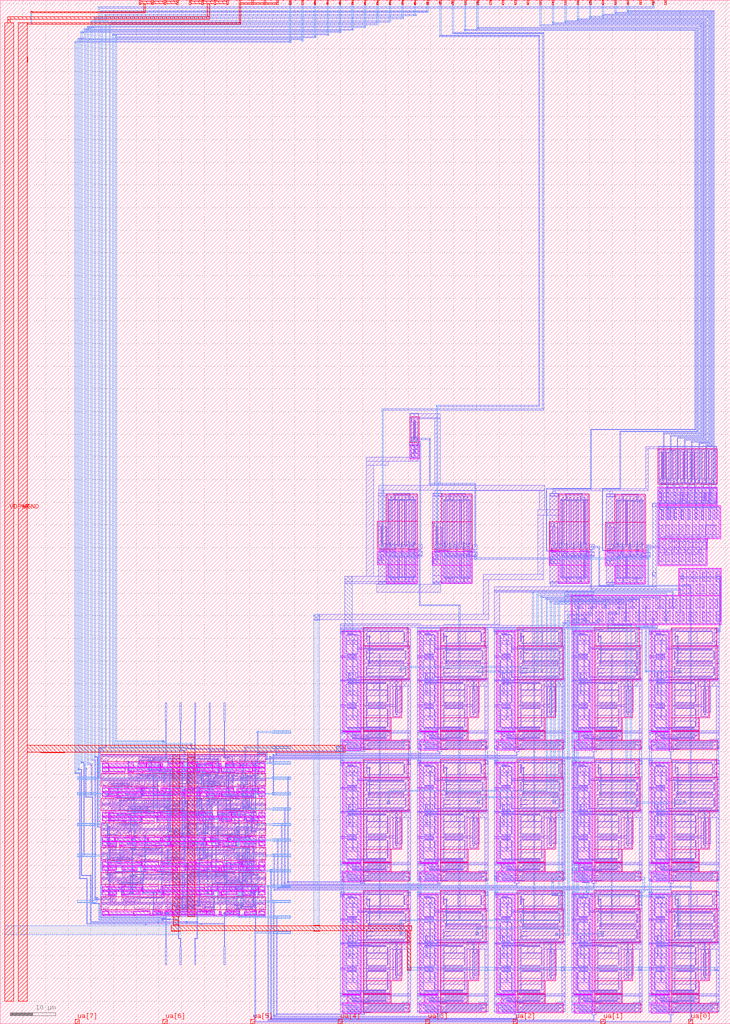
<source format=lef>
VERSION 5.7 ;
  NOWIREEXTENSIONATPIN ON ;
  DIVIDERCHAR "/" ;
  BUSBITCHARS "[]" ;
MACRO tt_um_tim2305_adc_dac
  CLASS BLOCK ;
  FOREIGN tt_um_tim2305_adc_dac ;
  ORIGIN 0.000 0.000 ;
  SIZE 161.000 BY 225.760 ;
  PIN clk
    DIRECTION INPUT ;
    USE SIGNAL ;
    ANTENNAGATEAREA 0.852000 ;
    PORT
      LAYER met4 ;
        RECT 143.830 224.760 144.130 225.760 ;
    END
  END clk
  PIN ena
    DIRECTION INPUT ;
    USE SIGNAL ;
    PORT
      LAYER met4 ;
        RECT 146.590 224.760 146.890 225.760 ;
    END
  END ena
  PIN rst_n
    DIRECTION INPUT ;
    USE SIGNAL ;
    PORT
      LAYER met4 ;
        RECT 141.070 224.760 141.370 225.760 ;
    END
  END rst_n
  PIN ua[0]
    DIRECTION INOUT ;
    USE SIGNAL ;
    ANTENNAGATEAREA 240.000000 ;
    ANTENNADIFFAREA 52.199997 ;
    PORT
      LAYER met4 ;
        RECT 151.810 0.000 152.710 1.000 ;
    END
  END ua[0]
  PIN ua[1]
    DIRECTION INOUT ;
    USE SIGNAL ;
    PORT
      LAYER met4 ;
        RECT 132.490 0.000 133.390 1.000 ;
    END
  END ua[1]
  PIN ua[2]
    DIRECTION INOUT ;
    USE SIGNAL ;
    PORT
      LAYER met4 ;
        RECT 113.170 0.000 114.070 1.000 ;
    END
  END ua[2]
  PIN ua[3]
    DIRECTION INOUT ;
    USE SIGNAL ;
    PORT
      LAYER met4 ;
        RECT 93.850 0.000 94.750 1.000 ;
    END
  END ua[3]
  PIN ua[4]
    DIRECTION INOUT ;
    USE SIGNAL ;
    PORT
      LAYER met4 ;
        RECT 74.530 0.000 75.430 1.000 ;
    END
  END ua[4]
  PIN ua[5]
    DIRECTION INOUT ;
    USE SIGNAL ;
    PORT
      LAYER met4 ;
        RECT 55.210 0.000 56.110 1.000 ;
    END
  END ua[5]
  PIN ua[6]
    DIRECTION INOUT ;
    USE SIGNAL ;
    PORT
      LAYER met4 ;
        RECT 35.890 0.000 36.790 1.000 ;
    END
  END ua[6]
  PIN ua[7]
    DIRECTION INOUT ;
    USE SIGNAL ;
    PORT
      LAYER met4 ;
        RECT 16.570 0.000 17.470 1.000 ;
    END
  END ua[7]
  PIN ui_in[0]
    DIRECTION INPUT ;
    USE SIGNAL ;
    ANTENNAGATEAREA 1.200000 ;
    PORT
      LAYER met4 ;
        RECT 138.310 224.760 138.610 225.760 ;
    END
  END ui_in[0]
  PIN ui_in[1]
    DIRECTION INPUT ;
    USE SIGNAL ;
    ANTENNAGATEAREA 1.200000 ;
    PORT
      LAYER met4 ;
        RECT 135.550 224.760 135.850 225.760 ;
    END
  END ui_in[1]
  PIN ui_in[2]
    DIRECTION INPUT ;
    USE SIGNAL ;
    ANTENNAGATEAREA 1.200000 ;
    PORT
      LAYER met4 ;
        RECT 132.790 224.760 133.090 225.760 ;
    END
  END ui_in[2]
  PIN ui_in[3]
    DIRECTION INPUT ;
    USE SIGNAL ;
    ANTENNAGATEAREA 1.200000 ;
    PORT
      LAYER met4 ;
        RECT 130.030 224.760 130.330 225.760 ;
    END
  END ui_in[3]
  PIN ui_in[4]
    DIRECTION INPUT ;
    USE SIGNAL ;
    ANTENNAGATEAREA 1.200000 ;
    PORT
      LAYER met4 ;
        RECT 127.270 224.760 127.570 225.760 ;
    END
  END ui_in[4]
  PIN ui_in[5]
    DIRECTION INPUT ;
    USE SIGNAL ;
    ANTENNAGATEAREA 1.200000 ;
    PORT
      LAYER met4 ;
        RECT 124.510 224.760 124.810 225.760 ;
    END
  END ui_in[5]
  PIN ui_in[6]
    DIRECTION INPUT ;
    USE SIGNAL ;
    ANTENNAGATEAREA 1.200000 ;
    PORT
      LAYER met4 ;
        RECT 121.750 224.760 122.050 225.760 ;
    END
  END ui_in[6]
  PIN ui_in[7]
    DIRECTION INPUT ;
    USE SIGNAL ;
    ANTENNAGATEAREA 1.200000 ;
    PORT
      LAYER met4 ;
        RECT 118.990 224.760 119.290 225.760 ;
    END
  END ui_in[7]
  PIN uio_in[0]
    DIRECTION INPUT ;
    USE SIGNAL ;
    PORT
      LAYER met4 ;
        RECT 116.230 224.760 116.530 225.760 ;
    END
  END uio_in[0]
  PIN uio_in[1]
    DIRECTION INPUT ;
    USE SIGNAL ;
    PORT
      LAYER met4 ;
        RECT 113.470 224.760 113.770 225.760 ;
    END
  END uio_in[1]
  PIN uio_in[2]
    DIRECTION INPUT ;
    USE SIGNAL ;
    PORT
      LAYER met4 ;
        RECT 110.710 224.760 111.010 225.760 ;
    END
  END uio_in[2]
  PIN uio_in[3]
    DIRECTION INPUT ;
    USE SIGNAL ;
    PORT
      LAYER met4 ;
        RECT 107.950 224.760 108.250 225.760 ;
    END
  END uio_in[3]
  PIN uio_in[4]
    DIRECTION INPUT ;
    USE SIGNAL ;
    ANTENNAGATEAREA 3.750000 ;
    PORT
      LAYER met4 ;
        RECT 105.190 224.760 105.490 225.760 ;
    END
  END uio_in[4]
  PIN uio_in[5]
    DIRECTION INPUT ;
    USE SIGNAL ;
    ANTENNAGATEAREA 3.750000 ;
    PORT
      LAYER met4 ;
        RECT 102.430 224.760 102.730 225.760 ;
    END
  END uio_in[5]
  PIN uio_in[6]
    DIRECTION INPUT ;
    USE SIGNAL ;
    ANTENNAGATEAREA 3.750000 ;
    PORT
      LAYER met4 ;
        RECT 99.670 224.760 99.970 225.760 ;
    END
  END uio_in[6]
  PIN uio_in[7]
    DIRECTION INPUT ;
    USE SIGNAL ;
    ANTENNAGATEAREA 3.750000 ;
    PORT
      LAYER met4 ;
        RECT 96.910 224.760 97.210 225.760 ;
    END
  END uio_in[7]
  PIN uio_oe[0]
    DIRECTION OUTPUT ;
    USE SIGNAL ;
    ANTENNAGATEAREA 29.854000 ;
    ANTENNADIFFAREA 668.907227 ;
    PORT
      LAYER met4 ;
        RECT 49.990 224.760 50.290 225.760 ;
    END
  END uio_oe[0]
  PIN uio_oe[1]
    DIRECTION OUTPUT ;
    USE SIGNAL ;
    ANTENNAGATEAREA 29.854000 ;
    ANTENNADIFFAREA 668.907227 ;
    PORT
      LAYER met4 ;
        RECT 47.230 224.760 47.530 225.760 ;
    END
  END uio_oe[1]
  PIN uio_oe[2]
    DIRECTION OUTPUT ;
    USE SIGNAL ;
    ANTENNAGATEAREA 29.854000 ;
    ANTENNADIFFAREA 668.907227 ;
    PORT
      LAYER met4 ;
        RECT 44.470 224.760 44.770 225.760 ;
    END
  END uio_oe[2]
  PIN uio_oe[3]
    DIRECTION OUTPUT ;
    USE SIGNAL ;
    PORT
      LAYER met4 ;
        RECT 41.710 224.760 42.010 225.760 ;
    END
  END uio_oe[3]
  PIN uio_oe[4]
    DIRECTION OUTPUT ;
    USE SIGNAL ;
    ANTENNAGATEAREA 298.473602 ;
    ANTENNADIFFAREA 427.091888 ;
    PORT
      LAYER met4 ;
        RECT 38.950 224.760 39.250 225.760 ;
    END
  END uio_oe[4]
  PIN uio_oe[5]
    DIRECTION OUTPUT ;
    USE SIGNAL ;
    ANTENNAGATEAREA 298.473602 ;
    ANTENNADIFFAREA 427.091888 ;
    PORT
      LAYER met4 ;
        RECT 36.190 224.760 36.490 225.760 ;
    END
  END uio_oe[5]
  PIN uio_oe[6]
    DIRECTION OUTPUT ;
    USE SIGNAL ;
    ANTENNAGATEAREA 298.473602 ;
    ANTENNADIFFAREA 427.091888 ;
    PORT
      LAYER met4 ;
        RECT 33.430 224.760 33.730 225.760 ;
    END
  END uio_oe[6]
  PIN uio_oe[7]
    DIRECTION OUTPUT ;
    USE SIGNAL ;
    ANTENNAGATEAREA 298.473602 ;
    ANTENNADIFFAREA 427.091888 ;
    PORT
      LAYER met4 ;
        RECT 30.670 224.760 30.970 225.760 ;
    END
  END uio_oe[7]
  PIN uio_out[0]
    DIRECTION OUTPUT ;
    USE SIGNAL ;
    ANTENNADIFFAREA 0.445500 ;
    PORT
      LAYER met4 ;
        RECT 72.070 224.760 72.370 225.760 ;
    END
  END uio_out[0]
  PIN uio_out[1]
    DIRECTION OUTPUT ;
    USE SIGNAL ;
    ANTENNADIFFAREA 0.445500 ;
    PORT
      LAYER met4 ;
        RECT 69.310 224.760 69.610 225.760 ;
    END
  END uio_out[1]
  PIN uio_out[2]
    DIRECTION OUTPUT ;
    USE SIGNAL ;
    ANTENNADIFFAREA 0.445500 ;
    PORT
      LAYER met4 ;
        RECT 66.550 224.760 66.850 225.760 ;
    END
  END uio_out[2]
  PIN uio_out[3]
    DIRECTION OUTPUT ;
    USE SIGNAL ;
    ANTENNADIFFAREA 0.445500 ;
    PORT
      LAYER met4 ;
        RECT 63.790 224.760 64.090 225.760 ;
    END
  END uio_out[3]
  PIN uio_out[4]
    DIRECTION OUTPUT ;
    USE SIGNAL ;
    ANTENNAGATEAREA 298.473602 ;
    ANTENNADIFFAREA 427.091888 ;
    PORT
      LAYER met4 ;
        RECT 61.030 224.760 61.330 225.760 ;
    END
  END uio_out[4]
  PIN uio_out[5]
    DIRECTION OUTPUT ;
    USE SIGNAL ;
    ANTENNAGATEAREA 298.473602 ;
    ANTENNADIFFAREA 427.091888 ;
    PORT
      LAYER met4 ;
        RECT 58.270 224.760 58.570 225.760 ;
    END
  END uio_out[5]
  PIN uio_out[6]
    DIRECTION OUTPUT ;
    USE SIGNAL ;
    ANTENNAGATEAREA 298.473602 ;
    ANTENNADIFFAREA 427.091888 ;
    PORT
      LAYER met4 ;
        RECT 55.510 224.760 55.810 225.760 ;
    END
  END uio_out[6]
  PIN uio_out[7]
    DIRECTION OUTPUT ;
    USE SIGNAL ;
    ANTENNAGATEAREA 298.473602 ;
    ANTENNADIFFAREA 427.091888 ;
    PORT
      LAYER met4 ;
        RECT 52.750 224.760 53.050 225.760 ;
    END
  END uio_out[7]
  PIN uo_out[0]
    DIRECTION OUTPUT ;
    USE SIGNAL ;
    ANTENNADIFFAREA 0.445500 ;
    PORT
      LAYER met4 ;
        RECT 94.150 224.760 94.450 225.760 ;
    END
  END uo_out[0]
  PIN uo_out[1]
    DIRECTION OUTPUT ;
    USE SIGNAL ;
    ANTENNADIFFAREA 0.445500 ;
    PORT
      LAYER met4 ;
        RECT 91.390 224.760 91.690 225.760 ;
    END
  END uo_out[1]
  PIN uo_out[2]
    DIRECTION OUTPUT ;
    USE SIGNAL ;
    ANTENNADIFFAREA 0.445500 ;
    PORT
      LAYER met4 ;
        RECT 88.630 224.760 88.930 225.760 ;
    END
  END uo_out[2]
  PIN uo_out[3]
    DIRECTION OUTPUT ;
    USE SIGNAL ;
    ANTENNADIFFAREA 0.445500 ;
    PORT
      LAYER met4 ;
        RECT 85.870 224.760 86.170 225.760 ;
    END
  END uo_out[3]
  PIN uo_out[4]
    DIRECTION OUTPUT ;
    USE SIGNAL ;
    ANTENNADIFFAREA 0.445500 ;
    PORT
      LAYER met4 ;
        RECT 83.110 224.760 83.410 225.760 ;
    END
  END uo_out[4]
  PIN uo_out[5]
    DIRECTION OUTPUT ;
    USE SIGNAL ;
    ANTENNADIFFAREA 0.445500 ;
    PORT
      LAYER met4 ;
        RECT 80.350 224.760 80.650 225.760 ;
    END
  END uo_out[5]
  PIN uo_out[6]
    DIRECTION OUTPUT ;
    USE SIGNAL ;
    ANTENNADIFFAREA 0.445500 ;
    PORT
      LAYER met4 ;
        RECT 77.590 224.760 77.890 225.760 ;
    END
  END uo_out[6]
  PIN uo_out[7]
    DIRECTION OUTPUT ;
    USE SIGNAL ;
    ANTENNADIFFAREA 0.445500 ;
    PORT
      LAYER met4 ;
        RECT 74.830 224.760 75.130 225.760 ;
    END
  END uo_out[7]
  PIN VDPWR
    DIRECTION INOUT ;
    USE POWER ;
    PORT
      LAYER met4 ;
        RECT 1.000 5.000 3.000 220.760 ;
    END
  END VDPWR
  PIN VGND
    DIRECTION INOUT ;
    USE GROUND ;
    PORT
      LAYER met4 ;
        RECT 4.000 5.000 6.000 220.760 ;
    END
  END VGND
  OBS
      LAYER nwell ;
        RECT 90.310 128.130 92.420 133.820 ;
      LAYER pwell ;
        RECT 90.310 124.630 92.420 127.730 ;
      LAYER nwell ;
        RECT 145.000 119.010 158.170 126.850 ;
        RECT 85.175 110.795 92.025 116.790 ;
        RECT 83.155 104.605 92.025 110.795 ;
        RECT 97.285 110.745 104.135 116.740 ;
        RECT 123.065 110.755 129.915 116.750 ;
        RECT 85.175 104.600 92.025 104.605 ;
        RECT 95.265 104.555 104.135 110.745 ;
        RECT 121.045 104.565 129.915 110.755 ;
        RECT 135.485 110.655 142.335 116.650 ;
      LAYER pwell ;
        RECT 145.010 114.510 158.180 118.300 ;
      LAYER nwell ;
        RECT 123.065 104.560 129.915 104.565 ;
        RECT 97.285 104.550 104.135 104.555 ;
        RECT 133.465 104.465 142.335 110.655 ;
        RECT 135.485 104.460 142.335 104.465 ;
      LAYER pwell ;
        RECT 145.010 107.020 158.860 114.240 ;
        RECT 83.150 104.300 85.260 104.305 ;
        RECT 83.150 101.205 92.025 104.300 ;
        RECT 121.040 104.260 123.150 104.265 ;
        RECT 85.175 97.200 92.025 101.205 ;
        RECT 95.260 104.250 97.370 104.255 ;
        RECT 95.260 101.155 104.135 104.250 ;
        RECT 121.040 101.165 129.915 104.260 ;
        RECT 97.285 97.150 104.135 101.155 ;
        RECT 123.065 97.160 129.915 101.165 ;
        RECT 133.460 104.160 135.570 104.165 ;
        RECT 133.460 101.065 142.335 104.160 ;
        RECT 135.485 97.060 142.335 101.065 ;
        RECT 145.010 101.030 155.900 107.020 ;
        RECT 149.600 94.520 159.010 100.510 ;
        RECT 125.920 88.000 159.010 94.520 ;
        RECT 75.535 64.505 79.635 86.665 ;
      LAYER nwell ;
        RECT 80.015 83.205 89.975 87.325 ;
        RECT 80.015 75.895 90.205 83.205 ;
        RECT 80.010 75.815 90.205 75.895 ;
        RECT 80.010 67.480 88.510 75.815 ;
        RECT 80.010 64.590 86.200 67.480 ;
        RECT 80.010 64.505 86.215 64.590 ;
      LAYER pwell ;
        RECT 75.535 64.415 79.640 64.505 ;
        RECT 76.540 62.480 79.640 64.415 ;
      LAYER nwell ;
        RECT 80.025 62.565 86.215 64.505 ;
      LAYER pwell ;
        RECT 92.535 64.505 96.635 86.665 ;
      LAYER nwell ;
        RECT 97.015 83.205 106.975 87.325 ;
        RECT 97.015 75.895 107.205 83.205 ;
        RECT 97.010 75.815 107.205 75.895 ;
        RECT 97.010 67.480 105.510 75.815 ;
        RECT 97.010 64.590 103.200 67.480 ;
        RECT 97.010 64.505 103.215 64.590 ;
      LAYER pwell ;
        RECT 92.535 64.415 96.640 64.505 ;
      LAYER nwell ;
        RECT 80.025 62.480 90.220 62.565 ;
      LAYER pwell ;
        RECT 93.540 62.480 96.640 64.415 ;
      LAYER nwell ;
        RECT 97.025 62.565 103.215 64.505 ;
      LAYER pwell ;
        RECT 109.535 64.505 113.635 86.665 ;
      LAYER nwell ;
        RECT 114.015 83.205 123.975 87.325 ;
        RECT 114.015 75.895 124.205 83.205 ;
        RECT 114.010 75.815 124.205 75.895 ;
        RECT 114.010 67.480 122.510 75.815 ;
        RECT 114.010 64.590 120.200 67.480 ;
        RECT 114.010 64.505 120.215 64.590 ;
      LAYER pwell ;
        RECT 109.535 64.415 113.640 64.505 ;
      LAYER nwell ;
        RECT 97.025 62.480 107.220 62.565 ;
      LAYER pwell ;
        RECT 110.540 62.480 113.640 64.415 ;
      LAYER nwell ;
        RECT 114.025 62.565 120.215 64.505 ;
      LAYER pwell ;
        RECT 126.535 64.505 130.635 86.665 ;
      LAYER nwell ;
        RECT 131.015 83.205 140.975 87.325 ;
        RECT 131.015 75.895 141.205 83.205 ;
        RECT 131.010 75.815 141.205 75.895 ;
        RECT 131.010 67.480 139.510 75.815 ;
        RECT 131.010 64.590 137.200 67.480 ;
        RECT 131.010 64.505 137.215 64.590 ;
      LAYER pwell ;
        RECT 126.535 64.415 130.640 64.505 ;
      LAYER nwell ;
        RECT 114.025 62.480 124.220 62.565 ;
      LAYER pwell ;
        RECT 127.540 62.480 130.640 64.415 ;
      LAYER nwell ;
        RECT 131.025 62.565 137.215 64.505 ;
      LAYER pwell ;
        RECT 143.535 64.505 147.635 86.665 ;
      LAYER nwell ;
        RECT 148.015 83.205 157.975 87.325 ;
        RECT 148.015 75.895 158.205 83.205 ;
        RECT 148.010 75.815 158.205 75.895 ;
        RECT 148.010 67.480 156.510 75.815 ;
        RECT 148.010 64.590 154.200 67.480 ;
        RECT 148.010 64.505 154.215 64.590 ;
      LAYER pwell ;
        RECT 143.535 64.415 147.640 64.505 ;
      LAYER nwell ;
        RECT 131.025 62.480 141.220 62.565 ;
      LAYER pwell ;
        RECT 144.540 62.480 147.640 64.415 ;
      LAYER nwell ;
        RECT 148.025 62.565 154.215 64.505 ;
        RECT 148.025 62.480 158.220 62.565 ;
      LAYER pwell ;
        RECT 75.545 60.370 79.645 62.480 ;
      LAYER nwell ;
        RECT 80.030 60.455 90.220 62.480 ;
      LAYER pwell ;
        RECT 92.545 60.370 96.645 62.480 ;
      LAYER nwell ;
        RECT 97.030 60.455 107.220 62.480 ;
      LAYER pwell ;
        RECT 109.545 60.370 113.645 62.480 ;
      LAYER nwell ;
        RECT 114.030 60.455 124.220 62.480 ;
      LAYER pwell ;
        RECT 126.545 60.370 130.645 62.480 ;
      LAYER nwell ;
        RECT 131.030 60.455 141.220 62.480 ;
      LAYER pwell ;
        RECT 143.545 60.370 147.645 62.480 ;
      LAYER nwell ;
        RECT 148.030 60.455 158.220 62.480 ;
        RECT 22.330 57.825 58.590 59.430 ;
      LAYER pwell ;
        RECT 22.525 56.625 23.895 57.435 ;
        RECT 23.905 56.625 29.415 57.435 ;
        RECT 30.830 57.305 32.175 57.535 ;
        RECT 30.345 56.625 32.175 57.305 ;
        RECT 32.315 56.625 35.315 57.535 ;
        RECT 35.415 56.710 35.845 57.495 ;
        RECT 39.440 57.305 40.360 57.535 ;
        RECT 36.895 56.625 40.360 57.305 ;
        RECT 41.385 57.305 42.730 57.535 ;
        RECT 45.880 57.305 46.800 57.535 ;
        RECT 41.385 56.625 43.215 57.305 ;
        RECT 43.335 56.625 46.800 57.305 ;
        RECT 46.905 56.625 48.275 57.405 ;
        RECT 48.295 56.710 48.725 57.495 ;
        RECT 49.665 57.305 51.010 57.535 ;
        RECT 49.665 56.625 51.495 57.305 ;
        RECT 51.505 56.625 52.875 57.435 ;
        RECT 52.885 56.625 54.255 57.405 ;
        RECT 54.265 56.625 55.635 57.405 ;
        RECT 55.645 56.625 57.015 57.405 ;
        RECT 57.025 56.625 58.395 57.435 ;
        RECT 22.665 56.415 22.835 56.625 ;
        RECT 24.045 56.415 24.215 56.625 ;
        RECT 27.720 56.465 27.840 56.575 ;
        RECT 29.575 56.470 29.735 56.580 ;
        RECT 30.485 56.435 30.655 56.625 ;
        RECT 35.085 56.415 35.255 56.625 ;
        RECT 35.545 56.415 35.715 56.605 ;
        RECT 36.015 56.470 36.175 56.580 ;
        RECT 36.925 56.435 37.095 56.625 ;
        RECT 40.615 56.470 40.775 56.580 ;
        RECT 42.905 56.435 43.075 56.625 ;
        RECT 43.365 56.435 43.535 56.625 ;
        RECT 47.055 56.605 47.225 56.625 ;
        RECT 44.745 56.435 44.915 56.605 ;
        RECT 44.745 56.415 44.910 56.435 ;
        RECT 45.205 56.415 45.375 56.605 ;
        RECT 47.045 56.435 47.225 56.605 ;
        RECT 47.045 56.415 47.215 56.435 ;
        RECT 48.885 56.415 49.055 56.605 ;
        RECT 51.185 56.435 51.355 56.625 ;
        RECT 51.645 56.435 51.815 56.625 ;
        RECT 52.105 56.415 52.275 56.605 ;
        RECT 53.945 56.435 54.115 56.625 ;
        RECT 55.325 56.435 55.495 56.625 ;
        RECT 56.695 56.415 56.865 56.625 ;
        RECT 58.085 56.415 58.255 56.625 ;
        RECT 22.525 55.605 23.895 56.415 ;
        RECT 23.905 55.605 27.575 56.415 ;
        RECT 28.085 55.735 35.395 56.415 ;
        RECT 35.405 55.735 42.715 56.415 ;
        RECT 28.085 55.505 29.435 55.735 ;
        RECT 30.970 55.515 31.880 55.735 ;
        RECT 38.920 55.515 39.830 55.735 ;
        RECT 41.365 55.505 42.715 55.735 ;
        RECT 43.075 55.735 44.910 56.415 ;
        RECT 45.065 55.735 46.895 56.415 ;
        RECT 43.075 55.505 44.005 55.735 ;
        RECT 45.550 55.505 46.895 55.735 ;
        RECT 46.915 55.505 48.265 56.415 ;
        RECT 48.295 55.545 48.725 56.330 ;
        RECT 48.825 55.505 51.825 56.415 ;
        RECT 52.075 55.735 55.540 56.415 ;
        RECT 54.620 55.505 55.540 55.735 ;
        RECT 55.645 55.635 57.015 56.415 ;
        RECT 57.025 55.605 58.395 56.415 ;
      LAYER nwell ;
        RECT 22.330 52.385 58.590 55.215 ;
      LAYER pwell ;
        RECT 22.525 51.185 23.895 51.995 ;
        RECT 27.420 51.865 28.330 52.085 ;
        RECT 29.865 51.865 31.215 52.095 ;
        RECT 23.905 51.185 31.215 51.865 ;
        RECT 31.360 51.865 32.280 52.095 ;
        RECT 31.360 51.185 34.825 51.865 ;
        RECT 35.415 51.270 35.845 52.055 ;
        RECT 35.865 51.865 36.795 52.095 ;
        RECT 41.515 51.865 42.445 52.095 ;
        RECT 35.865 51.185 39.765 51.865 ;
        RECT 40.610 51.185 42.445 51.865 ;
        RECT 42.775 51.185 44.125 52.095 ;
        RECT 47.660 51.865 48.570 52.085 ;
        RECT 50.105 51.865 51.455 52.095 ;
        RECT 53.015 51.865 53.945 52.095 ;
        RECT 44.145 51.185 51.455 51.865 ;
        RECT 52.110 51.185 53.945 51.865 ;
        RECT 54.265 51.185 55.635 51.965 ;
        RECT 55.645 51.185 57.015 51.965 ;
        RECT 57.025 51.185 58.395 51.995 ;
        RECT 22.665 50.975 22.835 51.185 ;
        RECT 24.045 50.995 24.215 51.185 ;
        RECT 25.425 50.975 25.595 51.165 ;
        RECT 26.160 50.975 26.330 51.165 ;
        RECT 30.025 50.975 30.195 51.165 ;
        RECT 34.625 50.995 34.795 51.185 ;
        RECT 35.080 51.025 35.200 51.135 ;
        RECT 36.280 50.995 36.450 51.185 ;
        RECT 40.610 51.165 40.775 51.185 ;
        RECT 40.145 51.135 40.315 51.165 ;
        RECT 40.140 51.025 40.315 51.135 ;
        RECT 40.145 50.975 40.315 51.025 ;
        RECT 40.605 50.995 40.775 51.165 ;
        RECT 43.825 50.975 43.995 51.185 ;
        RECT 44.285 50.975 44.455 51.185 ;
        RECT 52.110 51.165 52.275 51.185 ;
        RECT 22.525 50.165 23.895 50.975 ;
        RECT 23.905 50.295 25.735 50.975 ;
        RECT 25.745 50.295 29.645 50.975 ;
        RECT 23.905 50.065 25.250 50.295 ;
        RECT 25.745 50.065 26.675 50.295 ;
        RECT 29.885 50.165 31.255 50.975 ;
        RECT 31.350 50.295 40.455 50.975 ;
        RECT 40.560 50.295 44.025 50.975 ;
        RECT 40.560 50.065 41.480 50.295 ;
        RECT 44.145 50.165 45.515 50.975 ;
        RECT 45.670 50.945 45.840 51.165 ;
        RECT 48.885 50.975 49.055 51.165 ;
        RECT 51.640 51.025 51.760 51.135 ;
        RECT 52.105 50.995 52.275 51.165 ;
        RECT 52.565 50.975 52.735 51.165 ;
        RECT 54.405 50.995 54.575 51.185 ;
        RECT 56.255 51.020 56.415 51.130 ;
        RECT 56.695 50.995 56.865 51.185 ;
        RECT 58.085 50.975 58.255 51.185 ;
        RECT 47.330 50.945 48.275 50.975 ;
        RECT 45.525 50.265 48.275 50.945 ;
        RECT 47.330 50.065 48.275 50.265 ;
        RECT 48.295 50.105 48.725 50.890 ;
        RECT 48.825 50.065 52.275 50.975 ;
        RECT 52.505 50.065 55.955 50.975 ;
        RECT 57.025 50.165 58.395 50.975 ;
      LAYER nwell ;
        RECT 22.330 46.945 58.590 49.775 ;
      LAYER pwell ;
        RECT 22.525 45.745 23.895 46.555 ;
        RECT 23.905 46.425 24.835 46.655 ;
        RECT 31.560 46.425 32.470 46.645 ;
        RECT 34.005 46.425 35.355 46.655 ;
        RECT 23.905 45.745 27.805 46.425 ;
        RECT 28.045 45.745 35.355 46.425 ;
        RECT 35.415 45.830 35.845 46.615 ;
        RECT 39.380 46.425 40.290 46.645 ;
        RECT 41.825 46.425 43.175 46.655 ;
        RECT 35.865 45.745 43.175 46.425 ;
        RECT 43.685 46.425 45.050 46.655 ;
        RECT 43.685 45.745 46.895 46.425 ;
        RECT 47.905 45.745 50.905 46.655 ;
        RECT 51.045 45.745 52.395 46.655 ;
        RECT 52.965 45.745 56.415 46.655 ;
        RECT 57.025 45.745 58.395 46.555 ;
        RECT 22.665 45.535 22.835 45.745 ;
        RECT 24.320 45.555 24.490 45.745 ;
        RECT 28.185 45.555 28.355 45.745 ;
        RECT 30.945 45.535 31.115 45.725 ;
        RECT 31.405 45.535 31.575 45.725 ;
        RECT 34.160 45.585 34.280 45.695 ;
        RECT 34.625 45.535 34.795 45.725 ;
        RECT 36.005 45.555 36.175 45.745 ;
        RECT 43.360 45.585 43.480 45.695 ;
        RECT 46.580 45.555 46.750 45.745 ;
        RECT 47.045 45.535 47.215 45.725 ;
        RECT 47.515 45.580 47.675 45.690 ;
        RECT 47.965 45.555 48.135 45.745 ;
        RECT 51.190 45.725 51.360 45.745 ;
        RECT 22.525 44.725 23.895 45.535 ;
        RECT 23.945 44.855 31.255 45.535 ;
        RECT 23.945 44.625 25.295 44.855 ;
        RECT 26.830 44.635 27.740 44.855 ;
        RECT 31.265 44.725 34.015 45.535 ;
        RECT 34.485 44.855 43.590 45.535 ;
        RECT 43.780 44.855 47.245 45.535 ;
        RECT 48.880 45.505 49.050 45.725 ;
        RECT 51.185 45.555 51.360 45.725 ;
        RECT 52.560 45.585 52.680 45.695 ;
        RECT 53.025 45.555 53.195 45.745 ;
        RECT 53.940 45.585 54.060 45.695 ;
        RECT 51.185 45.535 51.355 45.555 ;
        RECT 55.320 45.535 55.490 45.725 ;
        RECT 56.705 45.695 56.875 45.725 ;
        RECT 56.700 45.585 56.875 45.695 ;
        RECT 56.705 45.535 56.875 45.585 ;
        RECT 58.085 45.535 58.255 45.745 ;
        RECT 50.080 45.505 51.035 45.535 ;
        RECT 43.780 44.625 44.700 44.855 ;
        RECT 48.295 44.665 48.725 45.450 ;
        RECT 48.755 44.825 51.035 45.505 ;
        RECT 50.080 44.625 51.035 44.825 ;
        RECT 51.045 44.725 53.795 45.535 ;
        RECT 54.285 44.625 55.635 45.535 ;
        RECT 55.645 44.755 57.015 45.535 ;
        RECT 57.025 44.725 58.395 45.535 ;
      LAYER nwell ;
        RECT 22.330 41.505 58.590 44.335 ;
      LAYER pwell ;
        RECT 22.525 40.305 23.895 41.115 ;
        RECT 23.905 40.305 25.275 41.115 ;
        RECT 27.940 40.985 28.860 41.215 ;
        RECT 25.395 40.305 28.860 40.985 ;
        RECT 29.060 40.985 29.980 41.215 ;
        RECT 29.060 40.305 32.525 40.985 ;
        RECT 32.645 40.305 35.395 41.115 ;
        RECT 35.415 40.390 35.845 41.175 ;
        RECT 35.885 40.305 37.235 41.215 ;
        RECT 37.315 40.305 41.375 41.215 ;
        RECT 41.480 40.985 42.400 41.215 ;
        RECT 41.480 40.305 44.945 40.985 ;
        RECT 45.065 40.305 46.435 41.115 ;
        RECT 46.445 41.015 47.395 41.215 ;
        RECT 46.445 40.335 50.115 41.015 ;
        RECT 46.445 40.305 47.395 40.335 ;
        RECT 22.665 40.095 22.835 40.305 ;
        RECT 24.045 40.115 24.215 40.305 ;
        RECT 25.425 40.095 25.595 40.305 ;
        RECT 25.880 40.145 26.000 40.255 ;
        RECT 26.620 40.095 26.790 40.285 ;
        RECT 30.485 40.095 30.655 40.285 ;
        RECT 32.325 40.115 32.495 40.305 ;
        RECT 32.785 40.115 32.955 40.305 ;
        RECT 36.920 40.115 37.090 40.305 ;
        RECT 38.120 40.095 38.290 40.285 ;
        RECT 41.065 40.115 41.235 40.305 ;
        RECT 44.745 40.115 44.915 40.305 ;
        RECT 45.205 40.095 45.375 40.305 ;
        RECT 45.665 40.095 45.835 40.285 ;
        RECT 49.800 40.115 49.970 40.335 ;
        RECT 50.125 40.305 51.475 41.215 ;
        RECT 51.505 40.305 52.875 41.085 ;
        RECT 53.025 40.305 56.475 41.215 ;
        RECT 57.025 40.305 58.395 41.115 ;
        RECT 50.270 40.115 50.440 40.305 ;
        RECT 51.655 40.285 51.825 40.305 ;
        RECT 51.640 40.115 51.825 40.285 ;
        RECT 52.115 40.140 52.275 40.250 ;
        RECT 51.640 40.095 51.810 40.115 ;
        RECT 56.245 40.095 56.415 40.305 ;
        RECT 56.700 40.145 56.820 40.255 ;
        RECT 58.085 40.095 58.255 40.305 ;
        RECT 22.525 39.285 23.895 40.095 ;
        RECT 23.905 39.415 25.735 40.095 ;
        RECT 26.205 39.415 30.105 40.095 ;
        RECT 30.345 39.415 37.655 40.095 ;
        RECT 23.905 39.185 25.250 39.415 ;
        RECT 26.205 39.185 27.135 39.415 ;
        RECT 33.860 39.195 34.770 39.415 ;
        RECT 36.305 39.185 37.655 39.415 ;
        RECT 37.705 39.415 41.605 40.095 ;
        RECT 41.940 39.415 45.405 40.095 ;
        RECT 37.705 39.185 38.635 39.415 ;
        RECT 41.940 39.185 42.860 39.415 ;
        RECT 45.525 39.285 48.275 40.095 ;
        RECT 48.295 39.225 48.725 40.010 ;
        RECT 49.035 39.185 51.955 40.095 ;
        RECT 53.025 39.185 56.475 40.095 ;
        RECT 57.025 39.285 58.395 40.095 ;
      LAYER nwell ;
        RECT 22.330 36.065 58.590 38.895 ;
      LAYER pwell ;
        RECT 22.525 34.865 23.895 35.675 ;
        RECT 27.420 35.545 28.330 35.765 ;
        RECT 29.865 35.545 31.215 35.775 ;
        RECT 23.905 34.865 31.215 35.545 ;
        RECT 31.265 34.865 34.935 35.675 ;
        RECT 35.415 34.950 35.845 35.735 ;
        RECT 39.380 35.545 40.290 35.765 ;
        RECT 41.825 35.545 43.175 35.775 ;
        RECT 45.070 35.545 46.435 35.775 ;
        RECT 35.865 34.865 43.175 35.545 ;
        RECT 43.225 34.865 46.435 35.545 ;
        RECT 46.445 34.865 49.195 35.675 ;
        RECT 52.320 35.545 53.240 35.775 ;
        RECT 49.775 34.865 53.240 35.545 ;
        RECT 53.425 34.865 56.425 35.775 ;
        RECT 57.025 34.865 58.395 35.675 ;
        RECT 75.535 35.505 79.635 57.665 ;
      LAYER nwell ;
        RECT 80.015 54.205 89.975 58.325 ;
        RECT 80.015 46.895 90.205 54.205 ;
        RECT 80.010 46.815 90.205 46.895 ;
        RECT 80.010 38.480 88.510 46.815 ;
        RECT 80.010 35.590 86.200 38.480 ;
        RECT 80.010 35.505 86.215 35.590 ;
      LAYER pwell ;
        RECT 75.535 35.415 79.640 35.505 ;
        RECT 22.665 34.655 22.835 34.865 ;
        RECT 24.045 34.675 24.215 34.865 ;
        RECT 25.425 34.655 25.595 34.845 ;
        RECT 25.895 34.700 26.055 34.810 ;
        RECT 26.805 34.655 26.975 34.845 ;
        RECT 30.495 34.700 30.655 34.810 ;
        RECT 31.405 34.655 31.575 34.865 ;
        RECT 35.080 34.705 35.200 34.815 ;
        RECT 36.005 34.675 36.175 34.865 ;
        RECT 38.490 34.655 38.660 34.845 ;
        RECT 39.225 34.655 39.395 34.845 ;
        RECT 41.065 34.655 41.235 34.845 ;
        RECT 43.370 34.675 43.540 34.865 ;
        RECT 46.585 34.675 46.755 34.865 ;
        RECT 49.160 34.655 49.330 34.845 ;
        RECT 49.340 34.705 49.460 34.815 ;
        RECT 49.805 34.675 49.975 34.865 ;
        RECT 53.025 34.655 53.195 34.845 ;
        RECT 53.485 34.675 53.655 34.865 ;
        RECT 22.525 33.845 23.895 34.655 ;
        RECT 23.905 33.975 25.735 34.655 ;
        RECT 26.775 33.975 30.240 34.655 ;
        RECT 31.375 33.975 34.840 34.655 ;
        RECT 35.175 33.975 39.075 34.655 ;
        RECT 23.905 33.745 25.250 33.975 ;
        RECT 29.320 33.745 30.240 33.975 ;
        RECT 33.920 33.745 34.840 33.975 ;
        RECT 38.145 33.745 39.075 33.975 ;
        RECT 39.085 33.845 40.915 34.655 ;
        RECT 40.925 33.975 48.235 34.655 ;
        RECT 44.440 33.755 45.350 33.975 ;
        RECT 46.885 33.745 48.235 33.975 ;
        RECT 48.295 33.785 48.725 34.570 ;
        RECT 48.745 33.975 52.645 34.655 ;
        RECT 48.745 33.745 49.675 33.975 ;
        RECT 52.885 33.875 54.255 34.655 ;
        RECT 54.265 34.625 55.210 34.655 ;
        RECT 56.700 34.625 56.870 34.845 ;
        RECT 58.085 34.655 58.255 34.865 ;
        RECT 54.265 33.945 57.015 34.625 ;
        RECT 54.265 33.745 55.210 33.945 ;
        RECT 57.025 33.845 58.395 34.655 ;
        RECT 76.540 33.480 79.640 35.415 ;
      LAYER nwell ;
        RECT 80.025 33.565 86.215 35.505 ;
      LAYER pwell ;
        RECT 92.535 35.505 96.635 57.665 ;
      LAYER nwell ;
        RECT 97.015 54.205 106.975 58.325 ;
        RECT 97.015 46.895 107.205 54.205 ;
        RECT 97.010 46.815 107.205 46.895 ;
        RECT 97.010 38.480 105.510 46.815 ;
        RECT 97.010 35.590 103.200 38.480 ;
        RECT 97.010 35.505 103.215 35.590 ;
      LAYER pwell ;
        RECT 92.535 35.415 96.640 35.505 ;
      LAYER nwell ;
        RECT 80.025 33.480 90.220 33.565 ;
      LAYER pwell ;
        RECT 93.540 33.480 96.640 35.415 ;
      LAYER nwell ;
        RECT 97.025 33.565 103.215 35.505 ;
      LAYER pwell ;
        RECT 109.535 35.505 113.635 57.665 ;
      LAYER nwell ;
        RECT 114.015 54.205 123.975 58.325 ;
        RECT 114.015 46.895 124.205 54.205 ;
        RECT 114.010 46.815 124.205 46.895 ;
        RECT 114.010 38.480 122.510 46.815 ;
        RECT 114.010 35.590 120.200 38.480 ;
        RECT 114.010 35.505 120.215 35.590 ;
      LAYER pwell ;
        RECT 109.535 35.415 113.640 35.505 ;
      LAYER nwell ;
        RECT 97.025 33.480 107.220 33.565 ;
      LAYER pwell ;
        RECT 110.540 33.480 113.640 35.415 ;
      LAYER nwell ;
        RECT 114.025 33.565 120.215 35.505 ;
      LAYER pwell ;
        RECT 126.535 35.505 130.635 57.665 ;
      LAYER nwell ;
        RECT 131.015 54.205 140.975 58.325 ;
        RECT 131.015 46.895 141.205 54.205 ;
        RECT 131.010 46.815 141.205 46.895 ;
        RECT 131.010 38.480 139.510 46.815 ;
        RECT 131.010 35.590 137.200 38.480 ;
        RECT 131.010 35.505 137.215 35.590 ;
      LAYER pwell ;
        RECT 126.535 35.415 130.640 35.505 ;
      LAYER nwell ;
        RECT 114.025 33.480 124.220 33.565 ;
      LAYER pwell ;
        RECT 127.540 33.480 130.640 35.415 ;
      LAYER nwell ;
        RECT 131.025 33.565 137.215 35.505 ;
      LAYER pwell ;
        RECT 143.535 35.505 147.635 57.665 ;
      LAYER nwell ;
        RECT 148.015 54.205 157.975 58.325 ;
        RECT 148.015 46.895 158.205 54.205 ;
        RECT 148.010 46.815 158.205 46.895 ;
        RECT 148.010 38.480 156.510 46.815 ;
        RECT 148.010 35.590 154.200 38.480 ;
        RECT 148.010 35.505 154.215 35.590 ;
      LAYER pwell ;
        RECT 143.535 35.415 147.640 35.505 ;
      LAYER nwell ;
        RECT 131.025 33.480 141.220 33.565 ;
      LAYER pwell ;
        RECT 144.540 33.480 147.640 35.415 ;
      LAYER nwell ;
        RECT 148.025 33.565 154.215 35.505 ;
        RECT 148.025 33.480 158.220 33.565 ;
        RECT 22.330 30.625 58.590 33.455 ;
      LAYER pwell ;
        RECT 75.545 31.370 79.645 33.480 ;
      LAYER nwell ;
        RECT 80.030 31.455 90.220 33.480 ;
      LAYER pwell ;
        RECT 92.545 31.370 96.645 33.480 ;
      LAYER nwell ;
        RECT 97.030 31.455 107.220 33.480 ;
      LAYER pwell ;
        RECT 109.545 31.370 113.645 33.480 ;
      LAYER nwell ;
        RECT 114.030 31.455 124.220 33.480 ;
      LAYER pwell ;
        RECT 126.545 31.370 130.645 33.480 ;
      LAYER nwell ;
        RECT 131.030 31.455 141.220 33.480 ;
      LAYER pwell ;
        RECT 143.545 31.370 147.645 33.480 ;
      LAYER nwell ;
        RECT 148.030 31.455 158.220 33.480 ;
      LAYER pwell ;
        RECT 22.525 29.425 23.895 30.235 ;
        RECT 23.945 30.105 25.295 30.335 ;
        RECT 26.830 30.105 27.740 30.325 ;
        RECT 23.945 29.425 31.255 30.105 ;
        RECT 31.265 29.425 34.935 30.235 ;
        RECT 35.415 29.510 35.845 30.295 ;
        RECT 35.865 29.425 44.970 30.105 ;
        RECT 45.065 29.425 46.435 30.235 ;
        RECT 46.445 29.425 47.815 30.205 ;
        RECT 47.825 29.425 49.195 30.205 ;
        RECT 49.205 29.425 50.575 30.205 ;
        RECT 50.585 29.425 51.955 30.205 ;
        RECT 51.985 29.425 53.335 30.335 ;
        RECT 53.425 29.425 56.875 30.335 ;
        RECT 57.025 29.425 58.395 30.235 ;
        RECT 22.665 29.215 22.835 29.425 ;
        RECT 25.425 29.215 25.595 29.405 ;
        RECT 25.895 29.260 26.055 29.370 ;
        RECT 27.080 29.215 27.250 29.405 ;
        RECT 30.945 29.215 31.115 29.425 ;
        RECT 31.405 29.235 31.575 29.425 ;
        RECT 34.625 29.215 34.795 29.405 ;
        RECT 35.080 29.265 35.200 29.375 ;
        RECT 36.005 29.235 36.175 29.425 ;
        RECT 42.905 29.215 43.075 29.405 ;
        RECT 43.640 29.215 43.810 29.405 ;
        RECT 45.205 29.235 45.375 29.425 ;
        RECT 46.585 29.235 46.755 29.425 ;
        RECT 47.515 29.260 47.675 29.370 ;
        RECT 47.965 29.235 48.135 29.425 ;
        RECT 49.345 29.235 49.515 29.425 ;
        RECT 50.725 29.235 50.895 29.425 ;
        RECT 52.105 29.215 52.275 29.405 ;
        RECT 52.575 29.260 52.735 29.370 ;
        RECT 53.020 29.235 53.190 29.425 ;
        RECT 53.485 29.235 53.655 29.425 ;
        RECT 55.785 29.215 55.955 29.405 ;
        RECT 56.255 29.260 56.415 29.370 ;
        RECT 58.085 29.215 58.255 29.425 ;
        RECT 22.525 28.405 23.895 29.215 ;
        RECT 23.905 28.535 25.735 29.215 ;
        RECT 26.665 28.535 30.565 29.215 ;
        RECT 23.905 28.305 25.250 28.535 ;
        RECT 26.665 28.305 27.595 28.535 ;
        RECT 30.805 28.405 34.475 29.215 ;
        RECT 34.485 28.405 35.855 29.215 ;
        RECT 35.905 28.535 43.215 29.215 ;
        RECT 43.225 28.535 47.125 29.215 ;
        RECT 35.905 28.305 37.255 28.535 ;
        RECT 38.790 28.315 39.700 28.535 ;
        RECT 43.225 28.305 44.155 28.535 ;
        RECT 48.295 28.345 48.725 29.130 ;
        RECT 48.840 28.535 52.305 29.215 ;
        RECT 48.840 28.305 49.760 28.535 ;
        RECT 53.345 28.305 56.095 29.215 ;
        RECT 57.025 28.405 58.395 29.215 ;
      LAYER nwell ;
        RECT 22.330 25.185 58.590 28.015 ;
      LAYER pwell ;
        RECT 22.525 23.985 23.895 24.795 ;
        RECT 23.905 23.985 29.415 24.795 ;
        RECT 29.425 23.985 33.095 24.795 ;
        RECT 34.050 24.665 35.395 24.895 ;
        RECT 33.565 23.985 35.395 24.665 ;
        RECT 35.415 24.070 35.845 24.855 ;
        RECT 36.325 24.665 37.670 24.895 ;
        RECT 41.680 24.665 42.590 24.885 ;
        RECT 44.125 24.665 45.475 24.895 ;
        RECT 36.325 23.985 38.155 24.665 ;
        RECT 38.165 23.985 45.475 24.665 ;
        RECT 45.525 24.665 46.870 24.895 ;
        RECT 45.525 23.985 47.355 24.665 ;
        RECT 48.295 24.070 48.725 24.855 ;
        RECT 50.150 24.665 51.495 24.895 ;
        RECT 49.665 23.985 51.495 24.665 ;
        RECT 51.505 23.985 52.875 24.765 ;
        RECT 55.625 24.665 56.555 24.895 ;
        RECT 53.805 23.985 56.555 24.665 ;
        RECT 57.025 23.985 58.395 24.795 ;
        RECT 22.665 23.795 22.835 23.985 ;
        RECT 24.045 23.795 24.215 23.985 ;
        RECT 29.565 23.795 29.735 23.985 ;
        RECT 33.240 23.825 33.360 23.935 ;
        RECT 33.705 23.795 33.875 23.985 ;
        RECT 36.000 23.825 36.120 23.935 ;
        RECT 37.845 23.795 38.015 23.985 ;
        RECT 38.305 23.795 38.475 23.985 ;
        RECT 47.045 23.795 47.215 23.985 ;
        RECT 47.515 23.830 47.675 23.940 ;
        RECT 48.895 23.830 49.055 23.940 ;
        RECT 49.805 23.795 49.975 23.985 ;
        RECT 52.555 23.795 52.725 23.985 ;
        RECT 53.035 23.830 53.195 23.940 ;
        RECT 53.945 23.795 54.115 23.985 ;
        RECT 56.700 23.825 56.820 23.935 ;
        RECT 58.085 23.795 58.255 23.985 ;
        RECT 75.535 6.505 79.635 28.665 ;
      LAYER nwell ;
        RECT 80.015 25.205 89.975 29.325 ;
        RECT 80.015 17.895 90.205 25.205 ;
        RECT 80.010 17.815 90.205 17.895 ;
        RECT 80.010 9.480 88.510 17.815 ;
        RECT 80.010 6.590 86.200 9.480 ;
        RECT 80.010 6.505 86.215 6.590 ;
      LAYER pwell ;
        RECT 75.535 6.415 79.640 6.505 ;
        RECT 76.540 4.480 79.640 6.415 ;
      LAYER nwell ;
        RECT 80.025 4.565 86.215 6.505 ;
      LAYER pwell ;
        RECT 92.535 6.505 96.635 28.665 ;
      LAYER nwell ;
        RECT 97.015 25.205 106.975 29.325 ;
        RECT 97.015 17.895 107.205 25.205 ;
        RECT 97.010 17.815 107.205 17.895 ;
        RECT 97.010 9.480 105.510 17.815 ;
        RECT 97.010 6.590 103.200 9.480 ;
        RECT 97.010 6.505 103.215 6.590 ;
      LAYER pwell ;
        RECT 92.535 6.415 96.640 6.505 ;
      LAYER nwell ;
        RECT 80.025 4.480 90.220 4.565 ;
      LAYER pwell ;
        RECT 93.540 4.480 96.640 6.415 ;
      LAYER nwell ;
        RECT 97.025 4.565 103.215 6.505 ;
      LAYER pwell ;
        RECT 109.535 6.505 113.635 28.665 ;
      LAYER nwell ;
        RECT 114.015 25.205 123.975 29.325 ;
        RECT 114.015 17.895 124.205 25.205 ;
        RECT 114.010 17.815 124.205 17.895 ;
        RECT 114.010 9.480 122.510 17.815 ;
        RECT 114.010 6.590 120.200 9.480 ;
        RECT 114.010 6.505 120.215 6.590 ;
      LAYER pwell ;
        RECT 109.535 6.415 113.640 6.505 ;
      LAYER nwell ;
        RECT 97.025 4.480 107.220 4.565 ;
      LAYER pwell ;
        RECT 110.540 4.480 113.640 6.415 ;
      LAYER nwell ;
        RECT 114.025 4.565 120.215 6.505 ;
      LAYER pwell ;
        RECT 126.535 6.505 130.635 28.665 ;
      LAYER nwell ;
        RECT 131.015 25.205 140.975 29.325 ;
        RECT 131.015 17.895 141.205 25.205 ;
        RECT 131.010 17.815 141.205 17.895 ;
        RECT 131.010 9.480 139.510 17.815 ;
        RECT 131.010 6.590 137.200 9.480 ;
        RECT 131.010 6.505 137.215 6.590 ;
      LAYER pwell ;
        RECT 126.535 6.415 130.640 6.505 ;
      LAYER nwell ;
        RECT 114.025 4.480 124.220 4.565 ;
      LAYER pwell ;
        RECT 127.540 4.480 130.640 6.415 ;
      LAYER nwell ;
        RECT 131.025 4.565 137.215 6.505 ;
      LAYER pwell ;
        RECT 143.535 6.505 147.635 28.665 ;
      LAYER nwell ;
        RECT 148.015 25.205 157.975 29.325 ;
        RECT 148.015 17.895 158.205 25.205 ;
        RECT 148.010 17.815 158.205 17.895 ;
        RECT 148.010 9.480 156.510 17.815 ;
        RECT 148.010 6.590 154.200 9.480 ;
        RECT 148.010 6.505 154.215 6.590 ;
      LAYER pwell ;
        RECT 143.535 6.415 147.640 6.505 ;
      LAYER nwell ;
        RECT 131.025 4.480 141.220 4.565 ;
      LAYER pwell ;
        RECT 144.540 4.480 147.640 6.415 ;
      LAYER nwell ;
        RECT 148.025 4.565 154.215 6.505 ;
        RECT 148.025 4.480 158.220 4.565 ;
      LAYER pwell ;
        RECT 75.545 2.370 79.645 4.480 ;
      LAYER nwell ;
        RECT 80.030 2.455 90.220 4.480 ;
      LAYER pwell ;
        RECT 92.545 2.370 96.645 4.480 ;
      LAYER nwell ;
        RECT 97.030 2.455 107.220 4.480 ;
      LAYER pwell ;
        RECT 109.545 2.370 113.645 4.480 ;
      LAYER nwell ;
        RECT 114.030 2.455 124.220 4.480 ;
      LAYER pwell ;
        RECT 126.545 2.370 130.645 4.480 ;
      LAYER nwell ;
        RECT 131.030 2.455 141.220 4.480 ;
      LAYER pwell ;
        RECT 143.545 2.370 147.645 4.480 ;
      LAYER nwell ;
        RECT 148.030 2.455 158.220 4.480 ;
      LAYER li1 ;
        RECT 90.310 133.630 92.310 134.630 ;
        RECT 90.490 133.470 92.240 133.630 ;
        RECT 90.490 128.480 90.660 133.470 ;
        RECT 91.200 132.960 91.530 133.130 ;
        RECT 91.060 129.205 91.230 132.745 ;
        RECT 91.500 129.205 91.670 132.745 ;
        RECT 91.200 128.820 91.530 128.990 ;
        RECT 92.070 128.480 92.240 133.470 ;
        RECT 90.490 128.310 92.240 128.480 ;
        RECT 90.490 127.380 92.240 127.550 ;
        RECT 90.490 124.980 90.660 127.380 ;
        RECT 91.200 126.870 91.530 127.040 ;
        RECT 91.060 125.660 91.230 126.700 ;
        RECT 91.500 125.660 91.670 126.700 ;
        RECT 91.200 125.320 91.530 125.490 ;
        RECT 92.070 124.980 92.240 127.380 ;
        RECT 145.230 126.670 157.940 127.280 ;
        RECT 90.490 124.810 92.240 124.980 ;
        RECT 145.180 126.470 157.990 126.670 ;
        RECT 90.510 124.030 92.210 124.810 ;
        RECT 145.180 119.360 145.350 126.470 ;
        RECT 145.750 120.090 145.920 126.130 ;
        RECT 146.190 120.090 146.360 126.130 ;
        RECT 145.890 119.705 146.220 119.875 ;
        RECT 146.760 119.360 146.930 126.470 ;
        RECT 147.330 120.090 147.500 126.130 ;
        RECT 147.770 120.090 147.940 126.130 ;
        RECT 147.470 119.705 147.800 119.875 ;
        RECT 148.340 119.360 148.510 126.470 ;
        RECT 148.910 120.090 149.080 126.130 ;
        RECT 149.350 120.090 149.520 126.130 ;
        RECT 149.050 119.705 149.380 119.875 ;
        RECT 149.920 119.360 150.090 126.470 ;
        RECT 150.490 120.090 150.660 126.130 ;
        RECT 150.930 120.090 151.100 126.130 ;
        RECT 150.630 119.705 150.960 119.875 ;
        RECT 151.500 119.360 151.670 126.470 ;
        RECT 152.070 120.090 152.240 126.130 ;
        RECT 152.510 120.090 152.680 126.130 ;
        RECT 152.210 119.705 152.540 119.875 ;
        RECT 153.080 119.360 153.250 126.470 ;
        RECT 153.650 120.090 153.820 126.130 ;
        RECT 154.090 120.090 154.260 126.130 ;
        RECT 153.790 119.705 154.120 119.875 ;
        RECT 154.660 119.360 154.830 126.470 ;
        RECT 155.230 120.090 155.400 126.130 ;
        RECT 155.670 120.090 155.840 126.130 ;
        RECT 155.370 119.705 155.700 119.875 ;
        RECT 156.240 119.360 156.410 126.470 ;
        RECT 156.810 120.090 156.980 126.130 ;
        RECT 157.250 120.090 157.420 126.130 ;
        RECT 156.950 119.705 157.280 119.875 ;
        RECT 157.820 119.360 157.990 126.470 ;
        RECT 145.180 119.190 157.990 119.360 ;
        RECT 145.190 117.950 158.000 118.120 ;
        RECT 83.445 117.015 85.390 117.050 ;
        RECT 83.320 116.475 91.845 117.015 ;
        RECT 95.555 116.965 97.500 117.000 ;
        RECT 121.335 116.975 123.280 117.010 ;
        RECT 83.325 116.440 91.845 116.475 ;
        RECT 83.325 110.475 85.525 116.440 ;
        RECT 86.065 115.930 86.395 116.100 ;
        RECT 83.335 110.445 85.085 110.475 ;
        RECT 83.335 104.955 83.505 110.445 ;
        RECT 84.045 109.935 84.375 110.105 ;
        RECT 83.905 105.680 84.075 109.720 ;
        RECT 84.345 105.680 84.515 109.720 ;
        RECT 84.045 105.295 84.375 105.465 ;
        RECT 84.915 104.955 85.085 110.445 ;
        RECT 83.335 104.785 85.085 104.955 ;
        RECT 85.355 104.950 85.525 110.475 ;
        RECT 85.925 105.675 86.095 115.715 ;
        RECT 86.365 105.675 86.535 115.715 ;
        RECT 86.065 105.290 86.395 105.460 ;
        RECT 86.935 104.950 87.105 116.440 ;
        RECT 87.645 115.930 87.975 116.100 ;
        RECT 87.505 105.675 87.675 115.715 ;
        RECT 87.945 105.675 88.115 115.715 ;
        RECT 87.645 105.290 87.975 105.460 ;
        RECT 88.515 104.950 88.685 116.440 ;
        RECT 89.225 115.930 89.555 116.100 ;
        RECT 89.085 105.675 89.255 115.715 ;
        RECT 89.525 105.675 89.695 115.715 ;
        RECT 89.225 105.290 89.555 105.460 ;
        RECT 90.095 104.950 90.265 116.440 ;
        RECT 90.805 115.930 91.135 116.100 ;
        RECT 90.665 105.675 90.835 115.715 ;
        RECT 91.105 105.675 91.275 115.715 ;
        RECT 90.805 105.290 91.135 105.460 ;
        RECT 91.675 104.950 91.845 116.440 ;
        RECT 95.430 116.425 103.955 116.965 ;
        RECT 121.210 116.435 129.735 116.975 ;
        RECT 133.755 116.875 135.700 116.910 ;
        RECT 95.435 116.390 103.955 116.425 ;
        RECT 95.435 110.425 97.635 116.390 ;
        RECT 98.175 115.880 98.505 116.050 ;
        RECT 85.355 104.780 91.845 104.950 ;
        RECT 95.445 110.395 97.195 110.425 ;
        RECT 95.445 104.905 95.615 110.395 ;
        RECT 96.155 109.885 96.485 110.055 ;
        RECT 96.015 105.630 96.185 109.670 ;
        RECT 96.455 105.630 96.625 109.670 ;
        RECT 96.155 105.245 96.485 105.415 ;
        RECT 97.025 104.905 97.195 110.395 ;
        RECT 95.445 104.735 97.195 104.905 ;
        RECT 97.465 104.900 97.635 110.425 ;
        RECT 98.035 105.625 98.205 115.665 ;
        RECT 98.475 105.625 98.645 115.665 ;
        RECT 98.175 105.240 98.505 105.410 ;
        RECT 99.045 104.900 99.215 116.390 ;
        RECT 99.755 115.880 100.085 116.050 ;
        RECT 99.615 105.625 99.785 115.665 ;
        RECT 100.055 105.625 100.225 115.665 ;
        RECT 99.755 105.240 100.085 105.410 ;
        RECT 100.625 104.900 100.795 116.390 ;
        RECT 101.335 115.880 101.665 116.050 ;
        RECT 101.195 105.625 101.365 115.665 ;
        RECT 101.635 105.625 101.805 115.665 ;
        RECT 101.335 105.240 101.665 105.410 ;
        RECT 102.205 104.900 102.375 116.390 ;
        RECT 102.915 115.880 103.245 116.050 ;
        RECT 102.775 105.625 102.945 115.665 ;
        RECT 103.215 105.625 103.385 115.665 ;
        RECT 102.915 105.240 103.245 105.410 ;
        RECT 103.785 104.900 103.955 116.390 ;
        RECT 121.215 116.400 129.735 116.435 ;
        RECT 121.215 110.435 123.415 116.400 ;
        RECT 123.955 115.890 124.285 116.060 ;
        RECT 97.465 104.730 103.955 104.900 ;
        RECT 121.225 110.405 122.975 110.435 ;
        RECT 121.225 104.915 121.395 110.405 ;
        RECT 121.935 109.895 122.265 110.065 ;
        RECT 121.795 105.640 121.965 109.680 ;
        RECT 122.235 105.640 122.405 109.680 ;
        RECT 121.935 105.255 122.265 105.425 ;
        RECT 122.805 104.915 122.975 110.405 ;
        RECT 121.225 104.745 122.975 104.915 ;
        RECT 123.245 104.910 123.415 110.435 ;
        RECT 123.815 105.635 123.985 115.675 ;
        RECT 124.255 105.635 124.425 115.675 ;
        RECT 123.955 105.250 124.285 105.420 ;
        RECT 124.825 104.910 124.995 116.400 ;
        RECT 125.535 115.890 125.865 116.060 ;
        RECT 125.395 105.635 125.565 115.675 ;
        RECT 125.835 105.635 126.005 115.675 ;
        RECT 125.535 105.250 125.865 105.420 ;
        RECT 126.405 104.910 126.575 116.400 ;
        RECT 127.115 115.890 127.445 116.060 ;
        RECT 126.975 105.635 127.145 115.675 ;
        RECT 127.415 105.635 127.585 115.675 ;
        RECT 127.115 105.250 127.445 105.420 ;
        RECT 127.985 104.910 128.155 116.400 ;
        RECT 128.695 115.890 129.025 116.060 ;
        RECT 128.555 105.635 128.725 115.675 ;
        RECT 128.995 105.635 129.165 115.675 ;
        RECT 128.695 105.250 129.025 105.420 ;
        RECT 129.565 104.910 129.735 116.400 ;
        RECT 133.630 116.335 142.155 116.875 ;
        RECT 133.635 116.300 142.155 116.335 ;
        RECT 133.635 110.335 135.835 116.300 ;
        RECT 136.375 115.790 136.705 115.960 ;
        RECT 123.245 104.740 129.735 104.910 ;
        RECT 133.645 110.305 135.395 110.335 ;
        RECT 133.645 104.815 133.815 110.305 ;
        RECT 134.355 109.795 134.685 109.965 ;
        RECT 134.215 105.540 134.385 109.580 ;
        RECT 134.655 105.540 134.825 109.580 ;
        RECT 134.355 105.155 134.685 105.325 ;
        RECT 135.225 104.815 135.395 110.305 ;
        RECT 133.645 104.645 135.395 104.815 ;
        RECT 135.665 104.810 135.835 110.335 ;
        RECT 136.235 105.535 136.405 115.575 ;
        RECT 136.675 105.535 136.845 115.575 ;
        RECT 136.375 105.150 136.705 105.320 ;
        RECT 137.245 104.810 137.415 116.300 ;
        RECT 137.955 115.790 138.285 115.960 ;
        RECT 137.815 105.535 137.985 115.575 ;
        RECT 138.255 105.535 138.425 115.575 ;
        RECT 137.955 105.150 138.285 105.320 ;
        RECT 138.825 104.810 138.995 116.300 ;
        RECT 139.535 115.790 139.865 115.960 ;
        RECT 139.395 105.535 139.565 115.575 ;
        RECT 139.835 105.535 140.005 115.575 ;
        RECT 139.535 105.150 139.865 105.320 ;
        RECT 140.405 104.810 140.575 116.300 ;
        RECT 141.115 115.790 141.445 115.960 ;
        RECT 140.975 105.535 141.145 115.575 ;
        RECT 141.415 105.535 141.585 115.575 ;
        RECT 141.115 105.150 141.445 105.320 ;
        RECT 141.985 104.810 142.155 116.300 ;
        RECT 145.190 114.880 145.360 117.950 ;
        RECT 145.900 117.440 146.230 117.610 ;
        RECT 145.760 115.230 145.930 117.270 ;
        RECT 146.200 115.230 146.370 117.270 ;
        RECT 146.770 114.880 146.940 117.950 ;
        RECT 147.480 117.440 147.810 117.610 ;
        RECT 147.340 115.230 147.510 117.270 ;
        RECT 147.780 115.230 147.950 117.270 ;
        RECT 148.350 114.880 148.520 117.950 ;
        RECT 149.060 117.440 149.390 117.610 ;
        RECT 148.920 115.230 149.090 117.270 ;
        RECT 149.360 115.230 149.530 117.270 ;
        RECT 149.930 114.880 150.100 117.950 ;
        RECT 150.640 117.440 150.970 117.610 ;
        RECT 150.500 115.230 150.670 117.270 ;
        RECT 150.940 115.230 151.110 117.270 ;
        RECT 151.510 114.880 151.680 117.950 ;
        RECT 152.220 117.440 152.550 117.610 ;
        RECT 152.080 115.230 152.250 117.270 ;
        RECT 152.520 115.230 152.690 117.270 ;
        RECT 153.090 114.880 153.260 117.950 ;
        RECT 153.800 117.440 154.130 117.610 ;
        RECT 153.660 115.230 153.830 117.270 ;
        RECT 154.100 115.230 154.270 117.270 ;
        RECT 154.670 114.880 154.840 117.950 ;
        RECT 155.380 117.440 155.710 117.610 ;
        RECT 155.240 115.230 155.410 117.270 ;
        RECT 155.680 115.230 155.850 117.270 ;
        RECT 156.250 114.880 156.420 117.950 ;
        RECT 156.960 117.440 157.290 117.610 ;
        RECT 156.820 115.230 156.990 117.270 ;
        RECT 157.260 115.230 157.430 117.270 ;
        RECT 157.830 114.880 158.000 117.950 ;
        RECT 145.190 114.690 158.000 114.880 ;
        RECT 145.270 114.060 157.960 114.690 ;
        RECT 135.665 104.640 142.155 104.810 ;
        RECT 145.190 113.890 158.680 114.060 ;
        RECT 145.190 107.370 145.360 113.890 ;
        RECT 145.840 111.250 146.190 113.410 ;
        RECT 145.840 107.850 146.190 110.010 ;
        RECT 146.670 107.370 146.840 113.890 ;
        RECT 147.320 111.250 147.670 113.410 ;
        RECT 147.320 107.850 147.670 110.010 ;
        RECT 148.150 107.370 148.320 113.890 ;
        RECT 148.800 111.250 149.150 113.410 ;
        RECT 148.800 107.850 149.150 110.010 ;
        RECT 149.630 107.370 149.800 113.890 ;
        RECT 150.280 111.250 150.630 113.410 ;
        RECT 150.280 107.850 150.630 110.010 ;
        RECT 151.110 107.370 151.280 113.890 ;
        RECT 151.760 111.250 152.110 113.410 ;
        RECT 151.760 107.850 152.110 110.010 ;
        RECT 152.590 107.370 152.760 113.890 ;
        RECT 153.240 111.250 153.590 113.410 ;
        RECT 153.240 107.850 153.590 110.010 ;
        RECT 154.070 107.370 154.240 113.890 ;
        RECT 154.720 111.250 155.070 113.410 ;
        RECT 154.720 107.850 155.070 110.010 ;
        RECT 155.550 107.370 155.720 113.890 ;
        RECT 156.200 111.250 156.550 113.410 ;
        RECT 156.200 107.850 156.550 110.010 ;
        RECT 157.030 107.370 157.200 113.890 ;
        RECT 157.680 111.250 158.030 113.410 ;
        RECT 157.680 107.850 158.030 110.010 ;
        RECT 158.510 107.370 158.680 113.890 ;
        RECT 145.190 107.200 158.680 107.370 ;
        RECT 84.140 104.345 86.705 104.530 ;
        RECT 96.250 104.295 98.815 104.480 ;
        RECT 122.030 104.305 124.595 104.490 ;
        RECT 134.450 104.205 137.015 104.390 ;
        RECT 83.330 103.955 85.080 104.125 ;
        RECT 83.330 101.555 83.500 103.955 ;
        RECT 84.040 103.445 84.370 103.615 ;
        RECT 83.900 102.235 84.070 103.275 ;
        RECT 84.340 102.235 84.510 103.275 ;
        RECT 84.040 101.895 84.370 102.065 ;
        RECT 84.910 101.555 85.080 103.955 ;
        RECT 83.330 101.525 85.080 101.555 ;
        RECT 85.355 103.950 91.845 104.120 ;
        RECT 85.355 101.525 85.525 103.950 ;
        RECT 86.065 103.440 86.395 103.610 ;
        RECT 83.330 97.550 85.525 101.525 ;
        RECT 85.925 98.230 86.095 103.270 ;
        RECT 86.365 98.230 86.535 103.270 ;
        RECT 86.065 97.890 86.395 98.060 ;
        RECT 86.935 97.550 87.105 103.950 ;
        RECT 87.645 103.440 87.975 103.610 ;
        RECT 87.505 98.230 87.675 103.270 ;
        RECT 87.945 98.230 88.115 103.270 ;
        RECT 87.645 97.890 87.975 98.060 ;
        RECT 88.515 97.550 88.685 103.950 ;
        RECT 89.225 103.440 89.555 103.610 ;
        RECT 89.085 98.230 89.255 103.270 ;
        RECT 89.525 98.230 89.695 103.270 ;
        RECT 89.225 97.890 89.555 98.060 ;
        RECT 90.095 97.550 90.265 103.950 ;
        RECT 90.805 103.440 91.135 103.610 ;
        RECT 90.665 98.230 90.835 103.270 ;
        RECT 91.105 98.230 91.275 103.270 ;
        RECT 90.805 97.890 91.135 98.060 ;
        RECT 91.675 97.550 91.845 103.950 ;
        RECT 83.330 97.495 91.845 97.550 ;
        RECT 95.440 103.905 97.190 104.075 ;
        RECT 95.440 101.505 95.610 103.905 ;
        RECT 96.150 103.395 96.480 103.565 ;
        RECT 96.010 102.185 96.180 103.225 ;
        RECT 96.450 102.185 96.620 103.225 ;
        RECT 96.150 101.845 96.480 102.015 ;
        RECT 97.020 101.505 97.190 103.905 ;
        RECT 95.440 101.475 97.190 101.505 ;
        RECT 97.465 103.900 103.955 104.070 ;
        RECT 97.465 101.475 97.635 103.900 ;
        RECT 98.175 103.390 98.505 103.560 ;
        RECT 95.440 97.500 97.635 101.475 ;
        RECT 98.035 98.180 98.205 103.220 ;
        RECT 98.475 98.180 98.645 103.220 ;
        RECT 98.175 97.840 98.505 98.010 ;
        RECT 99.045 97.500 99.215 103.900 ;
        RECT 99.755 103.390 100.085 103.560 ;
        RECT 99.615 98.180 99.785 103.220 ;
        RECT 100.055 98.180 100.225 103.220 ;
        RECT 99.755 97.840 100.085 98.010 ;
        RECT 100.625 97.500 100.795 103.900 ;
        RECT 101.335 103.390 101.665 103.560 ;
        RECT 101.195 98.180 101.365 103.220 ;
        RECT 101.635 98.180 101.805 103.220 ;
        RECT 101.335 97.840 101.665 98.010 ;
        RECT 102.205 97.500 102.375 103.900 ;
        RECT 102.915 103.390 103.245 103.560 ;
        RECT 102.775 98.180 102.945 103.220 ;
        RECT 103.215 98.180 103.385 103.220 ;
        RECT 102.915 97.840 103.245 98.010 ;
        RECT 103.785 97.500 103.955 103.900 ;
        RECT 83.330 97.375 91.860 97.495 ;
        RECT 83.340 97.040 91.860 97.375 ;
        RECT 95.440 97.445 103.955 97.500 ;
        RECT 121.220 103.915 122.970 104.085 ;
        RECT 121.220 101.515 121.390 103.915 ;
        RECT 121.930 103.405 122.260 103.575 ;
        RECT 121.790 102.195 121.960 103.235 ;
        RECT 122.230 102.195 122.400 103.235 ;
        RECT 121.930 101.855 122.260 102.025 ;
        RECT 122.800 101.515 122.970 103.915 ;
        RECT 121.220 101.485 122.970 101.515 ;
        RECT 123.245 103.910 129.735 104.080 ;
        RECT 123.245 101.485 123.415 103.910 ;
        RECT 123.955 103.400 124.285 103.570 ;
        RECT 121.220 97.510 123.415 101.485 ;
        RECT 123.815 98.190 123.985 103.230 ;
        RECT 124.255 98.190 124.425 103.230 ;
        RECT 123.955 97.850 124.285 98.020 ;
        RECT 124.825 97.510 124.995 103.910 ;
        RECT 125.535 103.400 125.865 103.570 ;
        RECT 125.395 98.190 125.565 103.230 ;
        RECT 125.835 98.190 126.005 103.230 ;
        RECT 125.535 97.850 125.865 98.020 ;
        RECT 126.405 97.510 126.575 103.910 ;
        RECT 127.115 103.400 127.445 103.570 ;
        RECT 126.975 98.190 127.145 103.230 ;
        RECT 127.415 98.190 127.585 103.230 ;
        RECT 127.115 97.850 127.445 98.020 ;
        RECT 127.985 97.510 128.155 103.910 ;
        RECT 128.695 103.400 129.025 103.570 ;
        RECT 128.555 98.190 128.725 103.230 ;
        RECT 128.995 98.190 129.165 103.230 ;
        RECT 128.695 97.850 129.025 98.020 ;
        RECT 129.565 97.510 129.735 103.910 ;
        RECT 121.220 97.455 129.735 97.510 ;
        RECT 133.640 103.815 135.390 103.985 ;
        RECT 133.640 101.415 133.810 103.815 ;
        RECT 134.350 103.305 134.680 103.475 ;
        RECT 134.210 102.095 134.380 103.135 ;
        RECT 134.650 102.095 134.820 103.135 ;
        RECT 134.350 101.755 134.680 101.925 ;
        RECT 135.220 101.415 135.390 103.815 ;
        RECT 133.640 101.385 135.390 101.415 ;
        RECT 135.665 103.810 142.155 103.980 ;
        RECT 135.665 101.385 135.835 103.810 ;
        RECT 136.375 103.300 136.705 103.470 ;
        RECT 95.440 97.325 103.970 97.445 ;
        RECT 121.220 97.335 129.750 97.455 ;
        RECT 95.450 96.990 103.970 97.325 ;
        RECT 121.230 97.000 129.750 97.335 ;
        RECT 133.640 97.410 135.835 101.385 ;
        RECT 136.235 98.090 136.405 103.130 ;
        RECT 136.675 98.090 136.845 103.130 ;
        RECT 136.375 97.750 136.705 97.920 ;
        RECT 137.245 97.410 137.415 103.810 ;
        RECT 137.955 103.300 138.285 103.470 ;
        RECT 137.815 98.090 137.985 103.130 ;
        RECT 138.255 98.090 138.425 103.130 ;
        RECT 137.955 97.750 138.285 97.920 ;
        RECT 138.825 97.410 138.995 103.810 ;
        RECT 139.535 103.300 139.865 103.470 ;
        RECT 139.395 98.090 139.565 103.130 ;
        RECT 139.835 98.090 140.005 103.130 ;
        RECT 139.535 97.750 139.865 97.920 ;
        RECT 140.405 97.410 140.575 103.810 ;
        RECT 141.115 103.300 141.445 103.470 ;
        RECT 140.975 98.090 141.145 103.130 ;
        RECT 141.415 98.090 141.585 103.130 ;
        RECT 141.115 97.750 141.445 97.920 ;
        RECT 141.985 97.410 142.155 103.810 ;
        RECT 145.190 101.380 145.360 107.200 ;
        RECT 145.840 104.560 146.190 106.720 ;
        RECT 145.840 101.860 146.190 104.020 ;
        RECT 146.670 101.380 146.840 107.200 ;
        RECT 147.320 104.560 147.670 106.720 ;
        RECT 147.320 101.860 147.670 104.020 ;
        RECT 148.150 101.380 148.320 107.200 ;
        RECT 148.800 104.560 149.150 106.720 ;
        RECT 148.800 101.860 149.150 104.020 ;
        RECT 149.630 101.380 149.800 107.200 ;
        RECT 150.280 104.560 150.630 106.720 ;
        RECT 150.280 101.860 150.630 104.020 ;
        RECT 151.110 101.380 151.280 107.200 ;
        RECT 151.760 104.560 152.110 106.720 ;
        RECT 151.760 101.860 152.110 104.020 ;
        RECT 152.590 101.380 152.760 107.200 ;
        RECT 153.240 104.560 153.590 106.720 ;
        RECT 153.240 101.860 153.590 104.020 ;
        RECT 154.070 101.380 154.240 107.200 ;
        RECT 154.720 104.560 155.070 106.720 ;
        RECT 154.720 101.860 155.070 104.020 ;
        RECT 155.550 101.380 155.720 107.200 ;
        RECT 145.190 101.210 155.720 101.380 ;
        RECT 133.640 97.355 142.155 97.410 ;
        RECT 149.780 100.160 158.830 100.330 ;
        RECT 133.640 97.235 142.170 97.355 ;
        RECT 133.650 96.900 142.170 97.235 ;
        RECT 149.780 94.340 149.950 100.160 ;
        RECT 150.430 97.520 150.780 99.680 ;
        RECT 150.430 94.820 150.780 96.980 ;
        RECT 151.260 94.340 151.430 100.160 ;
        RECT 151.910 97.520 152.260 99.680 ;
        RECT 151.910 94.820 152.260 96.980 ;
        RECT 152.740 94.340 152.910 100.160 ;
        RECT 153.390 97.520 153.740 99.680 ;
        RECT 153.390 94.820 153.740 96.980 ;
        RECT 154.220 94.340 154.390 100.160 ;
        RECT 154.870 97.520 155.220 99.680 ;
        RECT 154.870 94.820 155.220 96.980 ;
        RECT 155.700 94.340 155.870 100.160 ;
        RECT 156.350 97.520 156.700 99.680 ;
        RECT 156.350 94.820 156.700 96.980 ;
        RECT 157.180 94.340 157.350 100.160 ;
        RECT 157.830 97.520 158.180 99.680 ;
        RECT 157.830 94.820 158.180 96.980 ;
        RECT 158.660 94.340 158.830 100.160 ;
        RECT 126.100 94.170 158.830 94.340 ;
        RECT 126.100 88.350 126.270 94.170 ;
        RECT 126.750 91.530 127.100 93.690 ;
        RECT 126.750 88.830 127.100 90.990 ;
        RECT 127.580 88.350 127.750 94.170 ;
        RECT 128.230 91.530 128.580 93.690 ;
        RECT 128.230 88.830 128.580 90.990 ;
        RECT 129.060 88.350 129.230 94.170 ;
        RECT 129.710 91.530 130.060 93.690 ;
        RECT 129.710 88.830 130.060 90.990 ;
        RECT 130.540 88.350 130.710 94.170 ;
        RECT 131.190 91.530 131.540 93.690 ;
        RECT 131.190 88.830 131.540 90.990 ;
        RECT 132.020 88.350 132.190 94.170 ;
        RECT 132.670 91.530 133.020 93.690 ;
        RECT 132.670 88.830 133.020 90.990 ;
        RECT 133.500 88.350 133.670 94.170 ;
        RECT 134.150 91.530 134.500 93.690 ;
        RECT 134.150 88.830 134.500 90.990 ;
        RECT 134.980 88.350 135.150 94.170 ;
        RECT 135.630 91.530 135.980 93.690 ;
        RECT 135.630 88.830 135.980 90.990 ;
        RECT 136.460 88.350 136.630 94.170 ;
        RECT 137.110 91.530 137.460 93.690 ;
        RECT 137.110 88.830 137.460 90.990 ;
        RECT 137.940 88.350 138.110 94.170 ;
        RECT 138.590 91.530 138.940 93.690 ;
        RECT 138.590 88.830 138.940 90.990 ;
        RECT 139.420 88.350 139.590 94.170 ;
        RECT 140.070 91.530 140.420 93.690 ;
        RECT 140.070 88.830 140.420 90.990 ;
        RECT 140.900 88.350 141.070 94.170 ;
        RECT 141.550 91.530 141.900 93.690 ;
        RECT 141.550 88.830 141.900 90.990 ;
        RECT 142.380 88.350 142.550 94.170 ;
        RECT 143.030 91.530 143.380 93.690 ;
        RECT 143.030 88.830 143.380 90.990 ;
        RECT 143.860 88.350 144.030 94.170 ;
        RECT 144.510 91.530 144.860 93.690 ;
        RECT 144.510 88.830 144.860 90.990 ;
        RECT 145.340 88.350 145.510 94.170 ;
        RECT 145.990 91.530 146.340 93.690 ;
        RECT 145.990 88.830 146.340 90.990 ;
        RECT 146.820 88.350 146.990 94.170 ;
        RECT 147.470 91.530 147.820 93.690 ;
        RECT 147.470 88.830 147.820 90.990 ;
        RECT 148.300 88.350 148.470 94.170 ;
        RECT 148.950 91.530 149.300 93.690 ;
        RECT 148.950 88.830 149.300 90.990 ;
        RECT 149.780 88.350 149.950 94.170 ;
        RECT 150.430 91.530 150.780 93.690 ;
        RECT 150.430 88.830 150.780 90.990 ;
        RECT 151.260 88.350 151.430 94.170 ;
        RECT 151.910 91.530 152.260 93.690 ;
        RECT 151.910 88.830 152.260 90.990 ;
        RECT 152.740 88.350 152.910 94.170 ;
        RECT 153.390 91.530 153.740 93.690 ;
        RECT 153.390 88.830 153.740 90.990 ;
        RECT 154.220 88.350 154.390 94.170 ;
        RECT 154.870 91.530 155.220 93.690 ;
        RECT 154.870 88.830 155.220 90.990 ;
        RECT 155.700 88.350 155.870 94.170 ;
        RECT 156.350 91.530 156.700 93.690 ;
        RECT 156.350 88.830 156.700 90.990 ;
        RECT 157.180 88.350 157.350 94.170 ;
        RECT 157.830 91.530 158.180 93.690 ;
        RECT 157.830 88.830 158.180 90.990 ;
        RECT 158.660 88.350 158.830 94.170 ;
        RECT 126.100 88.260 158.830 88.350 ;
        RECT 126.050 88.180 158.830 88.260 ;
        RECT 89.625 87.165 90.100 87.180 ;
        RECT 106.625 87.165 107.100 87.180 ;
        RECT 123.625 87.165 124.100 87.180 ;
        RECT 89.625 87.145 90.580 87.165 ;
        RECT 106.625 87.145 107.580 87.165 ;
        RECT 123.625 87.145 124.580 87.165 ;
        RECT 75.000 86.485 75.865 87.140 ;
        RECT 80.195 86.975 90.580 87.145 ;
        RECT 75.000 86.315 79.455 86.485 ;
        RECT 75.000 81.055 75.885 86.315 ;
        RECT 76.565 85.745 78.605 85.915 ;
        RECT 76.225 81.685 76.395 85.685 ;
        RECT 78.775 81.685 78.945 85.685 ;
        RECT 76.565 81.455 78.605 81.625 ;
        RECT 79.285 81.055 79.455 86.315 ;
        RECT 80.195 83.485 80.365 86.975 ;
        RECT 80.995 86.465 88.995 86.635 ;
        RECT 80.765 84.210 80.935 86.250 ;
        RECT 89.055 84.210 89.225 86.250 ;
        RECT 80.995 83.825 88.995 83.995 ;
        RECT 89.625 83.485 90.580 86.975 ;
        RECT 80.195 83.315 90.580 83.485 ;
        RECT 89.625 83.025 90.580 83.315 ;
        RECT 75.000 80.885 79.455 81.055 ;
        RECT 75.000 75.625 75.885 80.885 ;
        RECT 76.565 80.315 78.605 80.485 ;
        RECT 76.225 76.255 76.395 80.255 ;
        RECT 78.775 76.255 78.945 80.255 ;
        RECT 76.565 76.025 78.605 76.195 ;
        RECT 79.285 75.625 79.455 80.885 ;
        RECT 80.195 82.855 90.580 83.025 ;
        RECT 80.195 79.595 80.365 82.855 ;
        RECT 81.090 82.285 89.130 82.455 ;
        RECT 80.705 80.225 80.875 82.225 ;
        RECT 89.345 80.225 89.515 82.225 ;
        RECT 81.090 79.995 89.130 80.165 ;
        RECT 89.855 79.595 90.580 82.855 ;
        RECT 80.195 79.425 90.580 79.595 ;
        RECT 80.195 76.165 80.365 79.425 ;
        RECT 81.090 78.855 89.130 79.025 ;
        RECT 80.705 76.795 80.875 78.795 ;
        RECT 89.345 76.795 89.515 78.795 ;
        RECT 81.090 76.565 89.130 76.735 ;
        RECT 89.855 76.165 90.580 79.425 ;
        RECT 80.195 75.995 90.580 76.165 ;
        RECT 85.905 75.715 90.580 75.995 ;
        RECT 75.000 75.455 79.455 75.625 ;
        RECT 75.000 70.195 75.885 75.455 ;
        RECT 76.565 74.885 78.605 75.055 ;
        RECT 76.225 70.825 76.395 74.825 ;
        RECT 78.775 70.825 78.945 74.825 ;
        RECT 76.565 70.595 78.605 70.765 ;
        RECT 79.285 70.195 79.455 75.455 ;
        RECT 75.000 70.025 79.455 70.195 ;
        RECT 75.000 64.765 75.885 70.025 ;
        RECT 76.565 69.455 78.605 69.625 ;
        RECT 76.225 65.395 76.395 69.395 ;
        RECT 78.775 65.395 78.945 69.395 ;
        RECT 76.565 65.165 78.605 65.335 ;
        RECT 79.285 64.765 79.455 70.025 ;
        RECT 75.000 64.595 79.455 64.765 ;
        RECT 80.190 75.545 90.580 75.715 ;
        RECT 80.190 70.285 80.360 75.545 ;
        RECT 81.085 74.975 85.125 75.145 ;
        RECT 80.700 70.915 80.870 74.915 ;
        RECT 85.340 70.915 85.510 74.915 ;
        RECT 85.850 74.435 90.580 75.545 ;
        RECT 81.085 70.685 85.125 70.855 ;
        RECT 85.850 70.285 86.020 74.435 ;
        RECT 80.190 70.115 86.020 70.285 ;
        RECT 80.190 64.855 80.360 70.115 ;
        RECT 81.085 69.545 85.125 69.715 ;
        RECT 80.700 65.485 80.870 69.485 ;
        RECT 85.340 65.485 85.510 69.485 ;
        RECT 81.085 65.255 85.125 65.425 ;
        RECT 85.850 64.855 86.020 70.115 ;
        RECT 86.535 74.360 88.285 74.435 ;
        RECT 86.535 67.870 86.705 74.360 ;
        RECT 87.245 73.850 87.575 74.020 ;
        RECT 87.105 68.595 87.275 73.635 ;
        RECT 87.545 68.595 87.715 73.635 ;
        RECT 87.245 68.210 87.575 68.380 ;
        RECT 88.115 67.870 88.285 74.360 ;
        RECT 86.535 67.700 88.285 67.870 ;
        RECT 80.190 64.685 86.020 64.855 ;
        RECT 75.000 64.325 76.860 64.595 ;
        RECT 75.000 64.155 79.460 64.325 ;
        RECT 75.000 62.745 76.890 64.155 ;
        RECT 77.230 63.285 77.400 63.615 ;
        RECT 77.570 63.585 78.610 63.755 ;
        RECT 77.570 63.145 78.610 63.315 ;
        RECT 78.780 63.285 78.950 63.615 ;
        RECT 79.290 62.745 79.460 64.155 ;
        RECT 75.000 62.575 79.460 62.745 ;
        RECT 80.205 64.240 86.035 64.410 ;
        RECT 80.205 62.830 80.375 64.240 ;
        RECT 80.715 63.370 80.885 63.700 ;
        RECT 81.100 63.670 85.140 63.840 ;
        RECT 81.100 63.230 85.140 63.400 ;
        RECT 85.355 63.370 85.525 63.700 ;
        RECT 85.865 62.830 86.035 64.240 ;
        RECT 80.205 62.660 86.035 62.830 ;
        RECT 75.000 62.300 76.860 62.575 ;
        RECT 89.880 62.385 90.580 74.435 ;
        RECT 75.000 62.130 79.465 62.300 ;
        RECT 75.000 60.720 75.895 62.130 ;
        RECT 76.235 61.260 76.405 61.590 ;
        RECT 76.575 61.560 78.615 61.730 ;
        RECT 76.575 61.120 78.615 61.290 ;
        RECT 78.785 61.260 78.955 61.590 ;
        RECT 79.295 60.720 79.465 62.130 ;
        RECT 75.000 60.560 79.465 60.720 ;
        RECT 80.210 62.215 90.580 62.385 ;
        RECT 80.210 60.805 80.380 62.215 ;
        RECT 80.720 61.345 80.890 61.675 ;
        RECT 81.105 61.645 89.145 61.815 ;
        RECT 81.105 61.205 89.145 61.375 ;
        RECT 89.360 61.345 89.530 61.675 ;
        RECT 89.870 60.805 90.580 62.215 ;
        RECT 80.210 60.690 90.580 60.805 ;
        RECT 92.000 86.485 92.865 87.140 ;
        RECT 97.195 86.975 107.580 87.145 ;
        RECT 92.000 86.315 96.455 86.485 ;
        RECT 92.000 81.055 92.885 86.315 ;
        RECT 93.565 85.745 95.605 85.915 ;
        RECT 93.225 81.685 93.395 85.685 ;
        RECT 95.775 81.685 95.945 85.685 ;
        RECT 93.565 81.455 95.605 81.625 ;
        RECT 96.285 81.055 96.455 86.315 ;
        RECT 97.195 83.485 97.365 86.975 ;
        RECT 97.995 86.465 105.995 86.635 ;
        RECT 97.765 84.210 97.935 86.250 ;
        RECT 106.055 84.210 106.225 86.250 ;
        RECT 97.995 83.825 105.995 83.995 ;
        RECT 106.625 83.485 107.580 86.975 ;
        RECT 97.195 83.315 107.580 83.485 ;
        RECT 106.625 83.025 107.580 83.315 ;
        RECT 92.000 80.885 96.455 81.055 ;
        RECT 92.000 75.625 92.885 80.885 ;
        RECT 93.565 80.315 95.605 80.485 ;
        RECT 93.225 76.255 93.395 80.255 ;
        RECT 95.775 76.255 95.945 80.255 ;
        RECT 93.565 76.025 95.605 76.195 ;
        RECT 96.285 75.625 96.455 80.885 ;
        RECT 97.195 82.855 107.580 83.025 ;
        RECT 97.195 79.595 97.365 82.855 ;
        RECT 98.090 82.285 106.130 82.455 ;
        RECT 97.705 80.225 97.875 82.225 ;
        RECT 106.345 80.225 106.515 82.225 ;
        RECT 98.090 79.995 106.130 80.165 ;
        RECT 106.855 79.595 107.580 82.855 ;
        RECT 97.195 79.425 107.580 79.595 ;
        RECT 97.195 76.165 97.365 79.425 ;
        RECT 98.090 78.855 106.130 79.025 ;
        RECT 97.705 76.795 97.875 78.795 ;
        RECT 106.345 76.795 106.515 78.795 ;
        RECT 98.090 76.565 106.130 76.735 ;
        RECT 106.855 76.165 107.580 79.425 ;
        RECT 97.195 75.995 107.580 76.165 ;
        RECT 102.905 75.715 107.580 75.995 ;
        RECT 92.000 75.455 96.455 75.625 ;
        RECT 92.000 70.195 92.885 75.455 ;
        RECT 93.565 74.885 95.605 75.055 ;
        RECT 93.225 70.825 93.395 74.825 ;
        RECT 95.775 70.825 95.945 74.825 ;
        RECT 93.565 70.595 95.605 70.765 ;
        RECT 96.285 70.195 96.455 75.455 ;
        RECT 92.000 70.025 96.455 70.195 ;
        RECT 92.000 64.765 92.885 70.025 ;
        RECT 93.565 69.455 95.605 69.625 ;
        RECT 93.225 65.395 93.395 69.395 ;
        RECT 95.775 65.395 95.945 69.395 ;
        RECT 93.565 65.165 95.605 65.335 ;
        RECT 96.285 64.765 96.455 70.025 ;
        RECT 92.000 64.595 96.455 64.765 ;
        RECT 97.190 75.545 107.580 75.715 ;
        RECT 97.190 70.285 97.360 75.545 ;
        RECT 98.085 74.975 102.125 75.145 ;
        RECT 97.700 70.915 97.870 74.915 ;
        RECT 102.340 70.915 102.510 74.915 ;
        RECT 102.850 74.435 107.580 75.545 ;
        RECT 98.085 70.685 102.125 70.855 ;
        RECT 102.850 70.285 103.020 74.435 ;
        RECT 97.190 70.115 103.020 70.285 ;
        RECT 97.190 64.855 97.360 70.115 ;
        RECT 98.085 69.545 102.125 69.715 ;
        RECT 97.700 65.485 97.870 69.485 ;
        RECT 102.340 65.485 102.510 69.485 ;
        RECT 98.085 65.255 102.125 65.425 ;
        RECT 102.850 64.855 103.020 70.115 ;
        RECT 103.535 74.360 105.285 74.435 ;
        RECT 103.535 67.870 103.705 74.360 ;
        RECT 104.245 73.850 104.575 74.020 ;
        RECT 104.105 68.595 104.275 73.635 ;
        RECT 104.545 68.595 104.715 73.635 ;
        RECT 104.245 68.210 104.575 68.380 ;
        RECT 105.115 67.870 105.285 74.360 ;
        RECT 103.535 67.700 105.285 67.870 ;
        RECT 97.190 64.685 103.020 64.855 ;
        RECT 92.000 64.325 93.860 64.595 ;
        RECT 92.000 64.155 96.460 64.325 ;
        RECT 92.000 62.745 93.890 64.155 ;
        RECT 94.230 63.285 94.400 63.615 ;
        RECT 94.570 63.585 95.610 63.755 ;
        RECT 94.570 63.145 95.610 63.315 ;
        RECT 95.780 63.285 95.950 63.615 ;
        RECT 96.290 62.745 96.460 64.155 ;
        RECT 92.000 62.575 96.460 62.745 ;
        RECT 97.205 64.240 103.035 64.410 ;
        RECT 97.205 62.830 97.375 64.240 ;
        RECT 97.715 63.370 97.885 63.700 ;
        RECT 98.100 63.670 102.140 63.840 ;
        RECT 98.100 63.230 102.140 63.400 ;
        RECT 102.355 63.370 102.525 63.700 ;
        RECT 102.865 62.830 103.035 64.240 ;
        RECT 97.205 62.660 103.035 62.830 ;
        RECT 92.000 62.300 93.860 62.575 ;
        RECT 106.880 62.385 107.580 74.435 ;
        RECT 92.000 62.130 96.465 62.300 ;
        RECT 92.000 60.720 92.895 62.130 ;
        RECT 93.235 61.260 93.405 61.590 ;
        RECT 93.575 61.560 95.615 61.730 ;
        RECT 93.575 61.120 95.615 61.290 ;
        RECT 95.785 61.260 95.955 61.590 ;
        RECT 96.295 60.720 96.465 62.130 ;
        RECT 80.210 60.635 90.040 60.690 ;
        RECT 92.000 60.560 96.465 60.720 ;
        RECT 97.210 62.215 107.580 62.385 ;
        RECT 97.210 60.805 97.380 62.215 ;
        RECT 97.720 61.345 97.890 61.675 ;
        RECT 98.105 61.645 106.145 61.815 ;
        RECT 98.105 61.205 106.145 61.375 ;
        RECT 106.360 61.345 106.530 61.675 ;
        RECT 106.870 60.805 107.580 62.215 ;
        RECT 97.210 60.690 107.580 60.805 ;
        RECT 109.000 86.485 109.865 87.140 ;
        RECT 114.195 86.975 124.580 87.145 ;
        RECT 126.050 87.140 126.945 88.180 ;
        RECT 140.625 87.165 141.100 87.180 ;
        RECT 157.625 87.165 158.100 87.180 ;
        RECT 140.625 87.145 141.580 87.165 ;
        RECT 157.625 87.145 158.580 87.165 ;
        RECT 109.000 86.315 113.455 86.485 ;
        RECT 109.000 81.055 109.885 86.315 ;
        RECT 110.565 85.745 112.605 85.915 ;
        RECT 110.225 81.685 110.395 85.685 ;
        RECT 112.775 81.685 112.945 85.685 ;
        RECT 110.565 81.455 112.605 81.625 ;
        RECT 113.285 81.055 113.455 86.315 ;
        RECT 114.195 83.485 114.365 86.975 ;
        RECT 114.995 86.465 122.995 86.635 ;
        RECT 114.765 84.210 114.935 86.250 ;
        RECT 123.055 84.210 123.225 86.250 ;
        RECT 114.995 83.825 122.995 83.995 ;
        RECT 123.625 83.485 124.580 86.975 ;
        RECT 114.195 83.315 124.580 83.485 ;
        RECT 123.625 83.025 124.580 83.315 ;
        RECT 109.000 80.885 113.455 81.055 ;
        RECT 109.000 75.625 109.885 80.885 ;
        RECT 110.565 80.315 112.605 80.485 ;
        RECT 110.225 76.255 110.395 80.255 ;
        RECT 112.775 76.255 112.945 80.255 ;
        RECT 110.565 76.025 112.605 76.195 ;
        RECT 113.285 75.625 113.455 80.885 ;
        RECT 114.195 82.855 124.580 83.025 ;
        RECT 114.195 79.595 114.365 82.855 ;
        RECT 115.090 82.285 123.130 82.455 ;
        RECT 114.705 80.225 114.875 82.225 ;
        RECT 123.345 80.225 123.515 82.225 ;
        RECT 115.090 79.995 123.130 80.165 ;
        RECT 123.855 79.595 124.580 82.855 ;
        RECT 114.195 79.425 124.580 79.595 ;
        RECT 114.195 76.165 114.365 79.425 ;
        RECT 115.090 78.855 123.130 79.025 ;
        RECT 114.705 76.795 114.875 78.795 ;
        RECT 123.345 76.795 123.515 78.795 ;
        RECT 115.090 76.565 123.130 76.735 ;
        RECT 123.855 76.165 124.580 79.425 ;
        RECT 114.195 75.995 124.580 76.165 ;
        RECT 119.905 75.715 124.580 75.995 ;
        RECT 109.000 75.455 113.455 75.625 ;
        RECT 109.000 70.195 109.885 75.455 ;
        RECT 110.565 74.885 112.605 75.055 ;
        RECT 110.225 70.825 110.395 74.825 ;
        RECT 112.775 70.825 112.945 74.825 ;
        RECT 110.565 70.595 112.605 70.765 ;
        RECT 113.285 70.195 113.455 75.455 ;
        RECT 109.000 70.025 113.455 70.195 ;
        RECT 109.000 64.765 109.885 70.025 ;
        RECT 110.565 69.455 112.605 69.625 ;
        RECT 110.225 65.395 110.395 69.395 ;
        RECT 112.775 65.395 112.945 69.395 ;
        RECT 110.565 65.165 112.605 65.335 ;
        RECT 113.285 64.765 113.455 70.025 ;
        RECT 109.000 64.595 113.455 64.765 ;
        RECT 114.190 75.545 124.580 75.715 ;
        RECT 114.190 70.285 114.360 75.545 ;
        RECT 115.085 74.975 119.125 75.145 ;
        RECT 114.700 70.915 114.870 74.915 ;
        RECT 119.340 70.915 119.510 74.915 ;
        RECT 119.850 74.435 124.580 75.545 ;
        RECT 115.085 70.685 119.125 70.855 ;
        RECT 119.850 70.285 120.020 74.435 ;
        RECT 114.190 70.115 120.020 70.285 ;
        RECT 114.190 64.855 114.360 70.115 ;
        RECT 115.085 69.545 119.125 69.715 ;
        RECT 114.700 65.485 114.870 69.485 ;
        RECT 119.340 65.485 119.510 69.485 ;
        RECT 115.085 65.255 119.125 65.425 ;
        RECT 119.850 64.855 120.020 70.115 ;
        RECT 120.535 74.360 122.285 74.435 ;
        RECT 120.535 67.870 120.705 74.360 ;
        RECT 121.245 73.850 121.575 74.020 ;
        RECT 121.105 68.595 121.275 73.635 ;
        RECT 121.545 68.595 121.715 73.635 ;
        RECT 121.245 68.210 121.575 68.380 ;
        RECT 122.115 67.870 122.285 74.360 ;
        RECT 120.535 67.700 122.285 67.870 ;
        RECT 114.190 64.685 120.020 64.855 ;
        RECT 109.000 64.325 110.860 64.595 ;
        RECT 109.000 64.155 113.460 64.325 ;
        RECT 109.000 62.745 110.890 64.155 ;
        RECT 111.230 63.285 111.400 63.615 ;
        RECT 111.570 63.585 112.610 63.755 ;
        RECT 111.570 63.145 112.610 63.315 ;
        RECT 112.780 63.285 112.950 63.615 ;
        RECT 113.290 62.745 113.460 64.155 ;
        RECT 109.000 62.575 113.460 62.745 ;
        RECT 114.205 64.240 120.035 64.410 ;
        RECT 114.205 62.830 114.375 64.240 ;
        RECT 114.715 63.370 114.885 63.700 ;
        RECT 115.100 63.670 119.140 63.840 ;
        RECT 115.100 63.230 119.140 63.400 ;
        RECT 119.355 63.370 119.525 63.700 ;
        RECT 119.865 62.830 120.035 64.240 ;
        RECT 114.205 62.660 120.035 62.830 ;
        RECT 109.000 62.300 110.860 62.575 ;
        RECT 123.880 62.385 124.580 74.435 ;
        RECT 109.000 62.130 113.465 62.300 ;
        RECT 109.000 60.720 109.895 62.130 ;
        RECT 110.235 61.260 110.405 61.590 ;
        RECT 110.575 61.560 112.615 61.730 ;
        RECT 110.575 61.120 112.615 61.290 ;
        RECT 112.785 61.260 112.955 61.590 ;
        RECT 113.295 60.720 113.465 62.130 ;
        RECT 97.210 60.635 107.040 60.690 ;
        RECT 109.000 60.560 113.465 60.720 ;
        RECT 114.210 62.215 124.580 62.385 ;
        RECT 114.210 60.805 114.380 62.215 ;
        RECT 114.720 61.345 114.890 61.675 ;
        RECT 115.105 61.645 123.145 61.815 ;
        RECT 115.105 61.205 123.145 61.375 ;
        RECT 123.360 61.345 123.530 61.675 ;
        RECT 123.870 60.805 124.580 62.215 ;
        RECT 114.210 60.690 124.580 60.805 ;
        RECT 126.000 86.485 126.945 87.140 ;
        RECT 131.195 86.975 141.580 87.145 ;
        RECT 126.000 86.315 130.455 86.485 ;
        RECT 126.000 81.055 126.885 86.315 ;
        RECT 127.565 85.745 129.605 85.915 ;
        RECT 127.225 81.685 127.395 85.685 ;
        RECT 129.775 81.685 129.945 85.685 ;
        RECT 127.565 81.455 129.605 81.625 ;
        RECT 130.285 81.055 130.455 86.315 ;
        RECT 131.195 83.485 131.365 86.975 ;
        RECT 131.995 86.465 139.995 86.635 ;
        RECT 131.765 84.210 131.935 86.250 ;
        RECT 140.055 84.210 140.225 86.250 ;
        RECT 131.995 83.825 139.995 83.995 ;
        RECT 140.625 83.485 141.580 86.975 ;
        RECT 131.195 83.315 141.580 83.485 ;
        RECT 140.625 83.025 141.580 83.315 ;
        RECT 126.000 80.885 130.455 81.055 ;
        RECT 126.000 75.625 126.885 80.885 ;
        RECT 127.565 80.315 129.605 80.485 ;
        RECT 127.225 76.255 127.395 80.255 ;
        RECT 129.775 76.255 129.945 80.255 ;
        RECT 127.565 76.025 129.605 76.195 ;
        RECT 130.285 75.625 130.455 80.885 ;
        RECT 131.195 82.855 141.580 83.025 ;
        RECT 131.195 79.595 131.365 82.855 ;
        RECT 132.090 82.285 140.130 82.455 ;
        RECT 131.705 80.225 131.875 82.225 ;
        RECT 140.345 80.225 140.515 82.225 ;
        RECT 132.090 79.995 140.130 80.165 ;
        RECT 140.855 79.595 141.580 82.855 ;
        RECT 131.195 79.425 141.580 79.595 ;
        RECT 131.195 76.165 131.365 79.425 ;
        RECT 132.090 78.855 140.130 79.025 ;
        RECT 131.705 76.795 131.875 78.795 ;
        RECT 140.345 76.795 140.515 78.795 ;
        RECT 132.090 76.565 140.130 76.735 ;
        RECT 140.855 76.165 141.580 79.425 ;
        RECT 131.195 75.995 141.580 76.165 ;
        RECT 136.905 75.715 141.580 75.995 ;
        RECT 126.000 75.455 130.455 75.625 ;
        RECT 126.000 70.195 126.885 75.455 ;
        RECT 127.565 74.885 129.605 75.055 ;
        RECT 127.225 70.825 127.395 74.825 ;
        RECT 129.775 70.825 129.945 74.825 ;
        RECT 127.565 70.595 129.605 70.765 ;
        RECT 130.285 70.195 130.455 75.455 ;
        RECT 126.000 70.025 130.455 70.195 ;
        RECT 126.000 64.765 126.885 70.025 ;
        RECT 127.565 69.455 129.605 69.625 ;
        RECT 127.225 65.395 127.395 69.395 ;
        RECT 129.775 65.395 129.945 69.395 ;
        RECT 127.565 65.165 129.605 65.335 ;
        RECT 130.285 64.765 130.455 70.025 ;
        RECT 126.000 64.595 130.455 64.765 ;
        RECT 131.190 75.545 141.580 75.715 ;
        RECT 131.190 70.285 131.360 75.545 ;
        RECT 132.085 74.975 136.125 75.145 ;
        RECT 131.700 70.915 131.870 74.915 ;
        RECT 136.340 70.915 136.510 74.915 ;
        RECT 136.850 74.435 141.580 75.545 ;
        RECT 132.085 70.685 136.125 70.855 ;
        RECT 136.850 70.285 137.020 74.435 ;
        RECT 131.190 70.115 137.020 70.285 ;
        RECT 131.190 64.855 131.360 70.115 ;
        RECT 132.085 69.545 136.125 69.715 ;
        RECT 131.700 65.485 131.870 69.485 ;
        RECT 136.340 65.485 136.510 69.485 ;
        RECT 132.085 65.255 136.125 65.425 ;
        RECT 136.850 64.855 137.020 70.115 ;
        RECT 137.535 74.360 139.285 74.435 ;
        RECT 137.535 67.870 137.705 74.360 ;
        RECT 138.245 73.850 138.575 74.020 ;
        RECT 138.105 68.595 138.275 73.635 ;
        RECT 138.545 68.595 138.715 73.635 ;
        RECT 138.245 68.210 138.575 68.380 ;
        RECT 139.115 67.870 139.285 74.360 ;
        RECT 137.535 67.700 139.285 67.870 ;
        RECT 131.190 64.685 137.020 64.855 ;
        RECT 126.000 64.325 127.860 64.595 ;
        RECT 126.000 64.155 130.460 64.325 ;
        RECT 126.000 62.745 127.890 64.155 ;
        RECT 128.230 63.285 128.400 63.615 ;
        RECT 128.570 63.585 129.610 63.755 ;
        RECT 128.570 63.145 129.610 63.315 ;
        RECT 129.780 63.285 129.950 63.615 ;
        RECT 130.290 62.745 130.460 64.155 ;
        RECT 126.000 62.575 130.460 62.745 ;
        RECT 131.205 64.240 137.035 64.410 ;
        RECT 131.205 62.830 131.375 64.240 ;
        RECT 131.715 63.370 131.885 63.700 ;
        RECT 132.100 63.670 136.140 63.840 ;
        RECT 132.100 63.230 136.140 63.400 ;
        RECT 136.355 63.370 136.525 63.700 ;
        RECT 136.865 62.830 137.035 64.240 ;
        RECT 131.205 62.660 137.035 62.830 ;
        RECT 126.000 62.300 127.860 62.575 ;
        RECT 140.880 62.385 141.580 74.435 ;
        RECT 126.000 62.130 130.465 62.300 ;
        RECT 126.000 60.720 126.895 62.130 ;
        RECT 127.235 61.260 127.405 61.590 ;
        RECT 127.575 61.560 129.615 61.730 ;
        RECT 127.575 61.120 129.615 61.290 ;
        RECT 129.785 61.260 129.955 61.590 ;
        RECT 130.295 60.720 130.465 62.130 ;
        RECT 114.210 60.635 124.040 60.690 ;
        RECT 126.000 60.560 130.465 60.720 ;
        RECT 131.210 62.215 141.580 62.385 ;
        RECT 131.210 60.805 131.380 62.215 ;
        RECT 131.720 61.345 131.890 61.675 ;
        RECT 132.105 61.645 140.145 61.815 ;
        RECT 132.105 61.205 140.145 61.375 ;
        RECT 140.360 61.345 140.530 61.675 ;
        RECT 140.870 60.805 141.580 62.215 ;
        RECT 131.210 60.690 141.580 60.805 ;
        RECT 143.000 86.485 143.865 87.140 ;
        RECT 148.195 86.975 158.580 87.145 ;
        RECT 143.000 86.315 147.455 86.485 ;
        RECT 143.000 81.055 143.885 86.315 ;
        RECT 144.565 85.745 146.605 85.915 ;
        RECT 144.225 81.685 144.395 85.685 ;
        RECT 146.775 81.685 146.945 85.685 ;
        RECT 144.565 81.455 146.605 81.625 ;
        RECT 147.285 81.055 147.455 86.315 ;
        RECT 148.195 83.485 148.365 86.975 ;
        RECT 148.995 86.465 156.995 86.635 ;
        RECT 148.765 84.210 148.935 86.250 ;
        RECT 157.055 84.210 157.225 86.250 ;
        RECT 148.995 83.825 156.995 83.995 ;
        RECT 157.625 83.485 158.580 86.975 ;
        RECT 148.195 83.315 158.580 83.485 ;
        RECT 157.625 83.025 158.580 83.315 ;
        RECT 143.000 80.885 147.455 81.055 ;
        RECT 143.000 75.625 143.885 80.885 ;
        RECT 144.565 80.315 146.605 80.485 ;
        RECT 144.225 76.255 144.395 80.255 ;
        RECT 146.775 76.255 146.945 80.255 ;
        RECT 144.565 76.025 146.605 76.195 ;
        RECT 147.285 75.625 147.455 80.885 ;
        RECT 148.195 82.855 158.580 83.025 ;
        RECT 148.195 79.595 148.365 82.855 ;
        RECT 149.090 82.285 157.130 82.455 ;
        RECT 148.705 80.225 148.875 82.225 ;
        RECT 157.345 80.225 157.515 82.225 ;
        RECT 149.090 79.995 157.130 80.165 ;
        RECT 157.855 79.595 158.580 82.855 ;
        RECT 148.195 79.425 158.580 79.595 ;
        RECT 148.195 76.165 148.365 79.425 ;
        RECT 149.090 78.855 157.130 79.025 ;
        RECT 148.705 76.795 148.875 78.795 ;
        RECT 157.345 76.795 157.515 78.795 ;
        RECT 149.090 76.565 157.130 76.735 ;
        RECT 157.855 76.165 158.580 79.425 ;
        RECT 148.195 75.995 158.580 76.165 ;
        RECT 153.905 75.715 158.580 75.995 ;
        RECT 143.000 75.455 147.455 75.625 ;
        RECT 143.000 70.195 143.885 75.455 ;
        RECT 144.565 74.885 146.605 75.055 ;
        RECT 144.225 70.825 144.395 74.825 ;
        RECT 146.775 70.825 146.945 74.825 ;
        RECT 144.565 70.595 146.605 70.765 ;
        RECT 147.285 70.195 147.455 75.455 ;
        RECT 143.000 70.025 147.455 70.195 ;
        RECT 143.000 64.765 143.885 70.025 ;
        RECT 144.565 69.455 146.605 69.625 ;
        RECT 144.225 65.395 144.395 69.395 ;
        RECT 146.775 65.395 146.945 69.395 ;
        RECT 144.565 65.165 146.605 65.335 ;
        RECT 147.285 64.765 147.455 70.025 ;
        RECT 143.000 64.595 147.455 64.765 ;
        RECT 148.190 75.545 158.580 75.715 ;
        RECT 148.190 70.285 148.360 75.545 ;
        RECT 149.085 74.975 153.125 75.145 ;
        RECT 148.700 70.915 148.870 74.915 ;
        RECT 153.340 70.915 153.510 74.915 ;
        RECT 153.850 74.435 158.580 75.545 ;
        RECT 149.085 70.685 153.125 70.855 ;
        RECT 153.850 70.285 154.020 74.435 ;
        RECT 148.190 70.115 154.020 70.285 ;
        RECT 148.190 64.855 148.360 70.115 ;
        RECT 149.085 69.545 153.125 69.715 ;
        RECT 148.700 65.485 148.870 69.485 ;
        RECT 153.340 65.485 153.510 69.485 ;
        RECT 149.085 65.255 153.125 65.425 ;
        RECT 153.850 64.855 154.020 70.115 ;
        RECT 154.535 74.360 156.285 74.435 ;
        RECT 154.535 67.870 154.705 74.360 ;
        RECT 155.245 73.850 155.575 74.020 ;
        RECT 155.105 68.595 155.275 73.635 ;
        RECT 155.545 68.595 155.715 73.635 ;
        RECT 155.245 68.210 155.575 68.380 ;
        RECT 156.115 67.870 156.285 74.360 ;
        RECT 154.535 67.700 156.285 67.870 ;
        RECT 148.190 64.685 154.020 64.855 ;
        RECT 143.000 64.325 144.860 64.595 ;
        RECT 143.000 64.155 147.460 64.325 ;
        RECT 143.000 62.745 144.890 64.155 ;
        RECT 145.230 63.285 145.400 63.615 ;
        RECT 145.570 63.585 146.610 63.755 ;
        RECT 145.570 63.145 146.610 63.315 ;
        RECT 146.780 63.285 146.950 63.615 ;
        RECT 147.290 62.745 147.460 64.155 ;
        RECT 143.000 62.575 147.460 62.745 ;
        RECT 148.205 64.240 154.035 64.410 ;
        RECT 148.205 62.830 148.375 64.240 ;
        RECT 148.715 63.370 148.885 63.700 ;
        RECT 149.100 63.670 153.140 63.840 ;
        RECT 149.100 63.230 153.140 63.400 ;
        RECT 153.355 63.370 153.525 63.700 ;
        RECT 153.865 62.830 154.035 64.240 ;
        RECT 148.205 62.660 154.035 62.830 ;
        RECT 143.000 62.300 144.860 62.575 ;
        RECT 157.880 62.385 158.580 74.435 ;
        RECT 143.000 62.130 147.465 62.300 ;
        RECT 143.000 60.720 143.895 62.130 ;
        RECT 144.235 61.260 144.405 61.590 ;
        RECT 144.575 61.560 146.615 61.730 ;
        RECT 144.575 61.120 146.615 61.290 ;
        RECT 146.785 61.260 146.955 61.590 ;
        RECT 147.295 60.720 147.465 62.130 ;
        RECT 131.210 60.635 141.040 60.690 ;
        RECT 143.000 60.560 147.465 60.720 ;
        RECT 148.210 62.215 158.580 62.385 ;
        RECT 148.210 60.805 148.380 62.215 ;
        RECT 148.720 61.345 148.890 61.675 ;
        RECT 149.105 61.645 157.145 61.815 ;
        RECT 149.105 61.205 157.145 61.375 ;
        RECT 157.360 61.345 157.530 61.675 ;
        RECT 157.870 60.805 158.580 62.215 ;
        RECT 148.210 60.690 158.580 60.805 ;
        RECT 148.210 60.635 158.040 60.690 ;
        RECT 75.725 60.550 79.465 60.560 ;
        RECT 92.725 60.550 96.465 60.560 ;
        RECT 109.725 60.550 113.465 60.560 ;
        RECT 126.725 60.550 130.465 60.560 ;
        RECT 143.725 60.550 147.465 60.560 ;
        RECT 22.520 59.155 58.400 59.325 ;
        RECT 22.605 58.065 23.815 59.155 ;
        RECT 23.985 58.720 29.330 59.155 ;
        RECT 22.605 57.355 23.125 57.895 ;
        RECT 23.295 57.525 23.815 58.065 ;
        RECT 22.605 56.605 23.815 57.355 ;
        RECT 25.570 57.150 25.910 57.980 ;
        RECT 27.390 57.470 27.740 58.720 ;
        RECT 30.515 58.225 30.685 58.985 ;
        RECT 30.900 58.395 31.230 59.155 ;
        RECT 30.515 58.055 31.230 58.225 ;
        RECT 31.400 58.080 31.655 58.985 ;
        RECT 30.425 57.505 30.780 57.875 ;
        RECT 31.060 57.845 31.230 58.055 ;
        RECT 31.060 57.515 31.315 57.845 ;
        RECT 31.060 57.325 31.230 57.515 ;
        RECT 31.485 57.350 31.655 58.080 ;
        RECT 31.830 58.005 32.090 59.155 ;
        RECT 32.275 58.355 32.605 59.155 ;
        RECT 32.785 58.815 34.215 58.985 ;
        RECT 32.785 58.185 33.035 58.815 ;
        RECT 32.265 58.015 33.035 58.185 ;
        RECT 30.515 57.155 31.230 57.325 ;
        RECT 23.985 56.605 29.330 57.150 ;
        RECT 30.515 56.775 30.685 57.155 ;
        RECT 30.900 56.605 31.230 56.985 ;
        RECT 31.400 56.775 31.655 57.350 ;
        RECT 31.830 56.605 32.090 57.445 ;
        RECT 32.265 57.345 32.435 58.015 ;
        RECT 32.605 57.515 33.010 57.845 ;
        RECT 33.225 57.515 33.475 58.645 ;
        RECT 33.675 57.845 33.875 58.645 ;
        RECT 34.045 58.135 34.215 58.815 ;
        RECT 34.385 58.305 34.700 59.155 ;
        RECT 34.875 58.355 35.315 58.985 ;
        RECT 34.045 57.965 34.835 58.135 ;
        RECT 33.675 57.515 33.920 57.845 ;
        RECT 34.105 57.515 34.495 57.795 ;
        RECT 34.665 57.515 34.835 57.965 ;
        RECT 35.005 57.345 35.315 58.355 ;
        RECT 35.485 57.990 35.775 59.155 ;
        RECT 36.980 58.525 37.265 58.985 ;
        RECT 37.435 58.695 37.705 59.155 ;
        RECT 36.980 58.305 37.935 58.525 ;
        RECT 36.865 57.575 37.555 58.135 ;
        RECT 37.725 57.405 37.935 58.305 ;
        RECT 32.265 56.775 32.755 57.345 ;
        RECT 32.925 57.175 34.085 57.345 ;
        RECT 32.925 56.775 33.155 57.175 ;
        RECT 33.325 56.605 33.745 57.005 ;
        RECT 33.915 56.775 34.085 57.175 ;
        RECT 34.255 56.605 34.705 57.345 ;
        RECT 34.875 56.785 35.315 57.345 ;
        RECT 35.485 56.605 35.775 57.330 ;
        RECT 36.980 57.235 37.935 57.405 ;
        RECT 38.105 58.135 38.505 58.985 ;
        RECT 38.695 58.525 38.975 58.985 ;
        RECT 39.495 58.695 39.820 59.155 ;
        RECT 38.695 58.305 39.820 58.525 ;
        RECT 38.105 57.575 39.200 58.135 ;
        RECT 39.370 57.845 39.820 58.305 ;
        RECT 39.990 58.015 40.375 58.985 ;
        RECT 36.980 56.775 37.265 57.235 ;
        RECT 37.435 56.605 37.705 57.065 ;
        RECT 38.105 56.775 38.505 57.575 ;
        RECT 39.370 57.515 39.925 57.845 ;
        RECT 39.370 57.405 39.820 57.515 ;
        RECT 38.695 57.235 39.820 57.405 ;
        RECT 40.095 57.345 40.375 58.015 ;
        RECT 41.470 58.005 41.730 59.155 ;
        RECT 41.905 58.080 42.160 58.985 ;
        RECT 42.330 58.395 42.660 59.155 ;
        RECT 42.875 58.225 43.045 58.985 ;
        RECT 43.420 58.525 43.705 58.985 ;
        RECT 43.875 58.695 44.145 59.155 ;
        RECT 43.420 58.305 44.375 58.525 ;
        RECT 38.695 56.775 38.975 57.235 ;
        RECT 39.495 56.605 39.820 57.065 ;
        RECT 39.990 56.775 40.375 57.345 ;
        RECT 41.470 56.605 41.730 57.445 ;
        RECT 41.905 57.350 42.075 58.080 ;
        RECT 42.330 58.055 43.045 58.225 ;
        RECT 42.330 57.845 42.500 58.055 ;
        RECT 42.245 57.515 42.500 57.845 ;
        RECT 41.905 56.775 42.160 57.350 ;
        RECT 42.330 57.325 42.500 57.515 ;
        RECT 42.780 57.505 43.135 57.875 ;
        RECT 43.305 57.575 43.995 58.135 ;
        RECT 44.165 57.405 44.375 58.305 ;
        RECT 42.330 57.155 43.045 57.325 ;
        RECT 42.330 56.605 42.660 56.985 ;
        RECT 42.875 56.775 43.045 57.155 ;
        RECT 43.420 57.235 44.375 57.405 ;
        RECT 44.545 58.135 44.945 58.985 ;
        RECT 45.135 58.525 45.415 58.985 ;
        RECT 45.935 58.695 46.260 59.155 ;
        RECT 45.135 58.305 46.260 58.525 ;
        RECT 44.545 57.575 45.640 58.135 ;
        RECT 45.810 57.845 46.260 58.305 ;
        RECT 46.430 58.015 46.815 58.985 ;
        RECT 47.065 58.225 47.245 58.985 ;
        RECT 47.425 58.395 47.755 59.155 ;
        RECT 47.065 58.055 47.740 58.225 ;
        RECT 47.925 58.080 48.195 58.985 ;
        RECT 43.420 56.775 43.705 57.235 ;
        RECT 43.875 56.605 44.145 57.065 ;
        RECT 44.545 56.775 44.945 57.575 ;
        RECT 45.810 57.515 46.365 57.845 ;
        RECT 45.810 57.405 46.260 57.515 ;
        RECT 45.135 57.235 46.260 57.405 ;
        RECT 46.535 57.345 46.815 58.015 ;
        RECT 47.570 57.910 47.740 58.055 ;
        RECT 47.005 57.505 47.345 57.875 ;
        RECT 47.570 57.580 47.845 57.910 ;
        RECT 45.135 56.775 45.415 57.235 ;
        RECT 45.935 56.605 46.260 57.065 ;
        RECT 46.430 56.775 46.815 57.345 ;
        RECT 47.570 57.325 47.740 57.580 ;
        RECT 47.075 57.155 47.740 57.325 ;
        RECT 48.015 57.280 48.195 58.080 ;
        RECT 48.365 57.990 48.655 59.155 ;
        RECT 49.750 58.005 50.010 59.155 ;
        RECT 50.185 58.080 50.440 58.985 ;
        RECT 50.610 58.395 50.940 59.155 ;
        RECT 51.155 58.225 51.325 58.985 ;
        RECT 47.075 56.775 47.245 57.155 ;
        RECT 47.425 56.605 47.755 56.985 ;
        RECT 47.935 56.775 48.195 57.280 ;
        RECT 48.365 56.605 48.655 57.330 ;
        RECT 49.750 56.605 50.010 57.445 ;
        RECT 50.185 57.350 50.355 58.080 ;
        RECT 50.610 58.055 51.325 58.225 ;
        RECT 51.585 58.065 52.795 59.155 ;
        RECT 50.610 57.845 50.780 58.055 ;
        RECT 50.525 57.515 50.780 57.845 ;
        RECT 50.185 56.775 50.440 57.350 ;
        RECT 50.610 57.325 50.780 57.515 ;
        RECT 51.060 57.505 51.415 57.875 ;
        RECT 51.585 57.355 52.105 57.895 ;
        RECT 52.275 57.525 52.795 58.065 ;
        RECT 52.965 58.080 53.235 58.985 ;
        RECT 53.405 58.395 53.735 59.155 ;
        RECT 53.915 58.225 54.085 58.985 ;
        RECT 50.610 57.155 51.325 57.325 ;
        RECT 50.610 56.605 50.940 56.985 ;
        RECT 51.155 56.775 51.325 57.155 ;
        RECT 51.585 56.605 52.795 57.355 ;
        RECT 52.965 57.280 53.135 58.080 ;
        RECT 53.420 58.055 54.085 58.225 ;
        RECT 54.345 58.080 54.615 58.985 ;
        RECT 54.785 58.395 55.115 59.155 ;
        RECT 55.295 58.225 55.465 58.985 ;
        RECT 53.420 57.910 53.590 58.055 ;
        RECT 53.305 57.580 53.590 57.910 ;
        RECT 53.420 57.325 53.590 57.580 ;
        RECT 53.825 57.505 54.155 57.875 ;
        RECT 52.965 56.775 53.225 57.280 ;
        RECT 53.420 57.155 54.085 57.325 ;
        RECT 53.405 56.605 53.735 56.985 ;
        RECT 53.915 56.775 54.085 57.155 ;
        RECT 54.345 57.280 54.515 58.080 ;
        RECT 54.800 58.055 55.465 58.225 ;
        RECT 55.725 58.080 55.995 58.985 ;
        RECT 56.165 58.395 56.495 59.155 ;
        RECT 56.675 58.225 56.855 58.985 ;
        RECT 54.800 57.910 54.970 58.055 ;
        RECT 54.685 57.580 54.970 57.910 ;
        RECT 54.800 57.325 54.970 57.580 ;
        RECT 55.205 57.505 55.535 57.875 ;
        RECT 54.345 56.775 54.605 57.280 ;
        RECT 54.800 57.155 55.465 57.325 ;
        RECT 54.785 56.605 55.115 56.985 ;
        RECT 55.295 56.775 55.465 57.155 ;
        RECT 55.725 57.280 55.905 58.080 ;
        RECT 56.180 58.055 56.855 58.225 ;
        RECT 57.105 58.065 58.315 59.155 ;
        RECT 89.625 58.165 90.100 58.180 ;
        RECT 106.625 58.165 107.100 58.180 ;
        RECT 123.625 58.165 124.100 58.180 ;
        RECT 140.625 58.165 141.100 58.180 ;
        RECT 157.625 58.165 158.100 58.180 ;
        RECT 89.625 58.145 90.580 58.165 ;
        RECT 106.625 58.145 107.580 58.165 ;
        RECT 123.625 58.145 124.580 58.165 ;
        RECT 140.625 58.145 141.580 58.165 ;
        RECT 157.625 58.145 158.580 58.165 ;
        RECT 56.180 57.910 56.350 58.055 ;
        RECT 56.075 57.580 56.350 57.910 ;
        RECT 56.180 57.325 56.350 57.580 ;
        RECT 56.575 57.505 56.915 57.875 ;
        RECT 57.105 57.525 57.625 58.065 ;
        RECT 57.795 57.355 58.315 57.895 ;
        RECT 55.725 56.775 55.985 57.280 ;
        RECT 56.180 57.155 56.845 57.325 ;
        RECT 56.165 56.605 56.495 56.985 ;
        RECT 56.675 56.775 56.845 57.155 ;
        RECT 57.105 56.605 58.315 57.355 ;
        RECT 75.000 57.485 75.865 58.140 ;
        RECT 80.195 57.975 90.580 58.145 ;
        RECT 75.000 57.315 79.455 57.485 ;
        RECT 22.520 56.435 58.400 56.605 ;
        RECT 22.605 55.685 23.815 56.435 ;
        RECT 22.605 55.145 23.125 55.685 ;
        RECT 23.985 55.665 27.495 56.435 ;
        RECT 28.175 55.780 28.505 56.215 ;
        RECT 28.675 55.825 28.845 56.435 ;
        RECT 28.125 55.695 28.505 55.780 ;
        RECT 29.015 55.695 29.345 56.220 ;
        RECT 29.605 55.905 29.815 56.435 ;
        RECT 30.090 55.985 30.875 56.155 ;
        RECT 31.045 55.985 31.450 56.155 ;
        RECT 23.295 54.975 23.815 55.515 ;
        RECT 23.985 55.145 25.635 55.665 ;
        RECT 28.125 55.655 28.350 55.695 ;
        RECT 25.805 54.975 27.495 55.495 ;
        RECT 22.605 53.885 23.815 54.975 ;
        RECT 23.985 53.885 27.495 54.975 ;
        RECT 28.125 55.075 28.295 55.655 ;
        RECT 29.015 55.525 29.215 55.695 ;
        RECT 30.090 55.525 30.260 55.985 ;
        RECT 28.465 55.195 29.215 55.525 ;
        RECT 29.385 55.195 30.260 55.525 ;
        RECT 28.125 55.025 28.340 55.075 ;
        RECT 28.125 54.945 28.515 55.025 ;
        RECT 28.185 54.100 28.515 54.945 ;
        RECT 29.025 54.990 29.215 55.195 ;
        RECT 28.685 53.885 28.855 54.895 ;
        RECT 29.025 54.615 29.920 54.990 ;
        RECT 29.025 54.055 29.365 54.615 ;
        RECT 29.595 53.885 29.910 54.385 ;
        RECT 30.090 54.355 30.260 55.195 ;
        RECT 30.430 55.485 30.895 55.815 ;
        RECT 31.280 55.755 31.450 55.985 ;
        RECT 31.630 55.935 32.000 56.435 ;
        RECT 32.320 55.985 32.995 56.155 ;
        RECT 33.190 55.985 33.525 56.155 ;
        RECT 30.430 54.525 30.750 55.485 ;
        RECT 31.280 55.455 32.110 55.755 ;
        RECT 30.920 54.555 31.110 55.275 ;
        RECT 31.280 54.385 31.450 55.455 ;
        RECT 31.910 55.425 32.110 55.455 ;
        RECT 31.620 55.205 31.790 55.275 ;
        RECT 32.320 55.205 32.490 55.985 ;
        RECT 33.355 55.845 33.525 55.985 ;
        RECT 33.695 55.975 33.945 56.435 ;
        RECT 31.620 55.035 32.490 55.205 ;
        RECT 32.660 55.565 33.185 55.785 ;
        RECT 33.355 55.715 33.580 55.845 ;
        RECT 31.620 54.945 32.130 55.035 ;
        RECT 30.090 54.185 30.975 54.355 ;
        RECT 31.200 54.055 31.450 54.385 ;
        RECT 31.620 53.885 31.790 54.685 ;
        RECT 31.960 54.330 32.130 54.945 ;
        RECT 32.660 54.865 32.830 55.565 ;
        RECT 32.300 54.500 32.830 54.865 ;
        RECT 33.000 54.800 33.240 55.395 ;
        RECT 33.410 54.610 33.580 55.715 ;
        RECT 33.750 54.855 34.030 55.805 ;
        RECT 33.275 54.480 33.580 54.610 ;
        RECT 31.960 54.160 33.065 54.330 ;
        RECT 33.275 54.055 33.525 54.480 ;
        RECT 33.695 53.885 33.960 54.345 ;
        RECT 34.200 54.055 34.385 56.175 ;
        RECT 34.555 56.055 34.885 56.435 ;
        RECT 35.055 55.885 35.225 56.175 ;
        RECT 34.560 55.715 35.225 55.885 ;
        RECT 35.575 55.885 35.745 56.175 ;
        RECT 35.915 56.055 36.245 56.435 ;
        RECT 35.575 55.715 36.240 55.885 ;
        RECT 34.560 54.725 34.790 55.715 ;
        RECT 34.960 54.895 35.310 55.545 ;
        RECT 35.490 54.895 35.840 55.545 ;
        RECT 36.010 54.725 36.240 55.715 ;
        RECT 34.560 54.555 35.225 54.725 ;
        RECT 34.555 53.885 34.885 54.385 ;
        RECT 35.055 54.055 35.225 54.555 ;
        RECT 35.575 54.555 36.240 54.725 ;
        RECT 35.575 54.055 35.745 54.555 ;
        RECT 35.915 53.885 36.245 54.385 ;
        RECT 36.415 54.055 36.600 56.175 ;
        RECT 36.855 55.975 37.105 56.435 ;
        RECT 37.275 55.985 37.610 56.155 ;
        RECT 37.805 55.985 38.480 56.155 ;
        RECT 37.275 55.845 37.445 55.985 ;
        RECT 36.770 54.855 37.050 55.805 ;
        RECT 37.220 55.715 37.445 55.845 ;
        RECT 37.220 54.610 37.390 55.715 ;
        RECT 37.615 55.565 38.140 55.785 ;
        RECT 37.560 54.800 37.800 55.395 ;
        RECT 37.970 54.865 38.140 55.565 ;
        RECT 38.310 55.205 38.480 55.985 ;
        RECT 38.800 55.935 39.170 56.435 ;
        RECT 39.350 55.985 39.755 56.155 ;
        RECT 39.925 55.985 40.710 56.155 ;
        RECT 39.350 55.755 39.520 55.985 ;
        RECT 38.690 55.455 39.520 55.755 ;
        RECT 39.905 55.485 40.370 55.815 ;
        RECT 38.690 55.425 38.890 55.455 ;
        RECT 39.010 55.205 39.180 55.275 ;
        RECT 38.310 55.035 39.180 55.205 ;
        RECT 38.670 54.945 39.180 55.035 ;
        RECT 37.220 54.480 37.525 54.610 ;
        RECT 37.970 54.500 38.500 54.865 ;
        RECT 36.840 53.885 37.105 54.345 ;
        RECT 37.275 54.055 37.525 54.480 ;
        RECT 38.670 54.330 38.840 54.945 ;
        RECT 37.735 54.160 38.840 54.330 ;
        RECT 39.010 53.885 39.180 54.685 ;
        RECT 39.350 54.385 39.520 55.455 ;
        RECT 39.690 54.555 39.880 55.275 ;
        RECT 40.050 54.525 40.370 55.485 ;
        RECT 40.540 55.525 40.710 55.985 ;
        RECT 40.985 55.905 41.195 56.435 ;
        RECT 41.455 55.695 41.785 56.220 ;
        RECT 41.955 55.825 42.125 56.435 ;
        RECT 42.295 55.780 42.625 56.215 ;
        RECT 42.295 55.695 42.675 55.780 ;
        RECT 41.585 55.525 41.785 55.695 ;
        RECT 42.450 55.655 42.675 55.695 ;
        RECT 40.540 55.195 41.415 55.525 ;
        RECT 41.585 55.195 42.335 55.525 ;
        RECT 39.350 54.055 39.600 54.385 ;
        RECT 40.540 54.355 40.710 55.195 ;
        RECT 41.585 54.990 41.775 55.195 ;
        RECT 42.505 55.075 42.675 55.655 ;
        RECT 42.460 55.025 42.675 55.075 ;
        RECT 40.880 54.615 41.775 54.990 ;
        RECT 42.285 54.945 42.675 55.025 ;
        RECT 42.880 55.695 43.495 56.265 ;
        RECT 43.665 55.925 43.880 56.435 ;
        RECT 44.110 55.925 44.390 56.255 ;
        RECT 44.570 55.925 44.810 56.435 ;
        RECT 39.825 54.185 40.710 54.355 ;
        RECT 40.890 53.885 41.205 54.385 ;
        RECT 41.435 54.055 41.775 54.615 ;
        RECT 41.945 53.885 42.115 54.895 ;
        RECT 42.285 54.100 42.615 54.945 ;
        RECT 42.880 54.675 43.195 55.695 ;
        RECT 43.365 55.025 43.535 55.525 ;
        RECT 43.785 55.195 44.050 55.755 ;
        RECT 44.220 55.025 44.390 55.925 ;
        RECT 45.235 55.885 45.405 56.265 ;
        RECT 45.620 56.055 45.950 56.435 ;
        RECT 44.560 55.195 44.915 55.755 ;
        RECT 45.235 55.715 45.950 55.885 ;
        RECT 45.145 55.165 45.500 55.535 ;
        RECT 45.780 55.525 45.950 55.715 ;
        RECT 46.120 55.690 46.375 56.265 ;
        RECT 45.780 55.195 46.035 55.525 ;
        RECT 43.365 54.855 44.790 55.025 ;
        RECT 45.780 54.985 45.950 55.195 ;
        RECT 42.880 54.055 43.415 54.675 ;
        RECT 43.585 53.885 43.915 54.685 ;
        RECT 44.400 54.680 44.790 54.855 ;
        RECT 45.235 54.815 45.950 54.985 ;
        RECT 46.205 54.960 46.375 55.690 ;
        RECT 46.550 55.595 46.810 56.435 ;
        RECT 47.025 55.615 47.255 56.435 ;
        RECT 47.425 55.635 47.755 56.265 ;
        RECT 47.005 55.195 47.335 55.445 ;
        RECT 47.505 55.035 47.755 55.635 ;
        RECT 47.925 55.615 48.135 56.435 ;
        RECT 48.365 55.710 48.655 56.435 ;
        RECT 48.825 55.695 49.265 56.255 ;
        RECT 49.435 55.695 49.885 56.435 ;
        RECT 50.055 55.865 50.225 56.265 ;
        RECT 50.395 56.035 50.815 56.435 ;
        RECT 50.985 55.865 51.215 56.265 ;
        RECT 50.055 55.695 51.215 55.865 ;
        RECT 51.385 55.695 51.875 56.265 ;
        RECT 45.235 54.055 45.405 54.815 ;
        RECT 45.620 53.885 45.950 54.645 ;
        RECT 46.120 54.055 46.375 54.960 ;
        RECT 46.550 53.885 46.810 55.035 ;
        RECT 47.025 53.885 47.255 55.025 ;
        RECT 47.425 54.055 47.755 55.035 ;
        RECT 47.925 53.885 48.135 55.025 ;
        RECT 48.365 53.885 48.655 55.050 ;
        RECT 48.825 54.685 49.135 55.695 ;
        RECT 49.305 55.075 49.475 55.525 ;
        RECT 49.645 55.245 50.035 55.525 ;
        RECT 50.220 55.195 50.465 55.525 ;
        RECT 49.305 54.905 50.095 55.075 ;
        RECT 48.825 54.055 49.265 54.685 ;
        RECT 49.440 53.885 49.755 54.735 ;
        RECT 49.925 54.225 50.095 54.905 ;
        RECT 50.265 54.395 50.465 55.195 ;
        RECT 50.665 54.395 50.915 55.525 ;
        RECT 51.130 55.195 51.535 55.525 ;
        RECT 51.705 55.025 51.875 55.695 ;
        RECT 52.160 55.805 52.445 56.265 ;
        RECT 52.615 55.975 52.885 56.435 ;
        RECT 52.160 55.635 53.115 55.805 ;
        RECT 51.105 54.855 51.875 55.025 ;
        RECT 52.045 54.905 52.735 55.465 ;
        RECT 51.105 54.225 51.355 54.855 ;
        RECT 52.905 54.735 53.115 55.635 ;
        RECT 49.925 54.055 51.355 54.225 ;
        RECT 51.535 53.885 51.865 54.685 ;
        RECT 52.160 54.515 53.115 54.735 ;
        RECT 53.285 55.465 53.685 56.265 ;
        RECT 53.875 55.805 54.155 56.265 ;
        RECT 54.675 55.975 55.000 56.435 ;
        RECT 53.875 55.635 55.000 55.805 ;
        RECT 55.170 55.695 55.555 56.265 ;
        RECT 54.550 55.525 55.000 55.635 ;
        RECT 53.285 54.905 54.380 55.465 ;
        RECT 54.550 55.195 55.105 55.525 ;
        RECT 52.160 54.055 52.445 54.515 ;
        RECT 52.615 53.885 52.885 54.345 ;
        RECT 53.285 54.055 53.685 54.905 ;
        RECT 54.550 54.735 55.000 55.195 ;
        RECT 55.275 55.025 55.555 55.695 ;
        RECT 53.875 54.515 55.000 54.735 ;
        RECT 53.875 54.055 54.155 54.515 ;
        RECT 54.675 53.885 55.000 54.345 ;
        RECT 55.170 54.055 55.555 55.025 ;
        RECT 55.725 55.760 55.985 56.265 ;
        RECT 56.165 56.055 56.495 56.435 ;
        RECT 56.675 55.885 56.845 56.265 ;
        RECT 55.725 54.960 55.905 55.760 ;
        RECT 56.180 55.715 56.845 55.885 ;
        RECT 56.180 55.460 56.350 55.715 ;
        RECT 57.105 55.685 58.315 56.435 ;
        RECT 56.075 55.130 56.350 55.460 ;
        RECT 56.575 55.165 56.915 55.535 ;
        RECT 56.180 54.985 56.350 55.130 ;
        RECT 55.725 54.055 55.995 54.960 ;
        RECT 56.180 54.815 56.855 54.985 ;
        RECT 56.165 53.885 56.495 54.645 ;
        RECT 56.675 54.055 56.855 54.815 ;
        RECT 57.105 54.975 57.625 55.515 ;
        RECT 57.795 55.145 58.315 55.685 ;
        RECT 57.105 53.885 58.315 54.975 ;
        RECT 22.520 53.715 58.400 53.885 ;
        RECT 22.605 52.625 23.815 53.715 ;
        RECT 24.075 53.045 24.245 53.545 ;
        RECT 24.415 53.215 24.745 53.715 ;
        RECT 24.075 52.875 24.740 53.045 ;
        RECT 22.605 51.915 23.125 52.455 ;
        RECT 23.295 52.085 23.815 52.625 ;
        RECT 23.990 52.055 24.340 52.705 ;
        RECT 22.605 51.165 23.815 51.915 ;
        RECT 24.510 51.885 24.740 52.875 ;
        RECT 24.075 51.715 24.740 51.885 ;
        RECT 24.075 51.425 24.245 51.715 ;
        RECT 24.415 51.165 24.745 51.545 ;
        RECT 24.915 51.425 25.100 53.545 ;
        RECT 25.340 53.255 25.605 53.715 ;
        RECT 25.775 53.120 26.025 53.545 ;
        RECT 26.235 53.270 27.340 53.440 ;
        RECT 25.720 52.990 26.025 53.120 ;
        RECT 25.270 51.795 25.550 52.745 ;
        RECT 25.720 51.885 25.890 52.990 ;
        RECT 26.060 52.205 26.300 52.800 ;
        RECT 26.470 52.735 27.000 53.100 ;
        RECT 26.470 52.035 26.640 52.735 ;
        RECT 27.170 52.655 27.340 53.270 ;
        RECT 27.510 52.915 27.680 53.715 ;
        RECT 27.850 53.215 28.100 53.545 ;
        RECT 28.325 53.245 29.210 53.415 ;
        RECT 27.170 52.565 27.680 52.655 ;
        RECT 25.720 51.755 25.945 51.885 ;
        RECT 26.115 51.815 26.640 52.035 ;
        RECT 26.810 52.395 27.680 52.565 ;
        RECT 25.355 51.165 25.605 51.625 ;
        RECT 25.775 51.615 25.945 51.755 ;
        RECT 26.810 51.615 26.980 52.395 ;
        RECT 27.510 52.325 27.680 52.395 ;
        RECT 27.190 52.145 27.390 52.175 ;
        RECT 27.850 52.145 28.020 53.215 ;
        RECT 28.190 52.325 28.380 53.045 ;
        RECT 27.190 51.845 28.020 52.145 ;
        RECT 28.550 52.115 28.870 53.075 ;
        RECT 25.775 51.445 26.110 51.615 ;
        RECT 26.305 51.445 26.980 51.615 ;
        RECT 27.300 51.165 27.670 51.665 ;
        RECT 27.850 51.615 28.020 51.845 ;
        RECT 28.405 51.785 28.870 52.115 ;
        RECT 29.040 52.405 29.210 53.245 ;
        RECT 29.390 53.215 29.705 53.715 ;
        RECT 29.935 52.985 30.275 53.545 ;
        RECT 29.380 52.610 30.275 52.985 ;
        RECT 30.445 52.705 30.615 53.715 ;
        RECT 30.085 52.405 30.275 52.610 ;
        RECT 30.785 52.655 31.115 53.500 ;
        RECT 30.785 52.575 31.175 52.655 ;
        RECT 30.960 52.525 31.175 52.575 ;
        RECT 29.040 52.075 29.915 52.405 ;
        RECT 30.085 52.075 30.835 52.405 ;
        RECT 29.040 51.615 29.210 52.075 ;
        RECT 30.085 51.905 30.285 52.075 ;
        RECT 31.005 51.945 31.175 52.525 ;
        RECT 30.950 51.905 31.175 51.945 ;
        RECT 27.850 51.445 28.255 51.615 ;
        RECT 28.425 51.445 29.210 51.615 ;
        RECT 29.485 51.165 29.695 51.695 ;
        RECT 29.955 51.380 30.285 51.905 ;
        RECT 30.795 51.820 31.175 51.905 ;
        RECT 31.345 52.575 31.730 53.545 ;
        RECT 31.900 53.255 32.225 53.715 ;
        RECT 32.745 53.085 33.025 53.545 ;
        RECT 31.900 52.865 33.025 53.085 ;
        RECT 31.345 51.905 31.625 52.575 ;
        RECT 31.900 52.405 32.350 52.865 ;
        RECT 33.215 52.695 33.615 53.545 ;
        RECT 34.015 53.255 34.285 53.715 ;
        RECT 34.455 53.085 34.740 53.545 ;
        RECT 31.795 52.075 32.350 52.405 ;
        RECT 32.520 52.135 33.615 52.695 ;
        RECT 31.900 51.965 32.350 52.075 ;
        RECT 30.455 51.165 30.625 51.775 ;
        RECT 30.795 51.385 31.125 51.820 ;
        RECT 31.345 51.335 31.730 51.905 ;
        RECT 31.900 51.795 33.025 51.965 ;
        RECT 31.900 51.165 32.225 51.625 ;
        RECT 32.745 51.335 33.025 51.795 ;
        RECT 33.215 51.335 33.615 52.135 ;
        RECT 33.785 52.865 34.740 53.085 ;
        RECT 33.785 51.965 33.995 52.865 ;
        RECT 34.165 52.135 34.855 52.695 ;
        RECT 35.485 52.550 35.775 53.715 ;
        RECT 35.950 52.575 36.285 53.545 ;
        RECT 36.455 52.575 36.625 53.715 ;
        RECT 36.795 53.375 38.825 53.545 ;
        RECT 33.785 51.795 34.740 51.965 ;
        RECT 35.950 51.905 36.120 52.575 ;
        RECT 36.795 52.405 36.965 53.375 ;
        RECT 36.290 52.075 36.545 52.405 ;
        RECT 36.770 52.075 36.965 52.405 ;
        RECT 37.135 53.035 38.260 53.205 ;
        RECT 36.375 51.905 36.545 52.075 ;
        RECT 37.135 51.905 37.305 53.035 ;
        RECT 34.015 51.165 34.285 51.625 ;
        RECT 34.455 51.335 34.740 51.795 ;
        RECT 35.485 51.165 35.775 51.890 ;
        RECT 35.950 51.335 36.205 51.905 ;
        RECT 36.375 51.735 37.305 51.905 ;
        RECT 37.475 52.695 38.485 52.865 ;
        RECT 37.475 51.895 37.645 52.695 ;
        RECT 37.850 52.355 38.125 52.495 ;
        RECT 37.845 52.185 38.125 52.355 ;
        RECT 37.130 51.700 37.305 51.735 ;
        RECT 36.375 51.165 36.705 51.565 ;
        RECT 37.130 51.335 37.660 51.700 ;
        RECT 37.850 51.335 38.125 52.185 ;
        RECT 38.295 51.335 38.485 52.695 ;
        RECT 38.655 52.710 38.825 53.375 ;
        RECT 38.995 52.955 39.165 53.715 ;
        RECT 39.400 52.955 39.915 53.365 ;
        RECT 38.655 52.520 39.405 52.710 ;
        RECT 39.575 52.145 39.915 52.955 ;
        RECT 40.730 52.745 41.120 52.920 ;
        RECT 41.605 52.915 41.935 53.715 ;
        RECT 42.105 52.925 42.640 53.545 ;
        RECT 40.730 52.575 42.155 52.745 ;
        RECT 38.685 51.975 39.915 52.145 ;
        RECT 38.665 51.165 39.175 51.700 ;
        RECT 39.395 51.370 39.640 51.975 ;
        RECT 40.605 51.845 40.960 52.405 ;
        RECT 41.130 51.675 41.300 52.575 ;
        RECT 41.470 51.845 41.735 52.405 ;
        RECT 41.985 52.075 42.155 52.575 ;
        RECT 42.325 51.905 42.640 52.925 ;
        RECT 42.905 52.575 43.115 53.715 ;
        RECT 43.285 52.565 43.615 53.545 ;
        RECT 43.785 52.575 44.015 53.715 ;
        RECT 44.315 53.045 44.485 53.545 ;
        RECT 44.655 53.215 44.985 53.715 ;
        RECT 44.315 52.875 44.980 53.045 ;
        RECT 40.710 51.165 40.950 51.675 ;
        RECT 41.130 51.345 41.410 51.675 ;
        RECT 41.640 51.165 41.855 51.675 ;
        RECT 42.025 51.335 42.640 51.905 ;
        RECT 42.905 51.165 43.115 51.985 ;
        RECT 43.285 51.965 43.535 52.565 ;
        RECT 43.705 52.155 44.035 52.405 ;
        RECT 44.230 52.055 44.580 52.705 ;
        RECT 43.285 51.335 43.615 51.965 ;
        RECT 43.785 51.165 44.015 51.985 ;
        RECT 44.750 51.885 44.980 52.875 ;
        RECT 44.315 51.715 44.980 51.885 ;
        RECT 44.315 51.425 44.485 51.715 ;
        RECT 44.655 51.165 44.985 51.545 ;
        RECT 45.155 51.425 45.340 53.545 ;
        RECT 45.580 53.255 45.845 53.715 ;
        RECT 46.015 53.120 46.265 53.545 ;
        RECT 46.475 53.270 47.580 53.440 ;
        RECT 45.960 52.990 46.265 53.120 ;
        RECT 45.510 51.795 45.790 52.745 ;
        RECT 45.960 51.885 46.130 52.990 ;
        RECT 46.300 52.205 46.540 52.800 ;
        RECT 46.710 52.735 47.240 53.100 ;
        RECT 46.710 52.035 46.880 52.735 ;
        RECT 47.410 52.655 47.580 53.270 ;
        RECT 47.750 52.915 47.920 53.715 ;
        RECT 48.090 53.215 48.340 53.545 ;
        RECT 48.565 53.245 49.450 53.415 ;
        RECT 47.410 52.565 47.920 52.655 ;
        RECT 45.960 51.755 46.185 51.885 ;
        RECT 46.355 51.815 46.880 52.035 ;
        RECT 47.050 52.395 47.920 52.565 ;
        RECT 45.595 51.165 45.845 51.625 ;
        RECT 46.015 51.615 46.185 51.755 ;
        RECT 47.050 51.615 47.220 52.395 ;
        RECT 47.750 52.325 47.920 52.395 ;
        RECT 47.430 52.145 47.630 52.175 ;
        RECT 48.090 52.145 48.260 53.215 ;
        RECT 48.430 52.325 48.620 53.045 ;
        RECT 47.430 51.845 48.260 52.145 ;
        RECT 48.790 52.115 49.110 53.075 ;
        RECT 46.015 51.445 46.350 51.615 ;
        RECT 46.545 51.445 47.220 51.615 ;
        RECT 47.540 51.165 47.910 51.665 ;
        RECT 48.090 51.615 48.260 51.845 ;
        RECT 48.645 51.785 49.110 52.115 ;
        RECT 49.280 52.405 49.450 53.245 ;
        RECT 49.630 53.215 49.945 53.715 ;
        RECT 50.175 52.985 50.515 53.545 ;
        RECT 49.620 52.610 50.515 52.985 ;
        RECT 50.685 52.705 50.855 53.715 ;
        RECT 50.325 52.405 50.515 52.610 ;
        RECT 51.025 52.655 51.355 53.500 ;
        RECT 52.230 52.745 52.620 52.920 ;
        RECT 53.105 52.915 53.435 53.715 ;
        RECT 53.605 52.925 54.140 53.545 ;
        RECT 51.025 52.575 51.415 52.655 ;
        RECT 52.230 52.575 53.655 52.745 ;
        RECT 51.200 52.525 51.415 52.575 ;
        RECT 49.280 52.075 50.155 52.405 ;
        RECT 50.325 52.075 51.075 52.405 ;
        RECT 49.280 51.615 49.450 52.075 ;
        RECT 50.325 51.905 50.525 52.075 ;
        RECT 51.245 51.945 51.415 52.525 ;
        RECT 51.190 51.905 51.415 51.945 ;
        RECT 48.090 51.445 48.495 51.615 ;
        RECT 48.665 51.445 49.450 51.615 ;
        RECT 49.725 51.165 49.935 51.695 ;
        RECT 50.195 51.380 50.525 51.905 ;
        RECT 51.035 51.820 51.415 51.905 ;
        RECT 52.105 51.845 52.460 52.405 ;
        RECT 50.695 51.165 50.865 51.775 ;
        RECT 51.035 51.385 51.365 51.820 ;
        RECT 52.630 51.675 52.800 52.575 ;
        RECT 52.970 51.845 53.235 52.405 ;
        RECT 53.485 52.075 53.655 52.575 ;
        RECT 53.825 51.905 54.140 52.925 ;
        RECT 54.435 52.785 54.605 53.545 ;
        RECT 54.785 52.955 55.115 53.715 ;
        RECT 54.435 52.615 55.100 52.785 ;
        RECT 55.285 52.640 55.555 53.545 ;
        RECT 54.930 52.470 55.100 52.615 ;
        RECT 54.365 52.065 54.695 52.435 ;
        RECT 54.930 52.140 55.215 52.470 ;
        RECT 52.210 51.165 52.450 51.675 ;
        RECT 52.630 51.345 52.910 51.675 ;
        RECT 53.140 51.165 53.355 51.675 ;
        RECT 53.525 51.335 54.140 51.905 ;
        RECT 54.930 51.885 55.100 52.140 ;
        RECT 54.435 51.715 55.100 51.885 ;
        RECT 55.385 51.840 55.555 52.640 ;
        RECT 54.435 51.335 54.605 51.715 ;
        RECT 54.785 51.165 55.115 51.545 ;
        RECT 55.295 51.335 55.555 51.840 ;
        RECT 55.725 52.640 55.995 53.545 ;
        RECT 56.165 52.955 56.495 53.715 ;
        RECT 56.675 52.785 56.855 53.545 ;
        RECT 55.725 51.840 55.905 52.640 ;
        RECT 56.180 52.615 56.855 52.785 ;
        RECT 57.105 52.625 58.315 53.715 ;
        RECT 56.180 52.470 56.350 52.615 ;
        RECT 56.075 52.140 56.350 52.470 ;
        RECT 56.180 51.885 56.350 52.140 ;
        RECT 56.575 52.065 56.915 52.435 ;
        RECT 57.105 52.085 57.625 52.625 ;
        RECT 57.795 51.915 58.315 52.455 ;
        RECT 55.725 51.335 55.985 51.840 ;
        RECT 56.180 51.715 56.845 51.885 ;
        RECT 56.165 51.165 56.495 51.545 ;
        RECT 56.675 51.335 56.845 51.715 ;
        RECT 57.105 51.165 58.315 51.915 ;
        RECT 75.000 52.055 75.885 57.315 ;
        RECT 76.565 56.745 78.605 56.915 ;
        RECT 76.225 52.685 76.395 56.685 ;
        RECT 78.775 52.685 78.945 56.685 ;
        RECT 76.565 52.455 78.605 52.625 ;
        RECT 79.285 52.055 79.455 57.315 ;
        RECT 80.195 54.485 80.365 57.975 ;
        RECT 80.995 57.465 88.995 57.635 ;
        RECT 80.765 55.210 80.935 57.250 ;
        RECT 89.055 55.210 89.225 57.250 ;
        RECT 80.995 54.825 88.995 54.995 ;
        RECT 89.625 54.485 90.580 57.975 ;
        RECT 80.195 54.315 90.580 54.485 ;
        RECT 89.625 54.025 90.580 54.315 ;
        RECT 75.000 51.885 79.455 52.055 ;
        RECT 22.520 50.995 58.400 51.165 ;
        RECT 22.605 50.245 23.815 50.995 ;
        RECT 22.605 49.705 23.125 50.245 ;
        RECT 23.990 50.155 24.250 50.995 ;
        RECT 24.425 50.250 24.680 50.825 ;
        RECT 24.850 50.615 25.180 50.995 ;
        RECT 25.395 50.445 25.565 50.825 ;
        RECT 24.850 50.275 25.565 50.445 ;
        RECT 23.295 49.535 23.815 50.075 ;
        RECT 22.605 48.445 23.815 49.535 ;
        RECT 23.990 48.445 24.250 49.595 ;
        RECT 24.425 49.520 24.595 50.250 ;
        RECT 24.850 50.085 25.020 50.275 ;
        RECT 25.830 50.255 26.085 50.825 ;
        RECT 26.255 50.595 26.585 50.995 ;
        RECT 27.010 50.460 27.540 50.825 ;
        RECT 27.730 50.655 28.005 50.825 ;
        RECT 27.725 50.485 28.005 50.655 ;
        RECT 27.010 50.425 27.185 50.460 ;
        RECT 26.255 50.255 27.185 50.425 ;
        RECT 24.765 49.755 25.020 50.085 ;
        RECT 24.850 49.545 25.020 49.755 ;
        RECT 25.300 49.725 25.655 50.095 ;
        RECT 25.830 49.585 26.000 50.255 ;
        RECT 26.255 50.085 26.425 50.255 ;
        RECT 26.170 49.755 26.425 50.085 ;
        RECT 26.650 49.755 26.845 50.085 ;
        RECT 24.425 48.615 24.680 49.520 ;
        RECT 24.850 49.375 25.565 49.545 ;
        RECT 24.850 48.445 25.180 49.205 ;
        RECT 25.395 48.615 25.565 49.375 ;
        RECT 25.830 48.615 26.165 49.585 ;
        RECT 26.335 48.445 26.505 49.585 ;
        RECT 26.675 48.785 26.845 49.755 ;
        RECT 27.015 49.125 27.185 50.255 ;
        RECT 27.355 49.465 27.525 50.265 ;
        RECT 27.730 49.665 28.005 50.485 ;
        RECT 28.175 49.465 28.365 50.825 ;
        RECT 28.545 50.460 29.055 50.995 ;
        RECT 29.275 50.185 29.520 50.790 ;
        RECT 29.965 50.245 31.175 50.995 ;
        RECT 31.435 50.515 31.735 50.995 ;
        RECT 31.905 50.345 32.165 50.800 ;
        RECT 32.335 50.515 32.595 50.995 ;
        RECT 32.775 50.345 33.035 50.800 ;
        RECT 33.205 50.515 33.455 50.995 ;
        RECT 33.635 50.345 33.895 50.800 ;
        RECT 34.065 50.515 34.315 50.995 ;
        RECT 34.495 50.345 34.755 50.800 ;
        RECT 34.925 50.515 35.170 50.995 ;
        RECT 35.340 50.345 35.615 50.800 ;
        RECT 35.785 50.515 36.030 50.995 ;
        RECT 36.200 50.345 36.460 50.800 ;
        RECT 36.630 50.515 36.890 50.995 ;
        RECT 37.060 50.345 37.320 50.800 ;
        RECT 37.490 50.515 37.750 50.995 ;
        RECT 37.920 50.345 38.180 50.800 ;
        RECT 38.350 50.435 38.610 50.995 ;
        RECT 28.565 50.015 29.795 50.185 ;
        RECT 27.355 49.295 28.365 49.465 ;
        RECT 28.535 49.450 29.285 49.640 ;
        RECT 27.015 48.955 28.140 49.125 ;
        RECT 28.535 48.785 28.705 49.450 ;
        RECT 29.455 49.205 29.795 50.015 ;
        RECT 29.965 49.705 30.485 50.245 ;
        RECT 31.435 50.175 38.180 50.345 ;
        RECT 30.655 49.535 31.175 50.075 ;
        RECT 26.675 48.615 28.705 48.785 ;
        RECT 28.875 48.445 29.045 49.205 ;
        RECT 29.280 48.795 29.795 49.205 ;
        RECT 29.965 48.445 31.175 49.535 ;
        RECT 31.435 49.585 32.600 50.175 ;
        RECT 38.780 50.005 39.030 50.815 ;
        RECT 39.210 50.470 39.470 50.995 ;
        RECT 39.640 50.005 39.890 50.815 ;
        RECT 40.070 50.485 40.375 50.995 ;
        RECT 32.770 49.755 39.890 50.005 ;
        RECT 40.060 49.755 40.375 50.315 ;
        RECT 40.545 50.255 40.930 50.825 ;
        RECT 41.100 50.535 41.425 50.995 ;
        RECT 41.945 50.365 42.225 50.825 ;
        RECT 31.435 49.360 38.180 49.585 ;
        RECT 31.435 48.445 31.705 49.190 ;
        RECT 31.875 48.620 32.165 49.360 ;
        RECT 32.775 49.345 38.180 49.360 ;
        RECT 32.335 48.450 32.590 49.175 ;
        RECT 32.775 48.620 33.035 49.345 ;
        RECT 33.205 48.450 33.450 49.175 ;
        RECT 33.635 48.620 33.895 49.345 ;
        RECT 34.065 48.450 34.310 49.175 ;
        RECT 34.495 48.620 34.755 49.345 ;
        RECT 34.925 48.450 35.170 49.175 ;
        RECT 35.340 48.620 35.600 49.345 ;
        RECT 35.770 48.450 36.030 49.175 ;
        RECT 36.200 48.620 36.460 49.345 ;
        RECT 36.630 48.450 36.890 49.175 ;
        RECT 37.060 48.620 37.320 49.345 ;
        RECT 37.490 48.450 37.750 49.175 ;
        RECT 37.920 48.620 38.180 49.345 ;
        RECT 38.350 48.450 38.610 49.245 ;
        RECT 38.780 48.620 39.030 49.755 ;
        RECT 32.335 48.445 38.610 48.450 ;
        RECT 39.210 48.445 39.470 49.255 ;
        RECT 39.645 48.615 39.890 49.755 ;
        RECT 40.545 49.585 40.825 50.255 ;
        RECT 41.100 50.195 42.225 50.365 ;
        RECT 41.100 50.085 41.550 50.195 ;
        RECT 40.995 49.755 41.550 50.085 ;
        RECT 42.415 50.025 42.815 50.825 ;
        RECT 43.215 50.535 43.485 50.995 ;
        RECT 43.655 50.365 43.940 50.825 ;
        RECT 40.070 48.445 40.365 49.255 ;
        RECT 40.545 48.615 40.930 49.585 ;
        RECT 41.100 49.295 41.550 49.755 ;
        RECT 41.720 49.465 42.815 50.025 ;
        RECT 41.100 49.075 42.225 49.295 ;
        RECT 41.100 48.445 41.425 48.905 ;
        RECT 41.945 48.615 42.225 49.075 ;
        RECT 42.415 48.615 42.815 49.465 ;
        RECT 42.985 50.195 43.940 50.365 ;
        RECT 44.225 50.245 45.435 50.995 ;
        RECT 45.615 50.495 45.945 50.995 ;
        RECT 46.145 50.425 46.315 50.775 ;
        RECT 46.515 50.595 46.845 50.995 ;
        RECT 47.015 50.425 47.185 50.775 ;
        RECT 47.355 50.595 47.735 50.995 ;
        RECT 42.985 49.295 43.195 50.195 ;
        RECT 43.365 49.465 44.055 50.025 ;
        RECT 44.225 49.705 44.745 50.245 ;
        RECT 44.915 49.535 45.435 50.075 ;
        RECT 45.610 49.755 45.960 50.325 ;
        RECT 46.145 50.255 47.755 50.425 ;
        RECT 47.925 50.320 48.195 50.665 ;
        RECT 47.585 50.085 47.755 50.255 ;
        RECT 42.985 49.075 43.940 49.295 ;
        RECT 43.215 48.445 43.485 48.905 ;
        RECT 43.655 48.615 43.940 49.075 ;
        RECT 44.225 48.445 45.435 49.535 ;
        RECT 45.610 49.295 45.930 49.585 ;
        RECT 46.130 49.465 46.840 50.085 ;
        RECT 47.010 49.755 47.415 50.085 ;
        RECT 47.585 49.755 47.855 50.085 ;
        RECT 47.585 49.585 47.755 49.755 ;
        RECT 48.025 49.585 48.195 50.320 ;
        RECT 48.365 50.270 48.655 50.995 ;
        RECT 48.825 50.255 49.185 50.630 ;
        RECT 49.450 50.255 49.620 50.995 ;
        RECT 49.900 50.425 50.070 50.630 ;
        RECT 49.900 50.255 50.440 50.425 ;
        RECT 47.030 49.415 47.755 49.585 ;
        RECT 47.030 49.295 47.200 49.415 ;
        RECT 45.610 49.125 47.200 49.295 ;
        RECT 45.610 48.665 47.265 48.955 ;
        RECT 47.435 48.445 47.715 49.245 ;
        RECT 47.925 48.615 48.195 49.585 ;
        RECT 48.365 48.445 48.655 49.610 ;
        RECT 48.825 49.600 49.080 50.255 ;
        RECT 49.250 49.755 49.600 50.085 ;
        RECT 49.770 49.755 50.100 50.085 ;
        RECT 48.825 48.615 49.165 49.600 ;
        RECT 49.335 49.215 49.600 49.755 ;
        RECT 50.270 49.555 50.440 50.255 ;
        RECT 49.815 49.385 50.440 49.555 ;
        RECT 50.610 49.625 50.780 50.825 ;
        RECT 51.010 50.345 51.340 50.825 ;
        RECT 51.510 50.525 51.680 50.995 ;
        RECT 51.850 50.345 52.180 50.810 ;
        RECT 51.010 50.175 52.180 50.345 ;
        RECT 52.505 50.255 52.865 50.630 ;
        RECT 53.130 50.255 53.300 50.995 ;
        RECT 53.580 50.425 53.750 50.630 ;
        RECT 53.580 50.255 54.120 50.425 ;
        RECT 50.950 49.795 51.520 50.005 ;
        RECT 51.690 49.795 52.335 50.005 ;
        RECT 50.610 49.215 51.315 49.625 ;
        RECT 52.505 49.600 52.760 50.255 ;
        RECT 52.930 49.755 53.280 50.085 ;
        RECT 53.450 49.755 53.780 50.085 ;
        RECT 49.335 49.045 51.315 49.215 ;
        RECT 49.335 48.445 49.745 48.875 ;
        RECT 50.490 48.445 50.820 48.865 ;
        RECT 50.990 48.615 51.315 49.045 ;
        RECT 51.790 48.445 52.120 49.545 ;
        RECT 52.505 48.615 52.845 49.600 ;
        RECT 53.015 49.215 53.280 49.755 ;
        RECT 53.950 49.555 54.120 50.255 ;
        RECT 53.495 49.385 54.120 49.555 ;
        RECT 54.290 49.625 54.460 50.825 ;
        RECT 54.690 50.345 55.020 50.825 ;
        RECT 55.190 50.525 55.360 50.995 ;
        RECT 55.530 50.345 55.860 50.810 ;
        RECT 54.690 50.175 55.860 50.345 ;
        RECT 57.105 50.245 58.315 50.995 ;
        RECT 54.630 49.795 55.200 50.005 ;
        RECT 55.370 49.795 56.015 50.005 ;
        RECT 54.290 49.215 54.995 49.625 ;
        RECT 53.015 49.045 54.995 49.215 ;
        RECT 53.015 48.445 53.425 48.875 ;
        RECT 54.170 48.445 54.500 48.865 ;
        RECT 54.670 48.615 54.995 49.045 ;
        RECT 55.470 48.445 55.800 49.545 ;
        RECT 57.105 49.535 57.625 50.075 ;
        RECT 57.795 49.705 58.315 50.245 ;
        RECT 57.105 48.445 58.315 49.535 ;
        RECT 22.520 48.275 58.400 48.445 ;
        RECT 22.605 47.185 23.815 48.275 ;
        RECT 22.605 46.475 23.125 47.015 ;
        RECT 23.295 46.645 23.815 47.185 ;
        RECT 23.990 47.135 24.325 48.105 ;
        RECT 24.495 47.135 24.665 48.275 ;
        RECT 24.835 47.935 26.865 48.105 ;
        RECT 22.605 45.725 23.815 46.475 ;
        RECT 23.990 46.465 24.160 47.135 ;
        RECT 24.835 46.965 25.005 47.935 ;
        RECT 24.330 46.635 24.585 46.965 ;
        RECT 24.810 46.635 25.005 46.965 ;
        RECT 25.175 47.595 26.300 47.765 ;
        RECT 24.415 46.465 24.585 46.635 ;
        RECT 25.175 46.465 25.345 47.595 ;
        RECT 23.990 45.895 24.245 46.465 ;
        RECT 24.415 46.295 25.345 46.465 ;
        RECT 25.515 47.255 26.525 47.425 ;
        RECT 25.515 46.455 25.685 47.255 ;
        RECT 25.170 46.260 25.345 46.295 ;
        RECT 24.415 45.725 24.745 46.125 ;
        RECT 25.170 45.895 25.700 46.260 ;
        RECT 25.890 46.235 26.165 47.055 ;
        RECT 25.885 46.065 26.165 46.235 ;
        RECT 25.890 45.895 26.165 46.065 ;
        RECT 26.335 45.895 26.525 47.255 ;
        RECT 26.695 47.270 26.865 47.935 ;
        RECT 27.035 47.515 27.205 48.275 ;
        RECT 27.440 47.515 27.955 47.925 ;
        RECT 26.695 47.080 27.445 47.270 ;
        RECT 27.615 46.705 27.955 47.515 ;
        RECT 28.215 47.605 28.385 48.105 ;
        RECT 28.555 47.775 28.885 48.275 ;
        RECT 28.215 47.435 28.880 47.605 ;
        RECT 26.725 46.535 27.955 46.705 ;
        RECT 28.130 46.615 28.480 47.265 ;
        RECT 26.705 45.725 27.215 46.260 ;
        RECT 27.435 45.930 27.680 46.535 ;
        RECT 28.650 46.445 28.880 47.435 ;
        RECT 28.215 46.275 28.880 46.445 ;
        RECT 28.215 45.985 28.385 46.275 ;
        RECT 28.555 45.725 28.885 46.105 ;
        RECT 29.055 45.985 29.240 48.105 ;
        RECT 29.480 47.815 29.745 48.275 ;
        RECT 29.915 47.680 30.165 48.105 ;
        RECT 30.375 47.830 31.480 48.000 ;
        RECT 29.860 47.550 30.165 47.680 ;
        RECT 29.410 46.355 29.690 47.305 ;
        RECT 29.860 46.445 30.030 47.550 ;
        RECT 30.200 46.765 30.440 47.360 ;
        RECT 30.610 47.295 31.140 47.660 ;
        RECT 30.610 46.595 30.780 47.295 ;
        RECT 31.310 47.215 31.480 47.830 ;
        RECT 31.650 47.475 31.820 48.275 ;
        RECT 31.990 47.775 32.240 48.105 ;
        RECT 32.465 47.805 33.350 47.975 ;
        RECT 31.310 47.125 31.820 47.215 ;
        RECT 29.860 46.315 30.085 46.445 ;
        RECT 30.255 46.375 30.780 46.595 ;
        RECT 30.950 46.955 31.820 47.125 ;
        RECT 29.495 45.725 29.745 46.185 ;
        RECT 29.915 46.175 30.085 46.315 ;
        RECT 30.950 46.175 31.120 46.955 ;
        RECT 31.650 46.885 31.820 46.955 ;
        RECT 31.330 46.705 31.530 46.735 ;
        RECT 31.990 46.705 32.160 47.775 ;
        RECT 32.330 46.885 32.520 47.605 ;
        RECT 31.330 46.405 32.160 46.705 ;
        RECT 32.690 46.675 33.010 47.635 ;
        RECT 29.915 46.005 30.250 46.175 ;
        RECT 30.445 46.005 31.120 46.175 ;
        RECT 31.440 45.725 31.810 46.225 ;
        RECT 31.990 46.175 32.160 46.405 ;
        RECT 32.545 46.345 33.010 46.675 ;
        RECT 33.180 46.965 33.350 47.805 ;
        RECT 33.530 47.775 33.845 48.275 ;
        RECT 34.075 47.545 34.415 48.105 ;
        RECT 33.520 47.170 34.415 47.545 ;
        RECT 34.585 47.265 34.755 48.275 ;
        RECT 34.225 46.965 34.415 47.170 ;
        RECT 34.925 47.215 35.255 48.060 ;
        RECT 34.925 47.135 35.315 47.215 ;
        RECT 35.100 47.085 35.315 47.135 ;
        RECT 35.485 47.110 35.775 48.275 ;
        RECT 36.035 47.605 36.205 48.105 ;
        RECT 36.375 47.775 36.705 48.275 ;
        RECT 36.035 47.435 36.700 47.605 ;
        RECT 33.180 46.635 34.055 46.965 ;
        RECT 34.225 46.635 34.975 46.965 ;
        RECT 33.180 46.175 33.350 46.635 ;
        RECT 34.225 46.465 34.425 46.635 ;
        RECT 35.145 46.505 35.315 47.085 ;
        RECT 35.950 46.615 36.300 47.265 ;
        RECT 35.090 46.465 35.315 46.505 ;
        RECT 31.990 46.005 32.395 46.175 ;
        RECT 32.565 46.005 33.350 46.175 ;
        RECT 33.625 45.725 33.835 46.255 ;
        RECT 34.095 45.940 34.425 46.465 ;
        RECT 34.935 46.380 35.315 46.465 ;
        RECT 34.595 45.725 34.765 46.335 ;
        RECT 34.935 45.945 35.265 46.380 ;
        RECT 35.485 45.725 35.775 46.450 ;
        RECT 36.470 46.445 36.700 47.435 ;
        RECT 36.035 46.275 36.700 46.445 ;
        RECT 36.035 45.985 36.205 46.275 ;
        RECT 36.375 45.725 36.705 46.105 ;
        RECT 36.875 45.985 37.060 48.105 ;
        RECT 37.300 47.815 37.565 48.275 ;
        RECT 37.735 47.680 37.985 48.105 ;
        RECT 38.195 47.830 39.300 48.000 ;
        RECT 37.680 47.550 37.985 47.680 ;
        RECT 37.230 46.355 37.510 47.305 ;
        RECT 37.680 46.445 37.850 47.550 ;
        RECT 38.020 46.765 38.260 47.360 ;
        RECT 38.430 47.295 38.960 47.660 ;
        RECT 38.430 46.595 38.600 47.295 ;
        RECT 39.130 47.215 39.300 47.830 ;
        RECT 39.470 47.475 39.640 48.275 ;
        RECT 39.810 47.775 40.060 48.105 ;
        RECT 40.285 47.805 41.170 47.975 ;
        RECT 39.130 47.125 39.640 47.215 ;
        RECT 37.680 46.315 37.905 46.445 ;
        RECT 38.075 46.375 38.600 46.595 ;
        RECT 38.770 46.955 39.640 47.125 ;
        RECT 37.315 45.725 37.565 46.185 ;
        RECT 37.735 46.175 37.905 46.315 ;
        RECT 38.770 46.175 38.940 46.955 ;
        RECT 39.470 46.885 39.640 46.955 ;
        RECT 39.150 46.705 39.350 46.735 ;
        RECT 39.810 46.705 39.980 47.775 ;
        RECT 40.150 46.885 40.340 47.605 ;
        RECT 39.150 46.405 39.980 46.705 ;
        RECT 40.510 46.675 40.830 47.635 ;
        RECT 37.735 46.005 38.070 46.175 ;
        RECT 38.265 46.005 38.940 46.175 ;
        RECT 39.260 45.725 39.630 46.225 ;
        RECT 39.810 46.175 39.980 46.405 ;
        RECT 40.365 46.345 40.830 46.675 ;
        RECT 41.000 46.965 41.170 47.805 ;
        RECT 41.350 47.775 41.665 48.275 ;
        RECT 41.895 47.545 42.235 48.105 ;
        RECT 41.340 47.170 42.235 47.545 ;
        RECT 42.405 47.265 42.575 48.275 ;
        RECT 42.045 46.965 42.235 47.170 ;
        RECT 42.745 47.215 43.075 48.060 ;
        RECT 43.765 47.320 44.035 48.275 ;
        RECT 44.220 47.220 44.525 48.005 ;
        RECT 44.705 47.805 45.390 48.275 ;
        RECT 44.700 47.285 45.395 47.595 ;
        RECT 42.745 47.135 43.135 47.215 ;
        RECT 42.920 47.085 43.135 47.135 ;
        RECT 41.000 46.635 41.875 46.965 ;
        RECT 42.045 46.635 42.795 46.965 ;
        RECT 41.000 46.175 41.170 46.635 ;
        RECT 42.045 46.465 42.245 46.635 ;
        RECT 42.965 46.505 43.135 47.085 ;
        RECT 42.910 46.465 43.135 46.505 ;
        RECT 39.810 46.005 40.215 46.175 ;
        RECT 40.385 46.005 41.170 46.175 ;
        RECT 41.445 45.725 41.655 46.255 ;
        RECT 41.915 45.940 42.245 46.465 ;
        RECT 42.755 46.380 43.135 46.465 ;
        RECT 44.220 46.415 44.395 47.220 ;
        RECT 45.570 47.115 45.855 48.060 ;
        RECT 46.055 47.825 46.385 48.275 ;
        RECT 46.555 47.655 46.725 48.085 ;
        RECT 44.995 46.965 45.855 47.115 ;
        RECT 44.565 46.945 45.855 46.965 ;
        RECT 46.045 47.425 46.725 47.655 ;
        RECT 47.905 47.475 48.345 48.105 ;
        RECT 44.565 46.585 45.555 46.945 ;
        RECT 46.045 46.775 46.280 47.425 ;
        RECT 42.415 45.725 42.585 46.335 ;
        RECT 42.755 45.945 43.085 46.380 ;
        RECT 43.765 45.725 44.035 46.360 ;
        RECT 44.220 45.895 44.455 46.415 ;
        RECT 45.385 46.250 45.555 46.585 ;
        RECT 45.725 46.445 46.280 46.775 ;
        RECT 46.065 46.295 46.280 46.445 ;
        RECT 46.450 46.575 46.750 47.255 ;
        RECT 46.450 46.405 46.755 46.575 ;
        RECT 47.905 46.465 48.215 47.475 ;
        RECT 48.520 47.425 48.835 48.275 ;
        RECT 49.005 47.935 50.435 48.105 ;
        RECT 49.005 47.255 49.175 47.935 ;
        RECT 48.385 47.085 49.175 47.255 ;
        RECT 48.385 46.635 48.555 47.085 ;
        RECT 49.345 46.965 49.545 47.765 ;
        RECT 48.725 46.635 49.115 46.915 ;
        RECT 49.300 46.635 49.545 46.965 ;
        RECT 49.745 46.635 49.995 47.765 ;
        RECT 50.185 47.305 50.435 47.935 ;
        RECT 50.615 47.475 50.945 48.275 ;
        RECT 51.135 47.305 51.465 48.090 ;
        RECT 50.185 47.135 50.955 47.305 ;
        RECT 51.135 47.135 51.815 47.305 ;
        RECT 51.995 47.135 52.325 48.275 ;
        RECT 50.210 46.635 50.615 46.965 ;
        RECT 50.785 46.465 50.955 47.135 ;
        RECT 51.125 46.715 51.475 46.965 ;
        RECT 51.645 46.535 51.815 47.135 ;
        RECT 52.965 47.120 53.305 48.105 ;
        RECT 53.475 47.845 53.885 48.275 ;
        RECT 54.630 47.855 54.960 48.275 ;
        RECT 55.130 47.675 55.455 48.105 ;
        RECT 53.475 47.505 55.455 47.675 ;
        RECT 51.985 46.715 52.335 46.965 ;
        RECT 44.625 45.725 45.025 46.220 ;
        RECT 45.385 46.055 45.785 46.250 ;
        RECT 45.615 45.910 45.785 46.055 ;
        RECT 46.065 45.920 46.305 46.295 ;
        RECT 46.475 45.725 46.805 46.230 ;
        RECT 47.905 45.905 48.345 46.465 ;
        RECT 48.515 45.725 48.965 46.465 ;
        RECT 49.135 46.295 50.295 46.465 ;
        RECT 49.135 45.895 49.305 46.295 ;
        RECT 49.475 45.725 49.895 46.125 ;
        RECT 50.065 45.895 50.295 46.295 ;
        RECT 50.465 45.895 50.955 46.465 ;
        RECT 51.145 45.725 51.385 46.535 ;
        RECT 51.555 45.895 51.885 46.535 ;
        RECT 52.055 45.725 52.325 46.535 ;
        RECT 52.965 46.465 53.220 47.120 ;
        RECT 53.475 46.965 53.740 47.505 ;
        RECT 53.955 47.165 54.580 47.335 ;
        RECT 53.390 46.635 53.740 46.965 ;
        RECT 53.910 46.635 54.240 46.965 ;
        RECT 54.410 46.465 54.580 47.165 ;
        RECT 52.965 46.090 53.325 46.465 ;
        RECT 53.590 45.725 53.760 46.465 ;
        RECT 54.040 46.295 54.580 46.465 ;
        RECT 54.750 47.095 55.455 47.505 ;
        RECT 55.930 47.175 56.260 48.275 ;
        RECT 57.105 47.185 58.315 48.275 ;
        RECT 54.040 46.090 54.210 46.295 ;
        RECT 54.750 45.895 54.920 47.095 ;
        RECT 55.090 46.715 55.660 46.925 ;
        RECT 55.830 46.715 56.475 46.925 ;
        RECT 57.105 46.645 57.625 47.185 ;
        RECT 55.150 46.375 56.320 46.545 ;
        RECT 57.795 46.475 58.315 47.015 ;
        RECT 55.150 45.895 55.480 46.375 ;
        RECT 55.650 45.725 55.820 46.195 ;
        RECT 55.990 45.910 56.320 46.375 ;
        RECT 57.105 45.725 58.315 46.475 ;
        RECT 75.000 46.625 75.885 51.885 ;
        RECT 76.565 51.315 78.605 51.485 ;
        RECT 76.225 47.255 76.395 51.255 ;
        RECT 78.775 47.255 78.945 51.255 ;
        RECT 76.565 47.025 78.605 47.195 ;
        RECT 79.285 46.625 79.455 51.885 ;
        RECT 80.195 53.855 90.580 54.025 ;
        RECT 80.195 50.595 80.365 53.855 ;
        RECT 81.090 53.285 89.130 53.455 ;
        RECT 80.705 51.225 80.875 53.225 ;
        RECT 89.345 51.225 89.515 53.225 ;
        RECT 81.090 50.995 89.130 51.165 ;
        RECT 89.855 50.595 90.580 53.855 ;
        RECT 80.195 50.425 90.580 50.595 ;
        RECT 80.195 47.165 80.365 50.425 ;
        RECT 81.090 49.855 89.130 50.025 ;
        RECT 80.705 47.795 80.875 49.795 ;
        RECT 89.345 47.795 89.515 49.795 ;
        RECT 81.090 47.565 89.130 47.735 ;
        RECT 89.855 47.165 90.580 50.425 ;
        RECT 80.195 46.995 90.580 47.165 ;
        RECT 85.905 46.715 90.580 46.995 ;
        RECT 75.000 46.455 79.455 46.625 ;
        RECT 22.520 45.555 58.400 45.725 ;
        RECT 22.605 44.805 23.815 45.555 ;
        RECT 24.035 44.900 24.365 45.335 ;
        RECT 24.535 44.945 24.705 45.555 ;
        RECT 23.985 44.815 24.365 44.900 ;
        RECT 24.875 44.815 25.205 45.340 ;
        RECT 25.465 45.025 25.675 45.555 ;
        RECT 25.950 45.105 26.735 45.275 ;
        RECT 26.905 45.105 27.310 45.275 ;
        RECT 22.605 44.265 23.125 44.805 ;
        RECT 23.985 44.775 24.210 44.815 ;
        RECT 23.295 44.095 23.815 44.635 ;
        RECT 22.605 43.005 23.815 44.095 ;
        RECT 23.985 44.195 24.155 44.775 ;
        RECT 24.875 44.645 25.075 44.815 ;
        RECT 25.950 44.645 26.120 45.105 ;
        RECT 24.325 44.315 25.075 44.645 ;
        RECT 25.245 44.315 26.120 44.645 ;
        RECT 23.985 44.145 24.200 44.195 ;
        RECT 23.985 44.065 24.375 44.145 ;
        RECT 24.045 43.220 24.375 44.065 ;
        RECT 24.885 44.110 25.075 44.315 ;
        RECT 24.545 43.005 24.715 44.015 ;
        RECT 24.885 43.735 25.780 44.110 ;
        RECT 24.885 43.175 25.225 43.735 ;
        RECT 25.455 43.005 25.770 43.505 ;
        RECT 25.950 43.475 26.120 44.315 ;
        RECT 26.290 44.605 26.755 44.935 ;
        RECT 27.140 44.875 27.310 45.105 ;
        RECT 27.490 45.055 27.860 45.555 ;
        RECT 28.180 45.105 28.855 45.275 ;
        RECT 29.050 45.105 29.385 45.275 ;
        RECT 26.290 43.645 26.610 44.605 ;
        RECT 27.140 44.575 27.970 44.875 ;
        RECT 26.780 43.675 26.970 44.395 ;
        RECT 27.140 43.505 27.310 44.575 ;
        RECT 27.770 44.545 27.970 44.575 ;
        RECT 27.480 44.325 27.650 44.395 ;
        RECT 28.180 44.325 28.350 45.105 ;
        RECT 29.215 44.965 29.385 45.105 ;
        RECT 29.555 45.095 29.805 45.555 ;
        RECT 27.480 44.155 28.350 44.325 ;
        RECT 28.520 44.685 29.045 44.905 ;
        RECT 29.215 44.835 29.440 44.965 ;
        RECT 27.480 44.065 27.990 44.155 ;
        RECT 25.950 43.305 26.835 43.475 ;
        RECT 27.060 43.175 27.310 43.505 ;
        RECT 27.480 43.005 27.650 43.805 ;
        RECT 27.820 43.450 27.990 44.065 ;
        RECT 28.520 43.985 28.690 44.685 ;
        RECT 28.160 43.620 28.690 43.985 ;
        RECT 28.860 43.920 29.100 44.515 ;
        RECT 29.270 43.730 29.440 44.835 ;
        RECT 29.610 43.975 29.890 44.925 ;
        RECT 29.135 43.600 29.440 43.730 ;
        RECT 27.820 43.280 28.925 43.450 ;
        RECT 29.135 43.175 29.385 43.600 ;
        RECT 29.555 43.005 29.820 43.465 ;
        RECT 30.060 43.175 30.245 45.295 ;
        RECT 30.415 45.175 30.745 45.555 ;
        RECT 30.915 45.005 31.085 45.295 ;
        RECT 30.420 44.835 31.085 45.005 ;
        RECT 30.420 43.845 30.650 44.835 ;
        RECT 31.345 44.785 33.935 45.555 ;
        RECT 34.565 45.045 34.870 45.555 ;
        RECT 30.820 44.015 31.170 44.665 ;
        RECT 31.345 44.265 32.555 44.785 ;
        RECT 32.725 44.095 33.935 44.615 ;
        RECT 34.565 44.315 34.880 44.875 ;
        RECT 35.050 44.565 35.300 45.375 ;
        RECT 35.470 45.030 35.730 45.555 ;
        RECT 35.910 44.565 36.160 45.375 ;
        RECT 36.330 44.995 36.590 45.555 ;
        RECT 36.760 44.905 37.020 45.360 ;
        RECT 37.190 45.075 37.450 45.555 ;
        RECT 37.620 44.905 37.880 45.360 ;
        RECT 38.050 45.075 38.310 45.555 ;
        RECT 38.480 44.905 38.740 45.360 ;
        RECT 38.910 45.075 39.155 45.555 ;
        RECT 39.325 44.905 39.600 45.360 ;
        RECT 39.770 45.075 40.015 45.555 ;
        RECT 40.185 44.905 40.445 45.360 ;
        RECT 40.625 45.075 40.875 45.555 ;
        RECT 41.045 44.905 41.305 45.360 ;
        RECT 41.485 45.075 41.735 45.555 ;
        RECT 41.905 44.905 42.165 45.360 ;
        RECT 42.345 45.075 42.605 45.555 ;
        RECT 42.775 44.905 43.035 45.360 ;
        RECT 43.205 45.075 43.505 45.555 ;
        RECT 36.760 44.735 43.505 44.905 ;
        RECT 35.050 44.315 42.170 44.565 ;
        RECT 30.420 43.675 31.085 43.845 ;
        RECT 30.415 43.005 30.745 43.505 ;
        RECT 30.915 43.175 31.085 43.675 ;
        RECT 31.345 43.005 33.935 44.095 ;
        RECT 34.575 43.005 34.870 43.815 ;
        RECT 35.050 43.175 35.295 44.315 ;
        RECT 35.470 43.005 35.730 43.815 ;
        RECT 35.910 43.180 36.160 44.315 ;
        RECT 42.340 44.145 43.505 44.735 ;
        RECT 36.760 43.920 43.505 44.145 ;
        RECT 43.765 44.815 44.150 45.385 ;
        RECT 44.320 45.095 44.645 45.555 ;
        RECT 45.165 44.925 45.445 45.385 ;
        RECT 43.765 44.145 44.045 44.815 ;
        RECT 44.320 44.755 45.445 44.925 ;
        RECT 44.320 44.645 44.770 44.755 ;
        RECT 44.215 44.315 44.770 44.645 ;
        RECT 45.635 44.585 46.035 45.385 ;
        RECT 46.435 45.095 46.705 45.555 ;
        RECT 46.875 44.925 47.160 45.385 ;
        RECT 36.760 43.905 42.165 43.920 ;
        RECT 36.330 43.010 36.590 43.805 ;
        RECT 36.760 43.180 37.020 43.905 ;
        RECT 37.190 43.010 37.450 43.735 ;
        RECT 37.620 43.180 37.880 43.905 ;
        RECT 38.050 43.010 38.310 43.735 ;
        RECT 38.480 43.180 38.740 43.905 ;
        RECT 38.910 43.010 39.170 43.735 ;
        RECT 39.340 43.180 39.600 43.905 ;
        RECT 39.770 43.010 40.015 43.735 ;
        RECT 40.185 43.180 40.445 43.905 ;
        RECT 40.630 43.010 40.875 43.735 ;
        RECT 41.045 43.180 41.305 43.905 ;
        RECT 41.490 43.010 41.735 43.735 ;
        RECT 41.905 43.180 42.165 43.905 ;
        RECT 42.350 43.010 42.605 43.735 ;
        RECT 42.775 43.180 43.065 43.920 ;
        RECT 36.330 43.005 42.605 43.010 ;
        RECT 43.235 43.005 43.505 43.750 ;
        RECT 43.765 43.175 44.150 44.145 ;
        RECT 44.320 43.855 44.770 44.315 ;
        RECT 44.940 44.025 46.035 44.585 ;
        RECT 44.320 43.635 45.445 43.855 ;
        RECT 44.320 43.005 44.645 43.465 ;
        RECT 45.165 43.175 45.445 43.635 ;
        RECT 45.635 43.175 46.035 44.025 ;
        RECT 46.205 44.755 47.160 44.925 ;
        RECT 48.365 44.830 48.655 45.555 ;
        RECT 48.840 44.985 49.095 45.335 ;
        RECT 49.265 45.155 49.595 45.555 ;
        RECT 49.765 44.985 49.935 45.335 ;
        RECT 50.105 45.155 50.485 45.555 ;
        RECT 48.840 44.815 50.505 44.985 ;
        RECT 50.675 44.880 50.950 45.225 ;
        RECT 46.205 43.855 46.415 44.755 ;
        RECT 50.335 44.645 50.505 44.815 ;
        RECT 46.585 44.025 47.275 44.585 ;
        RECT 48.825 44.315 49.170 44.645 ;
        RECT 49.340 44.315 50.165 44.645 ;
        RECT 50.335 44.315 50.610 44.645 ;
        RECT 46.205 43.635 47.160 43.855 ;
        RECT 46.435 43.005 46.705 43.465 ;
        RECT 46.875 43.175 47.160 43.635 ;
        RECT 48.365 43.005 48.655 44.170 ;
        RECT 48.845 43.855 49.170 44.145 ;
        RECT 49.340 44.025 49.535 44.315 ;
        RECT 50.335 44.145 50.505 44.315 ;
        RECT 50.780 44.145 50.950 44.880 ;
        RECT 51.125 44.785 53.715 45.555 ;
        RECT 51.125 44.265 52.335 44.785 ;
        RECT 54.355 44.745 54.625 45.555 ;
        RECT 54.795 44.745 55.125 45.385 ;
        RECT 55.295 44.745 55.535 45.555 ;
        RECT 55.725 44.880 55.985 45.385 ;
        RECT 56.165 45.175 56.495 45.555 ;
        RECT 56.675 45.005 56.845 45.385 ;
        RECT 49.845 43.975 50.505 44.145 ;
        RECT 49.845 43.855 50.015 43.975 ;
        RECT 48.845 43.685 50.015 43.855 ;
        RECT 48.825 43.225 50.015 43.515 ;
        RECT 50.185 43.005 50.465 43.805 ;
        RECT 50.675 43.175 50.950 44.145 ;
        RECT 52.505 44.095 53.715 44.615 ;
        RECT 54.345 44.315 54.695 44.565 ;
        RECT 54.865 44.145 55.035 44.745 ;
        RECT 55.205 44.315 55.555 44.565 ;
        RECT 51.125 43.005 53.715 44.095 ;
        RECT 54.355 43.005 54.685 44.145 ;
        RECT 54.865 43.975 55.545 44.145 ;
        RECT 55.215 43.190 55.545 43.975 ;
        RECT 55.725 44.080 55.895 44.880 ;
        RECT 56.180 44.835 56.845 45.005 ;
        RECT 56.180 44.580 56.350 44.835 ;
        RECT 57.105 44.805 58.315 45.555 ;
        RECT 56.065 44.250 56.350 44.580 ;
        RECT 56.585 44.285 56.915 44.655 ;
        RECT 56.180 44.105 56.350 44.250 ;
        RECT 55.725 43.175 55.995 44.080 ;
        RECT 56.180 43.935 56.845 44.105 ;
        RECT 56.165 43.005 56.495 43.765 ;
        RECT 56.675 43.175 56.845 43.935 ;
        RECT 57.105 44.095 57.625 44.635 ;
        RECT 57.795 44.265 58.315 44.805 ;
        RECT 57.105 43.005 58.315 44.095 ;
        RECT 22.520 42.835 58.400 43.005 ;
        RECT 22.605 41.745 23.815 42.835 ;
        RECT 23.985 41.745 25.195 42.835 ;
        RECT 25.480 42.205 25.765 42.665 ;
        RECT 25.935 42.375 26.205 42.835 ;
        RECT 25.480 41.985 26.435 42.205 ;
        RECT 22.605 41.035 23.125 41.575 ;
        RECT 23.295 41.205 23.815 41.745 ;
        RECT 23.985 41.035 24.505 41.575 ;
        RECT 24.675 41.205 25.195 41.745 ;
        RECT 25.365 41.255 26.055 41.815 ;
        RECT 26.225 41.085 26.435 41.985 ;
        RECT 22.605 40.285 23.815 41.035 ;
        RECT 23.985 40.285 25.195 41.035 ;
        RECT 25.480 40.915 26.435 41.085 ;
        RECT 26.605 41.815 27.005 42.665 ;
        RECT 27.195 42.205 27.475 42.665 ;
        RECT 27.995 42.375 28.320 42.835 ;
        RECT 27.195 41.985 28.320 42.205 ;
        RECT 26.605 41.255 27.700 41.815 ;
        RECT 27.870 41.525 28.320 41.985 ;
        RECT 28.490 41.695 28.875 42.665 ;
        RECT 25.480 40.455 25.765 40.915 ;
        RECT 25.935 40.285 26.205 40.745 ;
        RECT 26.605 40.455 27.005 41.255 ;
        RECT 27.870 41.195 28.425 41.525 ;
        RECT 27.870 41.085 28.320 41.195 ;
        RECT 27.195 40.915 28.320 41.085 ;
        RECT 28.595 41.025 28.875 41.695 ;
        RECT 27.195 40.455 27.475 40.915 ;
        RECT 27.995 40.285 28.320 40.745 ;
        RECT 28.490 40.455 28.875 41.025 ;
        RECT 29.045 41.695 29.430 42.665 ;
        RECT 29.600 42.375 29.925 42.835 ;
        RECT 30.445 42.205 30.725 42.665 ;
        RECT 29.600 41.985 30.725 42.205 ;
        RECT 29.045 41.025 29.325 41.695 ;
        RECT 29.600 41.525 30.050 41.985 ;
        RECT 30.915 41.815 31.315 42.665 ;
        RECT 31.715 42.375 31.985 42.835 ;
        RECT 32.155 42.205 32.440 42.665 ;
        RECT 29.495 41.195 30.050 41.525 ;
        RECT 30.220 41.255 31.315 41.815 ;
        RECT 29.600 41.085 30.050 41.195 ;
        RECT 29.045 40.455 29.430 41.025 ;
        RECT 29.600 40.915 30.725 41.085 ;
        RECT 29.600 40.285 29.925 40.745 ;
        RECT 30.445 40.455 30.725 40.915 ;
        RECT 30.915 40.455 31.315 41.255 ;
        RECT 31.485 41.985 32.440 42.205 ;
        RECT 31.485 41.085 31.695 41.985 ;
        RECT 31.865 41.255 32.555 41.815 ;
        RECT 32.725 41.745 35.315 42.835 ;
        RECT 31.485 40.915 32.440 41.085 ;
        RECT 31.715 40.285 31.985 40.745 ;
        RECT 32.155 40.455 32.440 40.915 ;
        RECT 32.725 41.055 33.935 41.575 ;
        RECT 34.105 41.225 35.315 41.745 ;
        RECT 35.485 41.670 35.775 42.835 ;
        RECT 35.955 41.695 36.285 42.835 ;
        RECT 36.815 41.865 37.145 42.650 ;
        RECT 36.465 41.695 37.145 41.865 ;
        RECT 37.445 41.715 37.775 42.835 ;
        RECT 35.945 41.275 36.295 41.525 ;
        RECT 36.465 41.095 36.635 41.695 ;
        RECT 36.805 41.275 37.155 41.525 ;
        RECT 37.385 41.275 37.895 41.525 ;
        RECT 38.105 41.275 38.475 42.590 ;
        RECT 38.645 41.275 38.975 42.590 ;
        RECT 39.185 41.275 39.515 42.590 ;
        RECT 39.785 41.945 40.035 42.665 ;
        RECT 40.205 42.115 40.535 42.835 ;
        RECT 39.785 41.655 40.535 41.945 ;
        RECT 40.770 41.655 41.295 42.665 ;
        RECT 40.275 41.485 40.535 41.655 ;
        RECT 39.685 41.275 40.105 41.485 ;
        RECT 40.275 41.275 40.855 41.485 ;
        RECT 40.275 41.105 40.645 41.275 ;
        RECT 32.725 40.285 35.315 41.055 ;
        RECT 35.485 40.285 35.775 41.010 ;
        RECT 35.955 40.285 36.225 41.095 ;
        RECT 36.395 40.455 36.725 41.095 ;
        RECT 36.895 40.285 37.135 41.095 ;
        RECT 37.425 40.935 39.725 41.105 ;
        RECT 37.425 40.455 37.755 40.935 ;
        RECT 37.925 40.285 38.255 40.745 ;
        RECT 38.470 40.455 38.800 40.935 ;
        RECT 39.000 40.285 39.330 40.745 ;
        RECT 39.555 40.615 39.725 40.935 ;
        RECT 39.895 40.915 40.645 41.105 ;
        RECT 41.025 41.085 41.295 41.655 ;
        RECT 39.895 40.470 40.225 40.915 ;
        RECT 40.495 40.285 40.665 40.745 ;
        RECT 40.955 40.455 41.295 41.085 ;
        RECT 41.465 41.695 41.850 42.665 ;
        RECT 42.020 42.375 42.345 42.835 ;
        RECT 42.865 42.205 43.145 42.665 ;
        RECT 42.020 41.985 43.145 42.205 ;
        RECT 41.465 41.025 41.745 41.695 ;
        RECT 42.020 41.525 42.470 41.985 ;
        RECT 43.335 41.815 43.735 42.665 ;
        RECT 44.135 42.375 44.405 42.835 ;
        RECT 44.575 42.205 44.860 42.665 ;
        RECT 41.915 41.195 42.470 41.525 ;
        RECT 42.640 41.255 43.735 41.815 ;
        RECT 42.020 41.085 42.470 41.195 ;
        RECT 41.465 40.455 41.850 41.025 ;
        RECT 42.020 40.915 43.145 41.085 ;
        RECT 42.020 40.285 42.345 40.745 ;
        RECT 42.865 40.455 43.145 40.915 ;
        RECT 43.335 40.455 43.735 41.255 ;
        RECT 43.905 41.985 44.860 42.205 ;
        RECT 43.905 41.085 44.115 41.985 ;
        RECT 44.285 41.255 44.975 41.815 ;
        RECT 45.145 41.745 46.355 42.835 ;
        RECT 43.905 40.915 44.860 41.085 ;
        RECT 44.135 40.285 44.405 40.745 ;
        RECT 44.575 40.455 44.860 40.915 ;
        RECT 45.145 41.035 45.665 41.575 ;
        RECT 45.835 41.205 46.355 41.745 ;
        RECT 46.525 41.695 46.800 42.665 ;
        RECT 47.010 42.035 47.290 42.835 ;
        RECT 47.460 42.325 49.510 42.615 ;
        RECT 47.460 41.985 49.090 42.155 ;
        RECT 47.460 41.865 47.630 41.985 ;
        RECT 46.970 41.695 47.630 41.865 ;
        RECT 45.145 40.285 46.355 41.035 ;
        RECT 46.525 40.960 46.695 41.695 ;
        RECT 46.970 41.525 47.140 41.695 ;
        RECT 46.865 41.195 47.140 41.525 ;
        RECT 47.310 41.195 47.690 41.525 ;
        RECT 47.860 41.195 48.600 41.815 ;
        RECT 48.770 41.695 49.090 41.985 ;
        RECT 49.285 41.525 49.525 42.120 ;
        RECT 49.695 41.760 50.035 42.835 ;
        RECT 50.215 41.865 50.545 42.650 ;
        RECT 50.215 41.695 50.895 41.865 ;
        RECT 51.075 41.695 51.405 42.835 ;
        RECT 51.665 41.905 51.845 42.665 ;
        RECT 52.025 42.075 52.355 42.835 ;
        RECT 51.665 41.735 52.340 41.905 ;
        RECT 52.525 41.760 52.795 42.665 ;
        RECT 48.870 41.195 49.525 41.525 ;
        RECT 46.970 41.025 47.140 41.195 ;
        RECT 46.525 40.615 46.800 40.960 ;
        RECT 46.970 40.855 48.555 41.025 ;
        RECT 46.990 40.285 47.370 40.685 ;
        RECT 47.540 40.505 47.710 40.855 ;
        RECT 47.880 40.285 48.210 40.685 ;
        RECT 48.385 40.505 48.555 40.855 ;
        RECT 48.755 40.285 49.085 40.785 ;
        RECT 49.280 40.505 49.525 41.195 ;
        RECT 49.695 40.955 50.035 41.525 ;
        RECT 50.205 41.275 50.555 41.525 ;
        RECT 50.725 41.095 50.895 41.695 ;
        RECT 52.170 41.590 52.340 41.735 ;
        RECT 51.065 41.275 51.415 41.525 ;
        RECT 51.605 41.185 51.945 41.555 ;
        RECT 52.170 41.260 52.445 41.590 ;
        RECT 49.695 40.285 50.035 40.785 ;
        RECT 50.225 40.285 50.465 41.095 ;
        RECT 50.635 40.455 50.965 41.095 ;
        RECT 51.135 40.285 51.405 41.095 ;
        RECT 52.170 41.005 52.340 41.260 ;
        RECT 51.675 40.835 52.340 41.005 ;
        RECT 52.615 40.960 52.795 41.760 ;
        RECT 53.180 41.735 53.510 42.835 ;
        RECT 53.985 42.235 54.310 42.665 ;
        RECT 54.480 42.415 54.810 42.835 ;
        RECT 55.555 42.405 55.965 42.835 ;
        RECT 53.985 42.065 55.965 42.235 ;
        RECT 53.985 41.655 54.690 42.065 ;
        RECT 52.965 41.275 53.610 41.485 ;
        RECT 53.780 41.275 54.350 41.485 ;
        RECT 51.675 40.455 51.845 40.835 ;
        RECT 52.025 40.285 52.355 40.665 ;
        RECT 52.535 40.455 52.795 40.960 ;
        RECT 53.120 40.935 54.290 41.105 ;
        RECT 53.120 40.470 53.450 40.935 ;
        RECT 53.620 40.285 53.790 40.755 ;
        RECT 53.960 40.455 54.290 40.935 ;
        RECT 54.520 40.455 54.690 41.655 ;
        RECT 54.860 41.725 55.485 41.895 ;
        RECT 54.860 41.025 55.030 41.725 ;
        RECT 55.700 41.525 55.965 42.065 ;
        RECT 56.135 41.680 56.475 42.665 ;
        RECT 55.200 41.195 55.530 41.525 ;
        RECT 55.700 41.195 56.050 41.525 ;
        RECT 56.220 41.025 56.475 41.680 ;
        RECT 57.105 41.745 58.315 42.835 ;
        RECT 57.105 41.205 57.625 41.745 ;
        RECT 57.795 41.035 58.315 41.575 ;
        RECT 54.860 40.855 55.400 41.025 ;
        RECT 55.230 40.650 55.400 40.855 ;
        RECT 55.680 40.285 55.850 41.025 ;
        RECT 56.115 40.650 56.475 41.025 ;
        RECT 57.105 40.285 58.315 41.035 ;
        RECT 75.000 41.195 75.885 46.455 ;
        RECT 76.565 45.885 78.605 46.055 ;
        RECT 76.225 41.825 76.395 45.825 ;
        RECT 78.775 41.825 78.945 45.825 ;
        RECT 76.565 41.595 78.605 41.765 ;
        RECT 79.285 41.195 79.455 46.455 ;
        RECT 75.000 41.025 79.455 41.195 ;
        RECT 22.520 40.115 58.400 40.285 ;
        RECT 22.605 39.365 23.815 40.115 ;
        RECT 22.605 38.825 23.125 39.365 ;
        RECT 23.990 39.275 24.250 40.115 ;
        RECT 24.425 39.370 24.680 39.945 ;
        RECT 24.850 39.735 25.180 40.115 ;
        RECT 25.395 39.565 25.565 39.945 ;
        RECT 24.850 39.395 25.565 39.565 ;
        RECT 23.295 38.655 23.815 39.195 ;
        RECT 22.605 37.565 23.815 38.655 ;
        RECT 23.990 37.565 24.250 38.715 ;
        RECT 24.425 38.640 24.595 39.370 ;
        RECT 24.850 39.205 25.020 39.395 ;
        RECT 26.290 39.375 26.545 39.945 ;
        RECT 26.715 39.715 27.045 40.115 ;
        RECT 27.470 39.580 28.000 39.945 ;
        RECT 28.190 39.775 28.465 39.945 ;
        RECT 28.185 39.605 28.465 39.775 ;
        RECT 27.470 39.545 27.645 39.580 ;
        RECT 26.715 39.375 27.645 39.545 ;
        RECT 24.765 38.875 25.020 39.205 ;
        RECT 24.850 38.665 25.020 38.875 ;
        RECT 25.300 38.845 25.655 39.215 ;
        RECT 26.290 38.705 26.460 39.375 ;
        RECT 26.715 39.205 26.885 39.375 ;
        RECT 26.630 38.875 26.885 39.205 ;
        RECT 27.110 38.875 27.305 39.205 ;
        RECT 24.425 37.735 24.680 38.640 ;
        RECT 24.850 38.495 25.565 38.665 ;
        RECT 24.850 37.565 25.180 38.325 ;
        RECT 25.395 37.735 25.565 38.495 ;
        RECT 26.290 37.735 26.625 38.705 ;
        RECT 26.795 37.565 26.965 38.705 ;
        RECT 27.135 37.905 27.305 38.875 ;
        RECT 27.475 38.245 27.645 39.375 ;
        RECT 27.815 38.585 27.985 39.385 ;
        RECT 28.190 38.785 28.465 39.605 ;
        RECT 28.635 38.585 28.825 39.945 ;
        RECT 29.005 39.580 29.515 40.115 ;
        RECT 29.735 39.305 29.980 39.910 ;
        RECT 30.515 39.565 30.685 39.855 ;
        RECT 30.855 39.735 31.185 40.115 ;
        RECT 30.515 39.395 31.180 39.565 ;
        RECT 29.025 39.135 30.255 39.305 ;
        RECT 27.815 38.415 28.825 38.585 ;
        RECT 28.995 38.570 29.745 38.760 ;
        RECT 27.475 38.075 28.600 38.245 ;
        RECT 28.995 37.905 29.165 38.570 ;
        RECT 29.915 38.325 30.255 39.135 ;
        RECT 30.430 38.575 30.780 39.225 ;
        RECT 30.950 38.405 31.180 39.395 ;
        RECT 27.135 37.735 29.165 37.905 ;
        RECT 29.335 37.565 29.505 38.325 ;
        RECT 29.740 37.915 30.255 38.325 ;
        RECT 30.515 38.235 31.180 38.405 ;
        RECT 30.515 37.735 30.685 38.235 ;
        RECT 30.855 37.565 31.185 38.065 ;
        RECT 31.355 37.735 31.540 39.855 ;
        RECT 31.795 39.655 32.045 40.115 ;
        RECT 32.215 39.665 32.550 39.835 ;
        RECT 32.745 39.665 33.420 39.835 ;
        RECT 32.215 39.525 32.385 39.665 ;
        RECT 31.710 38.535 31.990 39.485 ;
        RECT 32.160 39.395 32.385 39.525 ;
        RECT 32.160 38.290 32.330 39.395 ;
        RECT 32.555 39.245 33.080 39.465 ;
        RECT 32.500 38.480 32.740 39.075 ;
        RECT 32.910 38.545 33.080 39.245 ;
        RECT 33.250 38.885 33.420 39.665 ;
        RECT 33.740 39.615 34.110 40.115 ;
        RECT 34.290 39.665 34.695 39.835 ;
        RECT 34.865 39.665 35.650 39.835 ;
        RECT 34.290 39.435 34.460 39.665 ;
        RECT 33.630 39.135 34.460 39.435 ;
        RECT 34.845 39.165 35.310 39.495 ;
        RECT 33.630 39.105 33.830 39.135 ;
        RECT 33.950 38.885 34.120 38.955 ;
        RECT 33.250 38.715 34.120 38.885 ;
        RECT 33.610 38.625 34.120 38.715 ;
        RECT 32.160 38.160 32.465 38.290 ;
        RECT 32.910 38.180 33.440 38.545 ;
        RECT 31.780 37.565 32.045 38.025 ;
        RECT 32.215 37.735 32.465 38.160 ;
        RECT 33.610 38.010 33.780 38.625 ;
        RECT 32.675 37.840 33.780 38.010 ;
        RECT 33.950 37.565 34.120 38.365 ;
        RECT 34.290 38.065 34.460 39.135 ;
        RECT 34.630 38.235 34.820 38.955 ;
        RECT 34.990 38.205 35.310 39.165 ;
        RECT 35.480 39.205 35.650 39.665 ;
        RECT 35.925 39.585 36.135 40.115 ;
        RECT 36.395 39.375 36.725 39.900 ;
        RECT 36.895 39.505 37.065 40.115 ;
        RECT 37.235 39.460 37.565 39.895 ;
        RECT 37.235 39.375 37.615 39.460 ;
        RECT 36.525 39.205 36.725 39.375 ;
        RECT 37.390 39.335 37.615 39.375 ;
        RECT 35.480 38.875 36.355 39.205 ;
        RECT 36.525 38.875 37.275 39.205 ;
        RECT 34.290 37.735 34.540 38.065 ;
        RECT 35.480 38.035 35.650 38.875 ;
        RECT 36.525 38.670 36.715 38.875 ;
        RECT 37.445 38.755 37.615 39.335 ;
        RECT 37.400 38.705 37.615 38.755 ;
        RECT 35.820 38.295 36.715 38.670 ;
        RECT 37.225 38.625 37.615 38.705 ;
        RECT 37.790 39.375 38.045 39.945 ;
        RECT 38.215 39.715 38.545 40.115 ;
        RECT 38.970 39.580 39.500 39.945 ;
        RECT 38.970 39.545 39.145 39.580 ;
        RECT 38.215 39.375 39.145 39.545 ;
        RECT 37.790 38.705 37.960 39.375 ;
        RECT 38.215 39.205 38.385 39.375 ;
        RECT 38.130 38.875 38.385 39.205 ;
        RECT 38.610 38.875 38.805 39.205 ;
        RECT 34.765 37.865 35.650 38.035 ;
        RECT 35.830 37.565 36.145 38.065 ;
        RECT 36.375 37.735 36.715 38.295 ;
        RECT 36.885 37.565 37.055 38.575 ;
        RECT 37.225 37.780 37.555 38.625 ;
        RECT 37.790 37.735 38.125 38.705 ;
        RECT 38.295 37.565 38.465 38.705 ;
        RECT 38.635 37.905 38.805 38.875 ;
        RECT 38.975 38.245 39.145 39.375 ;
        RECT 39.315 38.585 39.485 39.385 ;
        RECT 39.690 39.095 39.965 39.945 ;
        RECT 39.685 38.925 39.965 39.095 ;
        RECT 39.690 38.785 39.965 38.925 ;
        RECT 40.135 38.585 40.325 39.945 ;
        RECT 40.505 39.580 41.015 40.115 ;
        RECT 41.235 39.305 41.480 39.910 ;
        RECT 41.925 39.375 42.310 39.945 ;
        RECT 42.480 39.655 42.805 40.115 ;
        RECT 43.325 39.485 43.605 39.945 ;
        RECT 40.525 39.135 41.755 39.305 ;
        RECT 39.315 38.415 40.325 38.585 ;
        RECT 40.495 38.570 41.245 38.760 ;
        RECT 38.975 38.075 40.100 38.245 ;
        RECT 40.495 37.905 40.665 38.570 ;
        RECT 41.415 38.325 41.755 39.135 ;
        RECT 38.635 37.735 40.665 37.905 ;
        RECT 40.835 37.565 41.005 38.325 ;
        RECT 41.240 37.915 41.755 38.325 ;
        RECT 41.925 38.705 42.205 39.375 ;
        RECT 42.480 39.315 43.605 39.485 ;
        RECT 42.480 39.205 42.930 39.315 ;
        RECT 42.375 38.875 42.930 39.205 ;
        RECT 43.795 39.145 44.195 39.945 ;
        RECT 44.595 39.655 44.865 40.115 ;
        RECT 45.035 39.485 45.320 39.945 ;
        RECT 41.925 37.735 42.310 38.705 ;
        RECT 42.480 38.415 42.930 38.875 ;
        RECT 43.100 38.585 44.195 39.145 ;
        RECT 42.480 38.195 43.605 38.415 ;
        RECT 42.480 37.565 42.805 38.025 ;
        RECT 43.325 37.735 43.605 38.195 ;
        RECT 43.795 37.735 44.195 38.585 ;
        RECT 44.365 39.315 45.320 39.485 ;
        RECT 45.605 39.345 48.195 40.115 ;
        RECT 48.365 39.390 48.655 40.115 ;
        RECT 49.155 39.715 49.485 40.115 ;
        RECT 49.655 39.545 49.985 39.885 ;
        RECT 51.035 39.715 51.365 40.115 ;
        RECT 49.000 39.375 51.365 39.545 ;
        RECT 51.535 39.390 51.865 39.900 ;
        RECT 44.365 38.415 44.575 39.315 ;
        RECT 44.745 38.585 45.435 39.145 ;
        RECT 45.605 38.825 46.815 39.345 ;
        RECT 46.985 38.655 48.195 39.175 ;
        RECT 44.365 38.195 45.320 38.415 ;
        RECT 44.595 37.565 44.865 38.025 ;
        RECT 45.035 37.735 45.320 38.195 ;
        RECT 45.605 37.565 48.195 38.655 ;
        RECT 48.365 37.565 48.655 38.730 ;
        RECT 49.000 38.375 49.170 39.375 ;
        RECT 51.195 39.205 51.365 39.375 ;
        RECT 49.340 38.545 49.585 39.205 ;
        RECT 49.800 38.545 50.065 39.205 ;
        RECT 50.260 38.545 50.545 39.205 ;
        RECT 50.720 38.875 51.025 39.205 ;
        RECT 51.195 38.875 51.505 39.205 ;
        RECT 50.720 38.545 50.935 38.875 ;
        RECT 49.000 38.205 49.455 38.375 ;
        RECT 49.125 37.775 49.455 38.205 ;
        RECT 49.635 38.205 50.925 38.375 ;
        RECT 49.635 37.785 49.885 38.205 ;
        RECT 50.115 37.565 50.445 38.035 ;
        RECT 50.675 37.785 50.925 38.205 ;
        RECT 51.115 37.565 51.365 38.705 ;
        RECT 51.675 38.625 51.865 39.390 ;
        RECT 53.120 39.465 53.450 39.930 ;
        RECT 53.620 39.645 53.790 40.115 ;
        RECT 53.960 39.465 54.290 39.945 ;
        RECT 53.120 39.295 54.290 39.465 ;
        RECT 52.965 38.915 53.610 39.125 ;
        RECT 53.780 38.915 54.350 39.125 ;
        RECT 54.520 38.745 54.690 39.945 ;
        RECT 55.230 39.545 55.400 39.750 ;
        RECT 51.535 37.775 51.865 38.625 ;
        RECT 53.180 37.565 53.510 38.665 ;
        RECT 53.985 38.335 54.690 38.745 ;
        RECT 54.860 39.375 55.400 39.545 ;
        RECT 55.680 39.375 55.850 40.115 ;
        RECT 56.245 39.750 56.415 39.775 ;
        RECT 56.115 39.375 56.475 39.750 ;
        RECT 54.860 38.675 55.030 39.375 ;
        RECT 55.200 38.875 55.530 39.205 ;
        RECT 55.700 38.875 56.050 39.205 ;
        RECT 54.860 38.505 55.485 38.675 ;
        RECT 55.700 38.335 55.965 38.875 ;
        RECT 56.220 38.720 56.475 39.375 ;
        RECT 57.105 39.365 58.315 40.115 ;
        RECT 53.985 38.165 55.965 38.335 ;
        RECT 53.985 37.735 54.310 38.165 ;
        RECT 54.480 37.565 54.810 37.985 ;
        RECT 55.555 37.565 55.965 37.995 ;
        RECT 56.135 37.735 56.475 38.720 ;
        RECT 57.105 38.655 57.625 39.195 ;
        RECT 57.795 38.825 58.315 39.365 ;
        RECT 57.105 37.565 58.315 38.655 ;
        RECT 22.520 37.395 58.400 37.565 ;
        RECT 22.605 36.305 23.815 37.395 ;
        RECT 24.075 36.725 24.245 37.225 ;
        RECT 24.415 36.895 24.745 37.395 ;
        RECT 24.075 36.555 24.740 36.725 ;
        RECT 22.605 35.595 23.125 36.135 ;
        RECT 23.295 35.765 23.815 36.305 ;
        RECT 23.990 35.735 24.340 36.385 ;
        RECT 22.605 34.845 23.815 35.595 ;
        RECT 24.510 35.565 24.740 36.555 ;
        RECT 24.075 35.395 24.740 35.565 ;
        RECT 24.075 35.105 24.245 35.395 ;
        RECT 24.415 34.845 24.745 35.225 ;
        RECT 24.915 35.105 25.100 37.225 ;
        RECT 25.340 36.935 25.605 37.395 ;
        RECT 25.775 36.800 26.025 37.225 ;
        RECT 26.235 36.950 27.340 37.120 ;
        RECT 25.720 36.670 26.025 36.800 ;
        RECT 25.270 35.475 25.550 36.425 ;
        RECT 25.720 35.565 25.890 36.670 ;
        RECT 26.060 35.885 26.300 36.480 ;
        RECT 26.470 36.415 27.000 36.780 ;
        RECT 26.470 35.715 26.640 36.415 ;
        RECT 27.170 36.335 27.340 36.950 ;
        RECT 27.510 36.595 27.680 37.395 ;
        RECT 27.850 36.895 28.100 37.225 ;
        RECT 28.325 36.925 29.210 37.095 ;
        RECT 27.170 36.245 27.680 36.335 ;
        RECT 25.720 35.435 25.945 35.565 ;
        RECT 26.115 35.495 26.640 35.715 ;
        RECT 26.810 36.075 27.680 36.245 ;
        RECT 25.355 34.845 25.605 35.305 ;
        RECT 25.775 35.295 25.945 35.435 ;
        RECT 26.810 35.295 26.980 36.075 ;
        RECT 27.510 36.005 27.680 36.075 ;
        RECT 27.190 35.825 27.390 35.855 ;
        RECT 27.850 35.825 28.020 36.895 ;
        RECT 28.190 36.005 28.380 36.725 ;
        RECT 27.190 35.525 28.020 35.825 ;
        RECT 28.550 35.795 28.870 36.755 ;
        RECT 25.775 35.125 26.110 35.295 ;
        RECT 26.305 35.125 26.980 35.295 ;
        RECT 27.300 34.845 27.670 35.345 ;
        RECT 27.850 35.295 28.020 35.525 ;
        RECT 28.405 35.465 28.870 35.795 ;
        RECT 29.040 36.085 29.210 36.925 ;
        RECT 29.390 36.895 29.705 37.395 ;
        RECT 29.935 36.665 30.275 37.225 ;
        RECT 29.380 36.290 30.275 36.665 ;
        RECT 30.445 36.385 30.615 37.395 ;
        RECT 30.085 36.085 30.275 36.290 ;
        RECT 30.785 36.335 31.115 37.180 ;
        RECT 30.785 36.255 31.175 36.335 ;
        RECT 31.345 36.305 34.855 37.395 ;
        RECT 30.960 36.205 31.175 36.255 ;
        RECT 29.040 35.755 29.915 36.085 ;
        RECT 30.085 35.755 30.835 36.085 ;
        RECT 29.040 35.295 29.210 35.755 ;
        RECT 30.085 35.585 30.285 35.755 ;
        RECT 31.005 35.625 31.175 36.205 ;
        RECT 30.950 35.585 31.175 35.625 ;
        RECT 27.850 35.125 28.255 35.295 ;
        RECT 28.425 35.125 29.210 35.295 ;
        RECT 29.485 34.845 29.695 35.375 ;
        RECT 29.955 35.060 30.285 35.585 ;
        RECT 30.795 35.500 31.175 35.585 ;
        RECT 31.345 35.615 32.995 36.135 ;
        RECT 33.165 35.785 34.855 36.305 ;
        RECT 35.485 36.230 35.775 37.395 ;
        RECT 36.035 36.725 36.205 37.225 ;
        RECT 36.375 36.895 36.705 37.395 ;
        RECT 36.035 36.555 36.700 36.725 ;
        RECT 35.950 35.735 36.300 36.385 ;
        RECT 30.455 34.845 30.625 35.455 ;
        RECT 30.795 35.065 31.125 35.500 ;
        RECT 31.345 34.845 34.855 35.615 ;
        RECT 35.485 34.845 35.775 35.570 ;
        RECT 36.470 35.565 36.700 36.555 ;
        RECT 36.035 35.395 36.700 35.565 ;
        RECT 36.035 35.105 36.205 35.395 ;
        RECT 36.375 34.845 36.705 35.225 ;
        RECT 36.875 35.105 37.060 37.225 ;
        RECT 37.300 36.935 37.565 37.395 ;
        RECT 37.735 36.800 37.985 37.225 ;
        RECT 38.195 36.950 39.300 37.120 ;
        RECT 37.680 36.670 37.985 36.800 ;
        RECT 37.230 35.475 37.510 36.425 ;
        RECT 37.680 35.565 37.850 36.670 ;
        RECT 38.020 35.885 38.260 36.480 ;
        RECT 38.430 36.415 38.960 36.780 ;
        RECT 38.430 35.715 38.600 36.415 ;
        RECT 39.130 36.335 39.300 36.950 ;
        RECT 39.470 36.595 39.640 37.395 ;
        RECT 39.810 36.895 40.060 37.225 ;
        RECT 40.285 36.925 41.170 37.095 ;
        RECT 39.130 36.245 39.640 36.335 ;
        RECT 37.680 35.435 37.905 35.565 ;
        RECT 38.075 35.495 38.600 35.715 ;
        RECT 38.770 36.075 39.640 36.245 ;
        RECT 37.315 34.845 37.565 35.305 ;
        RECT 37.735 35.295 37.905 35.435 ;
        RECT 38.770 35.295 38.940 36.075 ;
        RECT 39.470 36.005 39.640 36.075 ;
        RECT 39.150 35.825 39.350 35.855 ;
        RECT 39.810 35.825 39.980 36.895 ;
        RECT 40.150 36.005 40.340 36.725 ;
        RECT 39.150 35.525 39.980 35.825 ;
        RECT 40.510 35.795 40.830 36.755 ;
        RECT 37.735 35.125 38.070 35.295 ;
        RECT 38.265 35.125 38.940 35.295 ;
        RECT 39.260 34.845 39.630 35.345 ;
        RECT 39.810 35.295 39.980 35.525 ;
        RECT 40.365 35.465 40.830 35.795 ;
        RECT 41.000 36.085 41.170 36.925 ;
        RECT 41.350 36.895 41.665 37.395 ;
        RECT 41.895 36.665 42.235 37.225 ;
        RECT 41.340 36.290 42.235 36.665 ;
        RECT 42.405 36.385 42.575 37.395 ;
        RECT 42.045 36.085 42.235 36.290 ;
        RECT 42.745 36.335 43.075 37.180 ;
        RECT 43.395 36.775 43.565 37.205 ;
        RECT 43.735 36.945 44.065 37.395 ;
        RECT 43.395 36.545 44.075 36.775 ;
        RECT 42.745 36.255 43.135 36.335 ;
        RECT 42.920 36.205 43.135 36.255 ;
        RECT 43.365 36.205 43.670 36.375 ;
        RECT 41.000 35.755 41.875 36.085 ;
        RECT 42.045 35.755 42.795 36.085 ;
        RECT 41.000 35.295 41.170 35.755 ;
        RECT 42.045 35.585 42.245 35.755 ;
        RECT 42.965 35.625 43.135 36.205 ;
        RECT 42.910 35.585 43.135 35.625 ;
        RECT 39.810 35.125 40.215 35.295 ;
        RECT 40.385 35.125 41.170 35.295 ;
        RECT 41.445 34.845 41.655 35.375 ;
        RECT 41.915 35.060 42.245 35.585 ;
        RECT 42.755 35.500 43.135 35.585 ;
        RECT 43.370 35.525 43.670 36.205 ;
        RECT 43.840 35.895 44.075 36.545 ;
        RECT 44.265 36.235 44.550 37.180 ;
        RECT 44.730 36.925 45.415 37.395 ;
        RECT 44.725 36.405 45.420 36.715 ;
        RECT 45.595 36.340 45.900 37.125 ;
        RECT 46.085 36.440 46.355 37.395 ;
        RECT 44.265 36.085 45.125 36.235 ;
        RECT 44.265 36.065 45.555 36.085 ;
        RECT 43.840 35.565 44.395 35.895 ;
        RECT 44.565 35.705 45.555 36.065 ;
        RECT 42.415 34.845 42.585 35.455 ;
        RECT 42.755 35.065 43.085 35.500 ;
        RECT 43.840 35.415 44.055 35.565 ;
        RECT 43.315 34.845 43.645 35.350 ;
        RECT 43.815 35.040 44.055 35.415 ;
        RECT 44.565 35.370 44.735 35.705 ;
        RECT 45.725 35.535 45.900 36.340 ;
        RECT 46.525 36.305 49.115 37.395 ;
        RECT 49.860 36.765 50.145 37.225 ;
        RECT 50.315 36.935 50.585 37.395 ;
        RECT 49.860 36.545 50.815 36.765 ;
        RECT 44.335 35.175 44.735 35.370 ;
        RECT 44.335 35.030 44.505 35.175 ;
        RECT 45.095 34.845 45.495 35.340 ;
        RECT 45.665 35.015 45.900 35.535 ;
        RECT 46.525 35.615 47.735 36.135 ;
        RECT 47.905 35.785 49.115 36.305 ;
        RECT 49.745 35.815 50.435 36.375 ;
        RECT 50.605 35.645 50.815 36.545 ;
        RECT 46.085 34.845 46.355 35.480 ;
        RECT 46.525 34.845 49.115 35.615 ;
        RECT 49.860 35.475 50.815 35.645 ;
        RECT 50.985 36.375 51.385 37.225 ;
        RECT 51.575 36.765 51.855 37.225 ;
        RECT 52.375 36.935 52.700 37.395 ;
        RECT 51.575 36.545 52.700 36.765 ;
        RECT 50.985 35.815 52.080 36.375 ;
        RECT 52.250 36.085 52.700 36.545 ;
        RECT 52.870 36.255 53.255 37.225 ;
        RECT 49.860 35.015 50.145 35.475 ;
        RECT 50.315 34.845 50.585 35.305 ;
        RECT 50.985 35.015 51.385 35.815 ;
        RECT 52.250 35.755 52.805 36.085 ;
        RECT 52.250 35.645 52.700 35.755 ;
        RECT 51.575 35.475 52.700 35.645 ;
        RECT 52.975 35.585 53.255 36.255 ;
        RECT 51.575 35.015 51.855 35.475 ;
        RECT 52.375 34.845 52.700 35.305 ;
        RECT 52.870 35.015 53.255 35.585 ;
        RECT 53.425 36.595 53.865 37.225 ;
        RECT 53.425 35.585 53.735 36.595 ;
        RECT 54.040 36.545 54.355 37.395 ;
        RECT 54.525 37.055 55.955 37.225 ;
        RECT 54.525 36.375 54.695 37.055 ;
        RECT 53.905 36.205 54.695 36.375 ;
        RECT 53.905 35.755 54.075 36.205 ;
        RECT 54.865 36.085 55.065 36.885 ;
        RECT 54.245 35.755 54.635 36.035 ;
        RECT 54.820 35.755 55.065 36.085 ;
        RECT 55.265 35.755 55.515 36.885 ;
        RECT 55.705 36.425 55.955 37.055 ;
        RECT 56.135 36.595 56.465 37.395 ;
        RECT 55.705 36.255 56.475 36.425 ;
        RECT 55.730 35.755 56.135 36.085 ;
        RECT 56.305 35.585 56.475 36.255 ;
        RECT 57.105 36.305 58.315 37.395 ;
        RECT 57.105 35.765 57.625 36.305 ;
        RECT 57.795 35.595 58.315 36.135 ;
        RECT 53.425 35.025 53.865 35.585 ;
        RECT 54.035 34.845 54.485 35.585 ;
        RECT 54.655 35.415 55.815 35.585 ;
        RECT 54.655 35.015 54.825 35.415 ;
        RECT 54.995 34.845 55.415 35.245 ;
        RECT 55.585 35.015 55.815 35.415 ;
        RECT 55.985 35.015 56.475 35.585 ;
        RECT 57.105 34.845 58.315 35.595 ;
        RECT 75.000 35.765 75.885 41.025 ;
        RECT 76.565 40.455 78.605 40.625 ;
        RECT 76.225 36.395 76.395 40.395 ;
        RECT 78.775 36.395 78.945 40.395 ;
        RECT 76.565 36.165 78.605 36.335 ;
        RECT 79.285 35.765 79.455 41.025 ;
        RECT 75.000 35.595 79.455 35.765 ;
        RECT 80.190 46.545 90.580 46.715 ;
        RECT 80.190 41.285 80.360 46.545 ;
        RECT 81.085 45.975 85.125 46.145 ;
        RECT 80.700 41.915 80.870 45.915 ;
        RECT 85.340 41.915 85.510 45.915 ;
        RECT 85.850 45.435 90.580 46.545 ;
        RECT 81.085 41.685 85.125 41.855 ;
        RECT 85.850 41.285 86.020 45.435 ;
        RECT 80.190 41.115 86.020 41.285 ;
        RECT 80.190 35.855 80.360 41.115 ;
        RECT 81.085 40.545 85.125 40.715 ;
        RECT 80.700 36.485 80.870 40.485 ;
        RECT 85.340 36.485 85.510 40.485 ;
        RECT 81.085 36.255 85.125 36.425 ;
        RECT 85.850 35.855 86.020 41.115 ;
        RECT 86.535 45.360 88.285 45.435 ;
        RECT 86.535 38.870 86.705 45.360 ;
        RECT 87.245 44.850 87.575 45.020 ;
        RECT 87.105 39.595 87.275 44.635 ;
        RECT 87.545 39.595 87.715 44.635 ;
        RECT 87.245 39.210 87.575 39.380 ;
        RECT 88.115 38.870 88.285 45.360 ;
        RECT 86.535 38.700 88.285 38.870 ;
        RECT 80.190 35.685 86.020 35.855 ;
        RECT 75.000 35.325 76.860 35.595 ;
        RECT 75.000 35.155 79.460 35.325 ;
        RECT 22.520 34.675 58.400 34.845 ;
        RECT 22.605 33.925 23.815 34.675 ;
        RECT 22.605 33.385 23.125 33.925 ;
        RECT 23.990 33.835 24.250 34.675 ;
        RECT 24.425 33.930 24.680 34.505 ;
        RECT 24.850 34.295 25.180 34.675 ;
        RECT 25.395 34.125 25.565 34.505 ;
        RECT 24.850 33.955 25.565 34.125 ;
        RECT 26.860 34.045 27.145 34.505 ;
        RECT 27.315 34.215 27.585 34.675 ;
        RECT 23.295 33.215 23.815 33.755 ;
        RECT 22.605 32.125 23.815 33.215 ;
        RECT 23.990 32.125 24.250 33.275 ;
        RECT 24.425 33.200 24.595 33.930 ;
        RECT 24.850 33.765 25.020 33.955 ;
        RECT 26.860 33.875 27.815 34.045 ;
        RECT 24.765 33.435 25.020 33.765 ;
        RECT 24.850 33.225 25.020 33.435 ;
        RECT 25.300 33.405 25.655 33.775 ;
        RECT 24.425 32.295 24.680 33.200 ;
        RECT 24.850 33.055 25.565 33.225 ;
        RECT 26.745 33.145 27.435 33.705 ;
        RECT 24.850 32.125 25.180 32.885 ;
        RECT 25.395 32.295 25.565 33.055 ;
        RECT 27.605 32.975 27.815 33.875 ;
        RECT 26.860 32.755 27.815 32.975 ;
        RECT 27.985 33.705 28.385 34.505 ;
        RECT 28.575 34.045 28.855 34.505 ;
        RECT 29.375 34.215 29.700 34.675 ;
        RECT 28.575 33.875 29.700 34.045 ;
        RECT 29.870 33.935 30.255 34.505 ;
        RECT 29.250 33.765 29.700 33.875 ;
        RECT 27.985 33.145 29.080 33.705 ;
        RECT 29.250 33.435 29.805 33.765 ;
        RECT 26.860 32.295 27.145 32.755 ;
        RECT 27.315 32.125 27.585 32.585 ;
        RECT 27.985 32.295 28.385 33.145 ;
        RECT 29.250 32.975 29.700 33.435 ;
        RECT 29.975 33.265 30.255 33.935 ;
        RECT 31.460 34.045 31.745 34.505 ;
        RECT 31.915 34.215 32.185 34.675 ;
        RECT 31.460 33.875 32.415 34.045 ;
        RECT 28.575 32.755 29.700 32.975 ;
        RECT 28.575 32.295 28.855 32.755 ;
        RECT 29.375 32.125 29.700 32.585 ;
        RECT 29.870 32.295 30.255 33.265 ;
        RECT 31.345 33.145 32.035 33.705 ;
        RECT 32.205 32.975 32.415 33.875 ;
        RECT 31.460 32.755 32.415 32.975 ;
        RECT 32.585 33.705 32.985 34.505 ;
        RECT 33.175 34.045 33.455 34.505 ;
        RECT 33.975 34.215 34.300 34.675 ;
        RECT 33.175 33.875 34.300 34.045 ;
        RECT 34.470 33.935 34.855 34.505 ;
        RECT 33.850 33.765 34.300 33.875 ;
        RECT 32.585 33.145 33.680 33.705 ;
        RECT 33.850 33.435 34.405 33.765 ;
        RECT 31.460 32.295 31.745 32.755 ;
        RECT 31.915 32.125 32.185 32.585 ;
        RECT 32.585 32.295 32.985 33.145 ;
        RECT 33.850 32.975 34.300 33.435 ;
        RECT 34.575 33.265 34.855 33.935 ;
        RECT 35.300 33.865 35.545 34.470 ;
        RECT 35.765 34.140 36.275 34.675 ;
        RECT 33.175 32.755 34.300 32.975 ;
        RECT 33.175 32.295 33.455 32.755 ;
        RECT 33.975 32.125 34.300 32.585 ;
        RECT 34.470 32.295 34.855 33.265 ;
        RECT 35.025 33.695 36.255 33.865 ;
        RECT 35.025 32.885 35.365 33.695 ;
        RECT 35.535 33.130 36.285 33.320 ;
        RECT 35.025 32.475 35.540 32.885 ;
        RECT 35.775 32.125 35.945 32.885 ;
        RECT 36.115 32.465 36.285 33.130 ;
        RECT 36.455 33.145 36.645 34.505 ;
        RECT 36.815 33.655 37.090 34.505 ;
        RECT 37.280 34.140 37.810 34.505 ;
        RECT 38.235 34.275 38.565 34.675 ;
        RECT 37.635 34.105 37.810 34.140 ;
        RECT 36.815 33.485 37.095 33.655 ;
        RECT 36.815 33.345 37.090 33.485 ;
        RECT 37.295 33.145 37.465 33.945 ;
        RECT 36.455 32.975 37.465 33.145 ;
        RECT 37.635 33.935 38.565 34.105 ;
        RECT 38.735 33.935 38.990 34.505 ;
        RECT 37.635 32.805 37.805 33.935 ;
        RECT 38.395 33.765 38.565 33.935 ;
        RECT 36.680 32.635 37.805 32.805 ;
        RECT 37.975 33.435 38.170 33.765 ;
        RECT 38.395 33.435 38.650 33.765 ;
        RECT 37.975 32.465 38.145 33.435 ;
        RECT 38.820 33.265 38.990 33.935 ;
        RECT 39.165 33.905 40.835 34.675 ;
        RECT 41.095 34.125 41.265 34.415 ;
        RECT 41.435 34.295 41.765 34.675 ;
        RECT 41.095 33.955 41.760 34.125 ;
        RECT 39.165 33.385 39.915 33.905 ;
        RECT 36.115 32.295 38.145 32.465 ;
        RECT 38.315 32.125 38.485 33.265 ;
        RECT 38.655 32.295 38.990 33.265 ;
        RECT 40.085 33.215 40.835 33.735 ;
        RECT 39.165 32.125 40.835 33.215 ;
        RECT 41.010 33.135 41.360 33.785 ;
        RECT 41.530 32.965 41.760 33.955 ;
        RECT 41.095 32.795 41.760 32.965 ;
        RECT 41.095 32.295 41.265 32.795 ;
        RECT 41.435 32.125 41.765 32.625 ;
        RECT 41.935 32.295 42.120 34.415 ;
        RECT 42.375 34.215 42.625 34.675 ;
        RECT 42.795 34.225 43.130 34.395 ;
        RECT 43.325 34.225 44.000 34.395 ;
        RECT 42.795 34.085 42.965 34.225 ;
        RECT 42.290 33.095 42.570 34.045 ;
        RECT 42.740 33.955 42.965 34.085 ;
        RECT 42.740 32.850 42.910 33.955 ;
        RECT 43.135 33.805 43.660 34.025 ;
        RECT 43.080 33.040 43.320 33.635 ;
        RECT 43.490 33.105 43.660 33.805 ;
        RECT 43.830 33.445 44.000 34.225 ;
        RECT 44.320 34.175 44.690 34.675 ;
        RECT 44.870 34.225 45.275 34.395 ;
        RECT 45.445 34.225 46.230 34.395 ;
        RECT 44.870 33.995 45.040 34.225 ;
        RECT 44.210 33.695 45.040 33.995 ;
        RECT 45.425 33.725 45.890 34.055 ;
        RECT 44.210 33.665 44.410 33.695 ;
        RECT 44.530 33.445 44.700 33.515 ;
        RECT 43.830 33.275 44.700 33.445 ;
        RECT 44.190 33.185 44.700 33.275 ;
        RECT 42.740 32.720 43.045 32.850 ;
        RECT 43.490 32.740 44.020 33.105 ;
        RECT 42.360 32.125 42.625 32.585 ;
        RECT 42.795 32.295 43.045 32.720 ;
        RECT 44.190 32.570 44.360 33.185 ;
        RECT 43.255 32.400 44.360 32.570 ;
        RECT 44.530 32.125 44.700 32.925 ;
        RECT 44.870 32.625 45.040 33.695 ;
        RECT 45.210 32.795 45.400 33.515 ;
        RECT 45.570 32.765 45.890 33.725 ;
        RECT 46.060 33.765 46.230 34.225 ;
        RECT 46.505 34.145 46.715 34.675 ;
        RECT 46.975 33.935 47.305 34.460 ;
        RECT 47.475 34.065 47.645 34.675 ;
        RECT 47.815 34.020 48.145 34.455 ;
        RECT 47.815 33.935 48.195 34.020 ;
        RECT 48.365 33.950 48.655 34.675 ;
        RECT 47.105 33.765 47.305 33.935 ;
        RECT 47.970 33.895 48.195 33.935 ;
        RECT 46.060 33.435 46.935 33.765 ;
        RECT 47.105 33.435 47.855 33.765 ;
        RECT 44.870 32.295 45.120 32.625 ;
        RECT 46.060 32.595 46.230 33.435 ;
        RECT 47.105 33.230 47.295 33.435 ;
        RECT 48.025 33.315 48.195 33.895 ;
        RECT 47.980 33.265 48.195 33.315 ;
        RECT 48.830 33.935 49.085 34.505 ;
        RECT 49.255 34.275 49.585 34.675 ;
        RECT 50.010 34.140 50.540 34.505 ;
        RECT 50.730 34.335 51.005 34.505 ;
        RECT 50.725 34.165 51.005 34.335 ;
        RECT 50.010 34.105 50.185 34.140 ;
        RECT 49.255 33.935 50.185 34.105 ;
        RECT 46.400 32.855 47.295 33.230 ;
        RECT 47.805 33.185 48.195 33.265 ;
        RECT 45.345 32.425 46.230 32.595 ;
        RECT 46.410 32.125 46.725 32.625 ;
        RECT 46.955 32.295 47.295 32.855 ;
        RECT 47.465 32.125 47.635 33.135 ;
        RECT 47.805 32.340 48.135 33.185 ;
        RECT 48.365 32.125 48.655 33.290 ;
        RECT 48.830 33.265 49.000 33.935 ;
        RECT 49.255 33.765 49.425 33.935 ;
        RECT 49.170 33.435 49.425 33.765 ;
        RECT 49.650 33.435 49.845 33.765 ;
        RECT 48.830 32.295 49.165 33.265 ;
        RECT 49.335 32.125 49.505 33.265 ;
        RECT 49.675 32.465 49.845 33.435 ;
        RECT 50.015 32.805 50.185 33.935 ;
        RECT 50.355 33.145 50.525 33.945 ;
        RECT 50.730 33.345 51.005 34.165 ;
        RECT 51.175 33.145 51.365 34.505 ;
        RECT 51.545 34.140 52.055 34.675 ;
        RECT 52.275 33.865 52.520 34.470 ;
        RECT 53.055 34.125 53.225 34.505 ;
        RECT 53.405 34.295 53.735 34.675 ;
        RECT 53.055 33.955 53.720 34.125 ;
        RECT 53.915 34.000 54.175 34.505 ;
        RECT 51.565 33.695 52.795 33.865 ;
        RECT 50.355 32.975 51.365 33.145 ;
        RECT 51.535 33.130 52.285 33.320 ;
        RECT 50.015 32.635 51.140 32.805 ;
        RECT 51.535 32.465 51.705 33.130 ;
        RECT 52.455 32.885 52.795 33.695 ;
        RECT 52.985 33.405 53.315 33.775 ;
        RECT 53.550 33.700 53.720 33.955 ;
        RECT 53.550 33.370 53.835 33.700 ;
        RECT 53.550 33.225 53.720 33.370 ;
        RECT 49.675 32.295 51.705 32.465 ;
        RECT 51.875 32.125 52.045 32.885 ;
        RECT 52.280 32.475 52.795 32.885 ;
        RECT 53.055 33.055 53.720 33.225 ;
        RECT 54.005 33.200 54.175 34.000 ;
        RECT 53.055 32.295 53.225 33.055 ;
        RECT 53.405 32.125 53.735 32.885 ;
        RECT 53.905 32.295 54.175 33.200 ;
        RECT 54.345 34.000 54.615 34.345 ;
        RECT 54.805 34.275 55.185 34.675 ;
        RECT 55.355 34.105 55.525 34.455 ;
        RECT 55.695 34.275 56.025 34.675 ;
        RECT 56.225 34.105 56.395 34.455 ;
        RECT 56.595 34.175 56.925 34.675 ;
        RECT 54.345 33.265 54.515 34.000 ;
        RECT 54.785 33.935 56.395 34.105 ;
        RECT 54.785 33.765 54.955 33.935 ;
        RECT 54.685 33.435 54.955 33.765 ;
        RECT 55.125 33.435 55.530 33.765 ;
        RECT 54.785 33.265 54.955 33.435 ;
        RECT 54.345 32.295 54.615 33.265 ;
        RECT 54.785 33.095 55.510 33.265 ;
        RECT 55.700 33.145 56.410 33.765 ;
        RECT 56.580 33.435 56.930 34.005 ;
        RECT 57.105 33.925 58.315 34.675 ;
        RECT 55.340 32.975 55.510 33.095 ;
        RECT 56.610 32.975 56.930 33.265 ;
        RECT 54.825 32.125 55.105 32.925 ;
        RECT 55.340 32.805 56.930 32.975 ;
        RECT 57.105 33.215 57.625 33.755 ;
        RECT 57.795 33.385 58.315 33.925 ;
        RECT 75.000 33.745 76.890 35.155 ;
        RECT 77.230 34.285 77.400 34.615 ;
        RECT 77.570 34.585 78.610 34.755 ;
        RECT 77.570 34.145 78.610 34.315 ;
        RECT 78.780 34.285 78.950 34.615 ;
        RECT 79.290 33.745 79.460 35.155 ;
        RECT 75.000 33.575 79.460 33.745 ;
        RECT 80.205 35.240 86.035 35.410 ;
        RECT 80.205 33.830 80.375 35.240 ;
        RECT 80.715 34.370 80.885 34.700 ;
        RECT 81.100 34.670 85.140 34.840 ;
        RECT 81.100 34.230 85.140 34.400 ;
        RECT 85.355 34.370 85.525 34.700 ;
        RECT 85.865 33.830 86.035 35.240 ;
        RECT 80.205 33.660 86.035 33.830 ;
        RECT 75.000 33.300 76.860 33.575 ;
        RECT 89.880 33.385 90.580 45.435 ;
        RECT 55.275 32.345 56.930 32.635 ;
        RECT 57.105 32.125 58.315 33.215 ;
        RECT 75.000 33.130 79.465 33.300 ;
        RECT 22.520 31.955 58.400 32.125 ;
        RECT 22.605 30.865 23.815 31.955 ;
        RECT 24.045 30.895 24.375 31.740 ;
        RECT 24.545 30.945 24.715 31.955 ;
        RECT 24.885 31.225 25.225 31.785 ;
        RECT 25.455 31.455 25.770 31.955 ;
        RECT 25.950 31.485 26.835 31.655 ;
        RECT 22.605 30.155 23.125 30.695 ;
        RECT 23.295 30.325 23.815 30.865 ;
        RECT 23.985 30.815 24.375 30.895 ;
        RECT 24.885 30.850 25.780 31.225 ;
        RECT 23.985 30.765 24.200 30.815 ;
        RECT 23.985 30.185 24.155 30.765 ;
        RECT 24.885 30.645 25.075 30.850 ;
        RECT 25.950 30.645 26.120 31.485 ;
        RECT 27.060 31.455 27.310 31.785 ;
        RECT 24.325 30.315 25.075 30.645 ;
        RECT 25.245 30.315 26.120 30.645 ;
        RECT 22.605 29.405 23.815 30.155 ;
        RECT 23.985 30.145 24.210 30.185 ;
        RECT 24.875 30.145 25.075 30.315 ;
        RECT 23.985 30.060 24.365 30.145 ;
        RECT 24.035 29.625 24.365 30.060 ;
        RECT 24.535 29.405 24.705 30.015 ;
        RECT 24.875 29.620 25.205 30.145 ;
        RECT 25.465 29.405 25.675 29.935 ;
        RECT 25.950 29.855 26.120 30.315 ;
        RECT 26.290 30.355 26.610 31.315 ;
        RECT 26.780 30.565 26.970 31.285 ;
        RECT 27.140 30.385 27.310 31.455 ;
        RECT 27.480 31.155 27.650 31.955 ;
        RECT 27.820 31.510 28.925 31.680 ;
        RECT 27.820 30.895 27.990 31.510 ;
        RECT 29.135 31.360 29.385 31.785 ;
        RECT 29.555 31.495 29.820 31.955 ;
        RECT 28.160 30.975 28.690 31.340 ;
        RECT 29.135 31.230 29.440 31.360 ;
        RECT 27.480 30.805 27.990 30.895 ;
        RECT 27.480 30.635 28.350 30.805 ;
        RECT 27.480 30.565 27.650 30.635 ;
        RECT 27.770 30.385 27.970 30.415 ;
        RECT 26.290 30.025 26.755 30.355 ;
        RECT 27.140 30.085 27.970 30.385 ;
        RECT 27.140 29.855 27.310 30.085 ;
        RECT 25.950 29.685 26.735 29.855 ;
        RECT 26.905 29.685 27.310 29.855 ;
        RECT 27.490 29.405 27.860 29.905 ;
        RECT 28.180 29.855 28.350 30.635 ;
        RECT 28.520 30.275 28.690 30.975 ;
        RECT 28.860 30.445 29.100 31.040 ;
        RECT 28.520 30.055 29.045 30.275 ;
        RECT 29.270 30.125 29.440 31.230 ;
        RECT 29.215 29.995 29.440 30.125 ;
        RECT 29.610 30.035 29.890 30.985 ;
        RECT 29.215 29.855 29.385 29.995 ;
        RECT 28.180 29.685 28.855 29.855 ;
        RECT 29.050 29.685 29.385 29.855 ;
        RECT 29.555 29.405 29.805 29.865 ;
        RECT 30.060 29.665 30.245 31.785 ;
        RECT 30.415 31.455 30.745 31.955 ;
        RECT 30.915 31.285 31.085 31.785 ;
        RECT 30.420 31.115 31.085 31.285 ;
        RECT 30.420 30.125 30.650 31.115 ;
        RECT 30.820 30.295 31.170 30.945 ;
        RECT 31.345 30.865 34.855 31.955 ;
        RECT 31.345 30.175 32.995 30.695 ;
        RECT 33.165 30.345 34.855 30.865 ;
        RECT 35.485 30.790 35.775 31.955 ;
        RECT 35.955 31.145 36.250 31.955 ;
        RECT 36.430 30.645 36.675 31.785 ;
        RECT 36.850 31.145 37.110 31.955 ;
        RECT 37.710 31.950 43.985 31.955 ;
        RECT 37.290 30.645 37.540 31.780 ;
        RECT 37.710 31.155 37.970 31.950 ;
        RECT 38.140 31.055 38.400 31.780 ;
        RECT 38.570 31.225 38.830 31.950 ;
        RECT 39.000 31.055 39.260 31.780 ;
        RECT 39.430 31.225 39.690 31.950 ;
        RECT 39.860 31.055 40.120 31.780 ;
        RECT 40.290 31.225 40.550 31.950 ;
        RECT 40.720 31.055 40.980 31.780 ;
        RECT 41.150 31.225 41.395 31.950 ;
        RECT 41.565 31.055 41.825 31.780 ;
        RECT 42.010 31.225 42.255 31.950 ;
        RECT 42.425 31.055 42.685 31.780 ;
        RECT 42.870 31.225 43.115 31.950 ;
        RECT 43.285 31.055 43.545 31.780 ;
        RECT 43.730 31.225 43.985 31.950 ;
        RECT 38.140 31.040 43.545 31.055 ;
        RECT 44.155 31.040 44.445 31.780 ;
        RECT 44.615 31.210 44.885 31.955 ;
        RECT 38.140 30.815 44.885 31.040 ;
        RECT 45.145 30.865 46.355 31.955 ;
        RECT 30.420 29.955 31.085 30.125 ;
        RECT 30.415 29.405 30.745 29.785 ;
        RECT 30.915 29.665 31.085 29.955 ;
        RECT 31.345 29.405 34.855 30.175 ;
        RECT 35.485 29.405 35.775 30.130 ;
        RECT 35.945 30.085 36.260 30.645 ;
        RECT 36.430 30.395 43.550 30.645 ;
        RECT 35.945 29.405 36.250 29.915 ;
        RECT 36.430 29.585 36.680 30.395 ;
        RECT 36.850 29.405 37.110 29.930 ;
        RECT 37.290 29.585 37.540 30.395 ;
        RECT 43.720 30.225 44.885 30.815 ;
        RECT 38.140 30.055 44.885 30.225 ;
        RECT 45.145 30.155 45.665 30.695 ;
        RECT 45.835 30.325 46.355 30.865 ;
        RECT 46.615 31.025 46.785 31.785 ;
        RECT 46.965 31.195 47.295 31.955 ;
        RECT 46.615 30.855 47.280 31.025 ;
        RECT 47.465 30.880 47.735 31.785 ;
        RECT 47.110 30.710 47.280 30.855 ;
        RECT 46.545 30.305 46.875 30.675 ;
        RECT 47.110 30.380 47.395 30.710 ;
        RECT 37.710 29.405 37.970 29.965 ;
        RECT 38.140 29.600 38.400 30.055 ;
        RECT 38.570 29.405 38.830 29.885 ;
        RECT 39.000 29.600 39.260 30.055 ;
        RECT 39.430 29.405 39.690 29.885 ;
        RECT 39.860 29.600 40.120 30.055 ;
        RECT 40.290 29.405 40.535 29.885 ;
        RECT 40.705 29.600 40.980 30.055 ;
        RECT 41.150 29.405 41.395 29.885 ;
        RECT 41.565 29.600 41.825 30.055 ;
        RECT 42.005 29.405 42.255 29.885 ;
        RECT 42.425 29.600 42.685 30.055 ;
        RECT 42.865 29.405 43.115 29.885 ;
        RECT 43.285 29.600 43.545 30.055 ;
        RECT 43.725 29.405 43.985 29.885 ;
        RECT 44.155 29.600 44.415 30.055 ;
        RECT 44.585 29.405 44.885 29.885 ;
        RECT 45.145 29.405 46.355 30.155 ;
        RECT 47.110 30.125 47.280 30.380 ;
        RECT 46.615 29.955 47.280 30.125 ;
        RECT 47.565 30.080 47.735 30.880 ;
        RECT 47.995 31.025 48.165 31.785 ;
        RECT 48.345 31.195 48.675 31.955 ;
        RECT 47.995 30.855 48.660 31.025 ;
        RECT 48.845 30.880 49.115 31.785 ;
        RECT 48.490 30.710 48.660 30.855 ;
        RECT 47.925 30.305 48.255 30.675 ;
        RECT 48.490 30.380 48.775 30.710 ;
        RECT 48.490 30.125 48.660 30.380 ;
        RECT 46.615 29.575 46.785 29.955 ;
        RECT 46.965 29.405 47.295 29.785 ;
        RECT 47.475 29.575 47.735 30.080 ;
        RECT 47.995 29.955 48.660 30.125 ;
        RECT 48.945 30.080 49.115 30.880 ;
        RECT 49.375 31.025 49.545 31.785 ;
        RECT 49.725 31.195 50.055 31.955 ;
        RECT 49.375 30.855 50.040 31.025 ;
        RECT 50.225 30.880 50.495 31.785 ;
        RECT 49.870 30.710 50.040 30.855 ;
        RECT 49.305 30.305 49.635 30.675 ;
        RECT 49.870 30.380 50.155 30.710 ;
        RECT 49.870 30.125 50.040 30.380 ;
        RECT 47.995 29.575 48.165 29.955 ;
        RECT 48.345 29.405 48.675 29.785 ;
        RECT 48.855 29.575 49.115 30.080 ;
        RECT 49.375 29.955 50.040 30.125 ;
        RECT 50.325 30.080 50.495 30.880 ;
        RECT 50.755 31.025 50.925 31.785 ;
        RECT 51.105 31.195 51.435 31.955 ;
        RECT 50.755 30.855 51.420 31.025 ;
        RECT 51.605 30.880 51.875 31.785 ;
        RECT 51.250 30.710 51.420 30.855 ;
        RECT 50.685 30.305 51.015 30.675 ;
        RECT 51.250 30.380 51.535 30.710 ;
        RECT 51.250 30.125 51.420 30.380 ;
        RECT 49.375 29.575 49.545 29.955 ;
        RECT 49.725 29.405 50.055 29.785 ;
        RECT 50.235 29.575 50.495 30.080 ;
        RECT 50.755 29.955 51.420 30.125 ;
        RECT 51.705 30.080 51.875 30.880 ;
        RECT 52.055 30.815 52.385 31.955 ;
        RECT 52.915 30.985 53.245 31.770 ;
        RECT 52.565 30.815 53.245 30.985 ;
        RECT 52.045 30.395 52.395 30.645 ;
        RECT 52.565 30.215 52.735 30.815 ;
        RECT 53.425 30.800 53.765 31.785 ;
        RECT 53.935 31.525 54.345 31.955 ;
        RECT 55.090 31.535 55.420 31.955 ;
        RECT 55.590 31.355 55.915 31.785 ;
        RECT 53.935 31.185 55.915 31.355 ;
        RECT 52.905 30.395 53.255 30.645 ;
        RECT 50.755 29.575 50.925 29.955 ;
        RECT 51.105 29.405 51.435 29.785 ;
        RECT 51.615 29.575 51.875 30.080 ;
        RECT 52.055 29.405 52.325 30.215 ;
        RECT 52.495 29.575 52.825 30.215 ;
        RECT 52.995 29.405 53.235 30.215 ;
        RECT 53.425 30.145 53.680 30.800 ;
        RECT 53.935 30.645 54.200 31.185 ;
        RECT 54.415 30.845 55.040 31.015 ;
        RECT 53.850 30.315 54.200 30.645 ;
        RECT 54.370 30.315 54.700 30.645 ;
        RECT 54.870 30.145 55.040 30.845 ;
        RECT 53.425 29.770 53.785 30.145 ;
        RECT 54.050 29.405 54.220 30.145 ;
        RECT 54.500 29.975 55.040 30.145 ;
        RECT 55.210 30.775 55.915 31.185 ;
        RECT 56.390 30.855 56.720 31.955 ;
        RECT 57.105 30.865 58.315 31.955 ;
        RECT 75.000 31.720 75.895 33.130 ;
        RECT 76.235 32.260 76.405 32.590 ;
        RECT 76.575 32.560 78.615 32.730 ;
        RECT 76.575 32.120 78.615 32.290 ;
        RECT 78.785 32.260 78.955 32.590 ;
        RECT 79.295 31.720 79.465 33.130 ;
        RECT 75.000 31.560 79.465 31.720 ;
        RECT 80.210 33.215 90.580 33.385 ;
        RECT 80.210 31.805 80.380 33.215 ;
        RECT 80.720 32.345 80.890 32.675 ;
        RECT 81.105 32.645 89.145 32.815 ;
        RECT 81.105 32.205 89.145 32.375 ;
        RECT 89.360 32.345 89.530 32.675 ;
        RECT 89.870 31.805 90.580 33.215 ;
        RECT 80.210 31.690 90.580 31.805 ;
        RECT 92.000 57.485 92.865 58.140 ;
        RECT 97.195 57.975 107.580 58.145 ;
        RECT 92.000 57.315 96.455 57.485 ;
        RECT 92.000 52.055 92.885 57.315 ;
        RECT 93.565 56.745 95.605 56.915 ;
        RECT 93.225 52.685 93.395 56.685 ;
        RECT 95.775 52.685 95.945 56.685 ;
        RECT 93.565 52.455 95.605 52.625 ;
        RECT 96.285 52.055 96.455 57.315 ;
        RECT 97.195 54.485 97.365 57.975 ;
        RECT 97.995 57.465 105.995 57.635 ;
        RECT 97.765 55.210 97.935 57.250 ;
        RECT 106.055 55.210 106.225 57.250 ;
        RECT 97.995 54.825 105.995 54.995 ;
        RECT 106.625 54.485 107.580 57.975 ;
        RECT 97.195 54.315 107.580 54.485 ;
        RECT 106.625 54.025 107.580 54.315 ;
        RECT 92.000 51.885 96.455 52.055 ;
        RECT 92.000 46.625 92.885 51.885 ;
        RECT 93.565 51.315 95.605 51.485 ;
        RECT 93.225 47.255 93.395 51.255 ;
        RECT 95.775 47.255 95.945 51.255 ;
        RECT 93.565 47.025 95.605 47.195 ;
        RECT 96.285 46.625 96.455 51.885 ;
        RECT 97.195 53.855 107.580 54.025 ;
        RECT 97.195 50.595 97.365 53.855 ;
        RECT 98.090 53.285 106.130 53.455 ;
        RECT 97.705 51.225 97.875 53.225 ;
        RECT 106.345 51.225 106.515 53.225 ;
        RECT 98.090 50.995 106.130 51.165 ;
        RECT 106.855 50.595 107.580 53.855 ;
        RECT 97.195 50.425 107.580 50.595 ;
        RECT 97.195 47.165 97.365 50.425 ;
        RECT 98.090 49.855 106.130 50.025 ;
        RECT 97.705 47.795 97.875 49.795 ;
        RECT 106.345 47.795 106.515 49.795 ;
        RECT 98.090 47.565 106.130 47.735 ;
        RECT 106.855 47.165 107.580 50.425 ;
        RECT 97.195 46.995 107.580 47.165 ;
        RECT 102.905 46.715 107.580 46.995 ;
        RECT 92.000 46.455 96.455 46.625 ;
        RECT 92.000 41.195 92.885 46.455 ;
        RECT 93.565 45.885 95.605 46.055 ;
        RECT 93.225 41.825 93.395 45.825 ;
        RECT 95.775 41.825 95.945 45.825 ;
        RECT 93.565 41.595 95.605 41.765 ;
        RECT 96.285 41.195 96.455 46.455 ;
        RECT 92.000 41.025 96.455 41.195 ;
        RECT 92.000 35.765 92.885 41.025 ;
        RECT 93.565 40.455 95.605 40.625 ;
        RECT 93.225 36.395 93.395 40.395 ;
        RECT 95.775 36.395 95.945 40.395 ;
        RECT 93.565 36.165 95.605 36.335 ;
        RECT 96.285 35.765 96.455 41.025 ;
        RECT 92.000 35.595 96.455 35.765 ;
        RECT 97.190 46.545 107.580 46.715 ;
        RECT 97.190 41.285 97.360 46.545 ;
        RECT 98.085 45.975 102.125 46.145 ;
        RECT 97.700 41.915 97.870 45.915 ;
        RECT 102.340 41.915 102.510 45.915 ;
        RECT 102.850 45.435 107.580 46.545 ;
        RECT 98.085 41.685 102.125 41.855 ;
        RECT 102.850 41.285 103.020 45.435 ;
        RECT 97.190 41.115 103.020 41.285 ;
        RECT 97.190 35.855 97.360 41.115 ;
        RECT 98.085 40.545 102.125 40.715 ;
        RECT 97.700 36.485 97.870 40.485 ;
        RECT 102.340 36.485 102.510 40.485 ;
        RECT 98.085 36.255 102.125 36.425 ;
        RECT 102.850 35.855 103.020 41.115 ;
        RECT 103.535 45.360 105.285 45.435 ;
        RECT 103.535 38.870 103.705 45.360 
... [386201 chars truncated]
</source>
